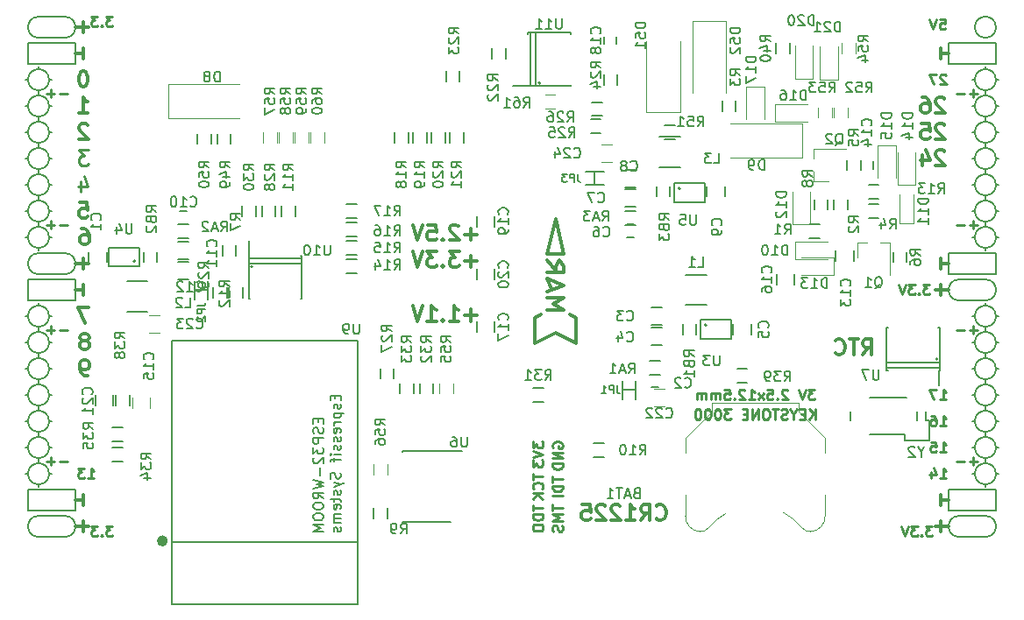
<source format=gbo>
G04 #@! TF.FileFunction,Legend,Bot*
%FSLAX46Y46*%
G04 Gerber Fmt 4.6, Leading zero omitted, Abs format (unit mm)*
G04 Created by KiCad (PCBNEW 4.0.7+dfsg1-1) date Fri Jan 12 15:50:25 2018*
%MOMM*%
%LPD*%
G01*
G04 APERTURE LIST*
%ADD10C,0.100000*%
%ADD11C,0.250000*%
%ADD12C,0.300000*%
%ADD13C,0.200000*%
%ADD14C,0.150000*%
%ADD15C,0.120000*%
%ADD16C,0.500000*%
%ADD17C,0.152400*%
G04 APERTURE END LIST*
D10*
D11*
X170323095Y-97702381D02*
X169704047Y-97702381D01*
X170037381Y-98083333D01*
X169894523Y-98083333D01*
X169799285Y-98130952D01*
X169751666Y-98178571D01*
X169704047Y-98273810D01*
X169704047Y-98511905D01*
X169751666Y-98607143D01*
X169799285Y-98654762D01*
X169894523Y-98702381D01*
X170180238Y-98702381D01*
X170275476Y-98654762D01*
X170323095Y-98607143D01*
X169418333Y-97702381D02*
X169085000Y-98702381D01*
X168751666Y-97702381D01*
X167704047Y-97797619D02*
X167656428Y-97750000D01*
X167561190Y-97702381D01*
X167323094Y-97702381D01*
X167227856Y-97750000D01*
X167180237Y-97797619D01*
X167132618Y-97892857D01*
X167132618Y-97988095D01*
X167180237Y-98130952D01*
X167751666Y-98702381D01*
X167132618Y-98702381D01*
X166704047Y-98607143D02*
X166656428Y-98654762D01*
X166704047Y-98702381D01*
X166751666Y-98654762D01*
X166704047Y-98607143D01*
X166704047Y-98702381D01*
X165751666Y-97702381D02*
X166227857Y-97702381D01*
X166275476Y-98178571D01*
X166227857Y-98130952D01*
X166132619Y-98083333D01*
X165894523Y-98083333D01*
X165799285Y-98130952D01*
X165751666Y-98178571D01*
X165704047Y-98273810D01*
X165704047Y-98511905D01*
X165751666Y-98607143D01*
X165799285Y-98654762D01*
X165894523Y-98702381D01*
X166132619Y-98702381D01*
X166227857Y-98654762D01*
X166275476Y-98607143D01*
X165370714Y-98702381D02*
X164846904Y-98035714D01*
X165370714Y-98035714D02*
X164846904Y-98702381D01*
X163942142Y-98702381D02*
X164513571Y-98702381D01*
X164227857Y-98702381D02*
X164227857Y-97702381D01*
X164323095Y-97845238D01*
X164418333Y-97940476D01*
X164513571Y-97988095D01*
X163561190Y-97797619D02*
X163513571Y-97750000D01*
X163418333Y-97702381D01*
X163180237Y-97702381D01*
X163084999Y-97750000D01*
X163037380Y-97797619D01*
X162989761Y-97892857D01*
X162989761Y-97988095D01*
X163037380Y-98130952D01*
X163608809Y-98702381D01*
X162989761Y-98702381D01*
X162561190Y-98607143D02*
X162513571Y-98654762D01*
X162561190Y-98702381D01*
X162608809Y-98654762D01*
X162561190Y-98607143D01*
X162561190Y-98702381D01*
X161608809Y-97702381D02*
X162085000Y-97702381D01*
X162132619Y-98178571D01*
X162085000Y-98130952D01*
X161989762Y-98083333D01*
X161751666Y-98083333D01*
X161656428Y-98130952D01*
X161608809Y-98178571D01*
X161561190Y-98273810D01*
X161561190Y-98511905D01*
X161608809Y-98607143D01*
X161656428Y-98654762D01*
X161751666Y-98702381D01*
X161989762Y-98702381D01*
X162085000Y-98654762D01*
X162132619Y-98607143D01*
X161132619Y-98702381D02*
X161132619Y-98035714D01*
X161132619Y-98130952D02*
X161085000Y-98083333D01*
X160989762Y-98035714D01*
X160846904Y-98035714D01*
X160751666Y-98083333D01*
X160704047Y-98178571D01*
X160704047Y-98702381D01*
X160704047Y-98178571D02*
X160656428Y-98083333D01*
X160561190Y-98035714D01*
X160418333Y-98035714D01*
X160323095Y-98083333D01*
X160275476Y-98178571D01*
X160275476Y-98702381D01*
X159799286Y-98702381D02*
X159799286Y-98035714D01*
X159799286Y-98130952D02*
X159751667Y-98083333D01*
X159656429Y-98035714D01*
X159513571Y-98035714D01*
X159418333Y-98083333D01*
X159370714Y-98178571D01*
X159370714Y-98702381D01*
X159370714Y-98178571D02*
X159323095Y-98083333D01*
X159227857Y-98035714D01*
X159085000Y-98035714D01*
X158989762Y-98083333D01*
X158942143Y-98178571D01*
X158942143Y-98702381D01*
D12*
X182492000Y-87582000D02*
X182492000Y-88598000D01*
X183254000Y-88090000D02*
X181984000Y-88090000D01*
X182492000Y-110442000D02*
X182492000Y-111458000D01*
X183254000Y-110950000D02*
X181984000Y-110950000D01*
X99688000Y-62182000D02*
X99688000Y-63198000D01*
X98926000Y-62690000D02*
X100196000Y-62690000D01*
X99688000Y-110442000D02*
X99688000Y-111458000D01*
X98926000Y-110950000D02*
X100196000Y-110950000D01*
X99688000Y-85042000D02*
X99688000Y-86058000D01*
X98926000Y-85550000D02*
X100196000Y-85550000D01*
D13*
X187826000Y-62690000D02*
G75*
G03X187826000Y-62690000I-1016000J0D01*
G01*
X184270000Y-87074000D02*
X186810000Y-87074000D01*
X184270000Y-89106000D02*
X186810000Y-89106000D01*
X184270000Y-87074000D02*
G75*
G03X184270000Y-89106000I0J-1016000D01*
G01*
X186810000Y-89106000D02*
G75*
G03X186810000Y-87074000I0J1016000D01*
G01*
X184270000Y-111966000D02*
X186810000Y-111966000D01*
X184270000Y-109934000D02*
X186810000Y-109934000D01*
X184270000Y-109934000D02*
G75*
G03X184270000Y-111966000I0J-1016000D01*
G01*
X186810000Y-111966000D02*
G75*
G03X186810000Y-109934000I0J1016000D01*
G01*
X97910000Y-63706000D02*
G75*
G03X97910000Y-61674000I0J1016000D01*
G01*
X95370000Y-61674000D02*
X97910000Y-61674000D01*
X95370000Y-63706000D02*
X97910000Y-63706000D01*
X95370000Y-61674000D02*
G75*
G03X95370000Y-63706000I0J-1016000D01*
G01*
X95370000Y-86566000D02*
X97910000Y-86566000D01*
X95370000Y-84534000D02*
X97910000Y-84534000D01*
X95370000Y-84534000D02*
G75*
G03X95370000Y-86566000I0J-1016000D01*
G01*
X97910000Y-86566000D02*
G75*
G03X97910000Y-84534000I0J1016000D01*
G01*
X95370000Y-111966000D02*
X97910000Y-111966000D01*
X95370000Y-109934000D02*
X97910000Y-109934000D01*
X95370000Y-109934000D02*
G75*
G03X95370000Y-111966000I0J-1016000D01*
G01*
X97910000Y-111966000D02*
G75*
G03X97910000Y-109934000I0J1016000D01*
G01*
X98926000Y-107394000D02*
X94354000Y-107394000D01*
X98926000Y-109426000D02*
X98926000Y-107394000D01*
X94354000Y-109426000D02*
X98926000Y-109426000D01*
X94354000Y-107394000D02*
X94354000Y-109426000D01*
X187826000Y-107394000D02*
X183254000Y-107394000D01*
X187826000Y-109426000D02*
X187826000Y-107394000D01*
X183254000Y-109426000D02*
X187826000Y-109426000D01*
X183254000Y-107394000D02*
X183254000Y-109426000D01*
X187826000Y-84534000D02*
X183254000Y-84534000D01*
X187826000Y-86566000D02*
X187826000Y-84534000D01*
X183254000Y-86566000D02*
X187826000Y-86566000D01*
X183254000Y-84534000D02*
X183254000Y-86566000D01*
X187826000Y-64214000D02*
X183254000Y-64214000D01*
X187826000Y-66246000D02*
X187826000Y-64214000D01*
X183254000Y-66246000D02*
X187826000Y-66246000D01*
X183254000Y-64214000D02*
X183254000Y-66246000D01*
X98926000Y-64214000D02*
X94354000Y-64214000D01*
X98926000Y-66246000D02*
X98926000Y-64214000D01*
X94354000Y-66246000D02*
X98926000Y-66246000D01*
X94354000Y-64214000D02*
X94354000Y-66246000D01*
X98926000Y-87074000D02*
X94354000Y-87074000D01*
X98926000Y-89106000D02*
X98926000Y-87074000D01*
X94354000Y-89106000D02*
X98926000Y-89106000D01*
X94354000Y-87074000D02*
X94354000Y-89106000D01*
D12*
X182872857Y-74711429D02*
X182801428Y-74640000D01*
X182658571Y-74568571D01*
X182301428Y-74568571D01*
X182158571Y-74640000D01*
X182087142Y-74711429D01*
X182015714Y-74854286D01*
X182015714Y-74997143D01*
X182087142Y-75211429D01*
X182944285Y-76068571D01*
X182015714Y-76068571D01*
X180730000Y-75068571D02*
X180730000Y-76068571D01*
X181087143Y-74497143D02*
X181444286Y-75568571D01*
X180515714Y-75568571D01*
X182872857Y-72171429D02*
X182801428Y-72100000D01*
X182658571Y-72028571D01*
X182301428Y-72028571D01*
X182158571Y-72100000D01*
X182087142Y-72171429D01*
X182015714Y-72314286D01*
X182015714Y-72457143D01*
X182087142Y-72671429D01*
X182944285Y-73528571D01*
X182015714Y-73528571D01*
X180658571Y-72028571D02*
X181372857Y-72028571D01*
X181444286Y-72742857D01*
X181372857Y-72671429D01*
X181230000Y-72600000D01*
X180872857Y-72600000D01*
X180730000Y-72671429D01*
X180658571Y-72742857D01*
X180587143Y-72885714D01*
X180587143Y-73242857D01*
X180658571Y-73385714D01*
X180730000Y-73457143D01*
X180872857Y-73528571D01*
X181230000Y-73528571D01*
X181372857Y-73457143D01*
X181444286Y-73385714D01*
D11*
X186032000Y-91971429D02*
X185270095Y-91971429D01*
X185651047Y-92352381D02*
X185651047Y-91590476D01*
X184793905Y-91971429D02*
X184032000Y-91971429D01*
X186032000Y-69111429D02*
X185270095Y-69111429D01*
X185651047Y-69492381D02*
X185651047Y-68730476D01*
X184793905Y-69111429D02*
X184032000Y-69111429D01*
X186032000Y-81811429D02*
X185270095Y-81811429D01*
X185651047Y-82192381D02*
X185651047Y-81430476D01*
X184793905Y-81811429D02*
X184032000Y-81811429D01*
X186032000Y-104671429D02*
X185270095Y-104671429D01*
X185651047Y-105052381D02*
X185651047Y-104290476D01*
X184793905Y-104671429D02*
X184032000Y-104671429D01*
X98148000Y-104671429D02*
X97386095Y-104671429D01*
X96909905Y-104671429D02*
X96148000Y-104671429D01*
X96528952Y-105052381D02*
X96528952Y-104290476D01*
X98148000Y-91971429D02*
X97386095Y-91971429D01*
X96909905Y-91971429D02*
X96148000Y-91971429D01*
X96528952Y-92352381D02*
X96528952Y-91590476D01*
X98148000Y-81811429D02*
X97386095Y-81811429D01*
X96909905Y-81811429D02*
X96148000Y-81811429D01*
X96528952Y-82192381D02*
X96528952Y-81430476D01*
X98148000Y-69111429D02*
X97386095Y-69111429D01*
X96909905Y-69111429D02*
X96148000Y-69111429D01*
X96528952Y-69492381D02*
X96528952Y-68730476D01*
D12*
X182492000Y-107902000D02*
X182492000Y-108918000D01*
X183254000Y-108410000D02*
X182492000Y-108410000D01*
D13*
X95370000Y-96726000D02*
X95370000Y-97234000D01*
X96386000Y-95710000D02*
X96640000Y-95710000D01*
X94354000Y-95710000D02*
X94100000Y-95710000D01*
X187826000Y-98250000D02*
X188080000Y-98250000D01*
X187826000Y-83010000D02*
X188080000Y-83010000D01*
X95370000Y-107140000D02*
X95370000Y-106886000D01*
X96386000Y-105870000D02*
X96640000Y-105870000D01*
X94354000Y-105870000D02*
X94100000Y-105870000D01*
X94354000Y-103330000D02*
X94100000Y-103330000D01*
X95370000Y-104346000D02*
X95370000Y-104854000D01*
X96386000Y-103330000D02*
X96640000Y-103330000D01*
X94354000Y-100790000D02*
X94100000Y-100790000D01*
X95370000Y-102314000D02*
X95370000Y-101806000D01*
X96386000Y-100790000D02*
X96640000Y-100790000D01*
X95370000Y-99266000D02*
X95370000Y-99774000D01*
X94354000Y-98250000D02*
X94100000Y-98250000D01*
X96386000Y-98250000D02*
X96640000Y-98250000D01*
X95370000Y-94186000D02*
X95370000Y-94694000D01*
X96386000Y-93170000D02*
X96640000Y-93170000D01*
X94354000Y-93170000D02*
X94100000Y-93170000D01*
X94354000Y-90630000D02*
X94100000Y-90630000D01*
X95370000Y-91646000D02*
X95370000Y-92154000D01*
X96640000Y-90630000D02*
X96386000Y-90630000D01*
X95370000Y-89360000D02*
X95370000Y-89614000D01*
X94354000Y-83010000D02*
X94100000Y-83010000D01*
X95370000Y-84280000D02*
X95370000Y-84026000D01*
X96386000Y-83010000D02*
X96640000Y-83010000D01*
X95370000Y-81486000D02*
X95370000Y-81994000D01*
X94354000Y-80470000D02*
X94100000Y-80470000D01*
X96640000Y-80470000D02*
X96386000Y-80470000D01*
X95370000Y-78946000D02*
X95370000Y-79454000D01*
X96386000Y-77930000D02*
X96640000Y-77930000D01*
X94354000Y-77930000D02*
X94100000Y-77930000D01*
X95370000Y-76406000D02*
X95370000Y-76914000D01*
X94354000Y-75390000D02*
X94100000Y-75390000D01*
X96386000Y-75390000D02*
X96640000Y-75390000D01*
X95370000Y-73866000D02*
X95370000Y-74374000D01*
X96386000Y-72850000D02*
X96640000Y-72850000D01*
X94100000Y-72850000D02*
X94354000Y-72850000D01*
X94354000Y-70310000D02*
X94100000Y-70310000D01*
X96640000Y-70310000D02*
X96386000Y-70310000D01*
X95370000Y-71326000D02*
X95370000Y-71834000D01*
X95370000Y-68786000D02*
X95370000Y-69294000D01*
X96386000Y-67770000D02*
X96640000Y-67770000D01*
X94354000Y-67770000D02*
X94100000Y-67770000D01*
X95370000Y-66500000D02*
X95370000Y-66754000D01*
X187826000Y-105870000D02*
X188080000Y-105870000D01*
X186810000Y-107140000D02*
X186810000Y-106886000D01*
X185540000Y-105870000D02*
X185794000Y-105870000D01*
X186810000Y-104346000D02*
X186810000Y-104854000D01*
X187826000Y-103330000D02*
X188080000Y-103330000D01*
X185540000Y-103330000D02*
X185794000Y-103330000D01*
X186810000Y-101806000D02*
X186810000Y-102314000D01*
X187826000Y-100790000D02*
X188080000Y-100790000D01*
X185540000Y-100790000D02*
X185794000Y-100790000D01*
X186810000Y-99266000D02*
X186810000Y-99774000D01*
X185540000Y-98250000D02*
X185794000Y-98250000D01*
X186810000Y-97234000D02*
X186810000Y-96726000D01*
X187826000Y-95710000D02*
X188080000Y-95710000D01*
X185540000Y-95710000D02*
X185794000Y-95710000D01*
X186810000Y-94694000D02*
X186810000Y-94186000D01*
X187826000Y-93170000D02*
X188080000Y-93170000D01*
X185540000Y-93170000D02*
X185794000Y-93170000D01*
X186810000Y-92154000D02*
X186810000Y-91646000D01*
X187826000Y-90630000D02*
X188080000Y-90630000D01*
X185540000Y-90630000D02*
X185794000Y-90630000D01*
X186810000Y-89360000D02*
X186810000Y-89614000D01*
X186810000Y-84280000D02*
X186810000Y-84026000D01*
X185540000Y-83010000D02*
X185794000Y-83010000D01*
X186810000Y-81994000D02*
X186810000Y-81486000D01*
X185794000Y-80470000D02*
X185540000Y-80470000D01*
X187826000Y-80470000D02*
X188080000Y-80470000D01*
X186810000Y-78946000D02*
X186810000Y-79454000D01*
X185794000Y-77930000D02*
X185540000Y-77930000D01*
X187826000Y-77930000D02*
X188080000Y-77930000D01*
X186810000Y-76406000D02*
X186810000Y-76914000D01*
X186810000Y-73866000D02*
X186810000Y-74374000D01*
X185794000Y-75390000D02*
X185540000Y-75390000D01*
X187826000Y-75390000D02*
X188080000Y-75390000D01*
X187826000Y-72850000D02*
X188080000Y-72850000D01*
X185540000Y-72850000D02*
X185794000Y-72850000D01*
X186810000Y-71834000D02*
X186810000Y-71326000D01*
X187826000Y-70310000D02*
X188080000Y-70310000D01*
X185540000Y-70310000D02*
X185794000Y-70310000D01*
X187826000Y-67770000D02*
X188080000Y-67770000D01*
X186810000Y-68786000D02*
X186810000Y-69294000D01*
X185540000Y-67770000D02*
X185794000Y-67770000D01*
X186810000Y-66500000D02*
X186810000Y-66754000D01*
X187826000Y-67770000D02*
G75*
G03X187826000Y-67770000I-1016000J0D01*
G01*
X187826000Y-70310000D02*
G75*
G03X187826000Y-70310000I-1016000J0D01*
G01*
X187826000Y-72850000D02*
G75*
G03X187826000Y-72850000I-1016000J0D01*
G01*
X187826000Y-75390000D02*
G75*
G03X187826000Y-75390000I-1016000J0D01*
G01*
X187826000Y-77930000D02*
G75*
G03X187826000Y-77930000I-1016000J0D01*
G01*
X187826000Y-80470000D02*
G75*
G03X187826000Y-80470000I-1016000J0D01*
G01*
X187826000Y-83010000D02*
G75*
G03X187826000Y-83010000I-1016000J0D01*
G01*
X187826000Y-90630000D02*
G75*
G03X187826000Y-90630000I-1016000J0D01*
G01*
X187826000Y-93170000D02*
G75*
G03X187826000Y-93170000I-1016000J0D01*
G01*
X187826000Y-95710000D02*
G75*
G03X187826000Y-95710000I-1016000J0D01*
G01*
X187826000Y-98250000D02*
G75*
G03X187826000Y-98250000I-1016000J0D01*
G01*
X187826000Y-100790000D02*
G75*
G03X187826000Y-100790000I-1016000J0D01*
G01*
X187826000Y-103330000D02*
G75*
G03X187826000Y-103330000I-1016000J0D01*
G01*
X187826000Y-105870000D02*
G75*
G03X187826000Y-105870000I-1016000J0D01*
G01*
X96386000Y-105870000D02*
G75*
G03X96386000Y-105870000I-1016000J0D01*
G01*
X96386000Y-103330000D02*
G75*
G03X96386000Y-103330000I-1016000J0D01*
G01*
X96386000Y-100790000D02*
G75*
G03X96386000Y-100790000I-1016000J0D01*
G01*
X96386000Y-98250000D02*
G75*
G03X96386000Y-98250000I-1016000J0D01*
G01*
X96386000Y-95710000D02*
G75*
G03X96386000Y-95710000I-1016000J0D01*
G01*
X96386000Y-93170000D02*
G75*
G03X96386000Y-93170000I-1016000J0D01*
G01*
X96386000Y-90630000D02*
G75*
G03X96386000Y-90630000I-1016000J0D01*
G01*
X96386000Y-83010000D02*
G75*
G03X96386000Y-83010000I-1016000J0D01*
G01*
X96386000Y-80470000D02*
G75*
G03X96386000Y-80470000I-1016000J0D01*
G01*
X96386000Y-77930000D02*
G75*
G03X96386000Y-77930000I-1016000J0D01*
G01*
X96386000Y-75390000D02*
G75*
G03X96386000Y-75390000I-1016000J0D01*
G01*
X96386000Y-72850000D02*
G75*
G03X96386000Y-72850000I-1016000J0D01*
G01*
X96386000Y-70310000D02*
G75*
G03X96386000Y-70310000I-1016000J0D01*
G01*
X96386000Y-67770000D02*
G75*
G03X96386000Y-67770000I-1016000J0D01*
G01*
D11*
X182428476Y-61888381D02*
X182904667Y-61888381D01*
X182952286Y-62364571D01*
X182904667Y-62316952D01*
X182809429Y-62269333D01*
X182571333Y-62269333D01*
X182476095Y-62316952D01*
X182428476Y-62364571D01*
X182380857Y-62459810D01*
X182380857Y-62697905D01*
X182428476Y-62793143D01*
X182476095Y-62840762D01*
X182571333Y-62888381D01*
X182809429Y-62888381D01*
X182904667Y-62840762D01*
X182952286Y-62793143D01*
X182095143Y-61888381D02*
X181761810Y-62888381D01*
X181428476Y-61888381D01*
D12*
X182492000Y-64722000D02*
X182492000Y-65738000D01*
X183254000Y-65230000D02*
X182492000Y-65230000D01*
D11*
X182999905Y-67317619D02*
X182952286Y-67270000D01*
X182857048Y-67222381D01*
X182618952Y-67222381D01*
X182523714Y-67270000D01*
X182476095Y-67317619D01*
X182428476Y-67412857D01*
X182428476Y-67508095D01*
X182476095Y-67650952D01*
X183047524Y-68222381D01*
X182428476Y-68222381D01*
X182095143Y-67222381D02*
X181428476Y-67222381D01*
X181857048Y-68222381D01*
D12*
X182872857Y-69631429D02*
X182801428Y-69560000D01*
X182658571Y-69488571D01*
X182301428Y-69488571D01*
X182158571Y-69560000D01*
X182087142Y-69631429D01*
X182015714Y-69774286D01*
X182015714Y-69917143D01*
X182087142Y-70131429D01*
X182944285Y-70988571D01*
X182015714Y-70988571D01*
X180730000Y-69488571D02*
X181015714Y-69488571D01*
X181158571Y-69560000D01*
X181230000Y-69631429D01*
X181372857Y-69845714D01*
X181444286Y-70131429D01*
X181444286Y-70702857D01*
X181372857Y-70845714D01*
X181301429Y-70917143D01*
X181158571Y-70988571D01*
X180872857Y-70988571D01*
X180730000Y-70917143D01*
X180658571Y-70845714D01*
X180587143Y-70702857D01*
X180587143Y-70345714D01*
X180658571Y-70202857D01*
X180730000Y-70131429D01*
X180872857Y-70060000D01*
X181158571Y-70060000D01*
X181301429Y-70131429D01*
X181372857Y-70202857D01*
X181444286Y-70345714D01*
X182492000Y-85042000D02*
X182492000Y-86058000D01*
X183254000Y-85550000D02*
X182492000Y-85550000D01*
D11*
X181428190Y-87542381D02*
X180809142Y-87542381D01*
X181142476Y-87923333D01*
X180999618Y-87923333D01*
X180904380Y-87970952D01*
X180856761Y-88018571D01*
X180809142Y-88113810D01*
X180809142Y-88351905D01*
X180856761Y-88447143D01*
X180904380Y-88494762D01*
X180999618Y-88542381D01*
X181285333Y-88542381D01*
X181380571Y-88494762D01*
X181428190Y-88447143D01*
X180380571Y-88447143D02*
X180332952Y-88494762D01*
X180380571Y-88542381D01*
X180428190Y-88494762D01*
X180380571Y-88447143D01*
X180380571Y-88542381D01*
X179999619Y-87542381D02*
X179380571Y-87542381D01*
X179713905Y-87923333D01*
X179571047Y-87923333D01*
X179475809Y-87970952D01*
X179428190Y-88018571D01*
X179380571Y-88113810D01*
X179380571Y-88351905D01*
X179428190Y-88447143D01*
X179475809Y-88494762D01*
X179571047Y-88542381D01*
X179856762Y-88542381D01*
X179952000Y-88494762D01*
X179999619Y-88447143D01*
X179094857Y-87542381D02*
X178761524Y-88542381D01*
X178428190Y-87542381D01*
X182428476Y-98702381D02*
X182999905Y-98702381D01*
X182714191Y-98702381D02*
X182714191Y-97702381D01*
X182809429Y-97845238D01*
X182904667Y-97940476D01*
X182999905Y-97988095D01*
X182095143Y-97702381D02*
X181428476Y-97702381D01*
X181857048Y-98702381D01*
X182428476Y-101242381D02*
X182999905Y-101242381D01*
X182714191Y-101242381D02*
X182714191Y-100242381D01*
X182809429Y-100385238D01*
X182904667Y-100480476D01*
X182999905Y-100528095D01*
X181571333Y-100242381D02*
X181761810Y-100242381D01*
X181857048Y-100290000D01*
X181904667Y-100337619D01*
X181999905Y-100480476D01*
X182047524Y-100670952D01*
X182047524Y-101051905D01*
X181999905Y-101147143D01*
X181952286Y-101194762D01*
X181857048Y-101242381D01*
X181666571Y-101242381D01*
X181571333Y-101194762D01*
X181523714Y-101147143D01*
X181476095Y-101051905D01*
X181476095Y-100813810D01*
X181523714Y-100718571D01*
X181571333Y-100670952D01*
X181666571Y-100623333D01*
X181857048Y-100623333D01*
X181952286Y-100670952D01*
X181999905Y-100718571D01*
X182047524Y-100813810D01*
X182428476Y-103782381D02*
X182999905Y-103782381D01*
X182714191Y-103782381D02*
X182714191Y-102782381D01*
X182809429Y-102925238D01*
X182904667Y-103020476D01*
X182999905Y-103068095D01*
X181523714Y-102782381D02*
X181999905Y-102782381D01*
X182047524Y-103258571D01*
X181999905Y-103210952D01*
X181904667Y-103163333D01*
X181666571Y-103163333D01*
X181571333Y-103210952D01*
X181523714Y-103258571D01*
X181476095Y-103353810D01*
X181476095Y-103591905D01*
X181523714Y-103687143D01*
X181571333Y-103734762D01*
X181666571Y-103782381D01*
X181904667Y-103782381D01*
X181999905Y-103734762D01*
X182047524Y-103687143D01*
X182428476Y-106322381D02*
X182999905Y-106322381D01*
X182714191Y-106322381D02*
X182714191Y-105322381D01*
X182809429Y-105465238D01*
X182904667Y-105560476D01*
X182999905Y-105608095D01*
X181571333Y-105655714D02*
X181571333Y-106322381D01*
X181809429Y-105274762D02*
X182047524Y-105989048D01*
X181428476Y-105989048D01*
X181682190Y-110910381D02*
X181063142Y-110910381D01*
X181396476Y-111291333D01*
X181253618Y-111291333D01*
X181158380Y-111338952D01*
X181110761Y-111386571D01*
X181063142Y-111481810D01*
X181063142Y-111719905D01*
X181110761Y-111815143D01*
X181158380Y-111862762D01*
X181253618Y-111910381D01*
X181539333Y-111910381D01*
X181634571Y-111862762D01*
X181682190Y-111815143D01*
X180634571Y-111815143D02*
X180586952Y-111862762D01*
X180634571Y-111910381D01*
X180682190Y-111862762D01*
X180634571Y-111815143D01*
X180634571Y-111910381D01*
X180253619Y-110910381D02*
X179634571Y-110910381D01*
X179967905Y-111291333D01*
X179825047Y-111291333D01*
X179729809Y-111338952D01*
X179682190Y-111386571D01*
X179634571Y-111481810D01*
X179634571Y-111719905D01*
X179682190Y-111815143D01*
X179729809Y-111862762D01*
X179825047Y-111910381D01*
X180110762Y-111910381D01*
X180206000Y-111862762D01*
X180253619Y-111815143D01*
X179348857Y-110910381D02*
X179015524Y-111910381D01*
X178682190Y-110910381D01*
D12*
X99688000Y-108918000D02*
X99688000Y-107902000D01*
X98926000Y-108410000D02*
X99688000Y-108410000D01*
X99688000Y-88598000D02*
X99688000Y-87582000D01*
X98926000Y-88090000D02*
X99688000Y-88090000D01*
X99688000Y-64722000D02*
X99688000Y-65738000D01*
X98926000Y-65230000D02*
X99688000Y-65230000D01*
D11*
X102513619Y-110910381D02*
X101894571Y-110910381D01*
X102227905Y-111291333D01*
X102085047Y-111291333D01*
X101989809Y-111338952D01*
X101942190Y-111386571D01*
X101894571Y-111481810D01*
X101894571Y-111719905D01*
X101942190Y-111815143D01*
X101989809Y-111862762D01*
X102085047Y-111910381D01*
X102370762Y-111910381D01*
X102466000Y-111862762D01*
X102513619Y-111815143D01*
X101466000Y-111815143D02*
X101418381Y-111862762D01*
X101466000Y-111910381D01*
X101513619Y-111862762D01*
X101466000Y-111815143D01*
X101466000Y-111910381D01*
X101085048Y-110910381D02*
X100466000Y-110910381D01*
X100799334Y-111291333D01*
X100656476Y-111291333D01*
X100561238Y-111338952D01*
X100513619Y-111386571D01*
X100466000Y-111481810D01*
X100466000Y-111719905D01*
X100513619Y-111815143D01*
X100561238Y-111862762D01*
X100656476Y-111910381D01*
X100942191Y-111910381D01*
X101037429Y-111862762D01*
X101085048Y-111815143D01*
X100132476Y-106322381D02*
X100703905Y-106322381D01*
X100418191Y-106322381D02*
X100418191Y-105322381D01*
X100513429Y-105465238D01*
X100608667Y-105560476D01*
X100703905Y-105608095D01*
X99799143Y-105322381D02*
X99180095Y-105322381D01*
X99513429Y-105703333D01*
X99370571Y-105703333D01*
X99275333Y-105750952D01*
X99227714Y-105798571D01*
X99180095Y-105893810D01*
X99180095Y-106131905D01*
X99227714Y-106227143D01*
X99275333Y-106274762D01*
X99370571Y-106322381D01*
X99656286Y-106322381D01*
X99751524Y-106274762D01*
X99799143Y-106227143D01*
D12*
X100100714Y-96388571D02*
X99814999Y-96388571D01*
X99672142Y-96317143D01*
X99600714Y-96245714D01*
X99457856Y-96031429D01*
X99386428Y-95745714D01*
X99386428Y-95174286D01*
X99457856Y-95031429D01*
X99529285Y-94960000D01*
X99672142Y-94888571D01*
X99957856Y-94888571D01*
X100100714Y-94960000D01*
X100172142Y-95031429D01*
X100243571Y-95174286D01*
X100243571Y-95531429D01*
X100172142Y-95674286D01*
X100100714Y-95745714D01*
X99957856Y-95817143D01*
X99672142Y-95817143D01*
X99529285Y-95745714D01*
X99457856Y-95674286D01*
X99386428Y-95531429D01*
X99957856Y-92991429D02*
X100100714Y-92920000D01*
X100172142Y-92848571D01*
X100243571Y-92705714D01*
X100243571Y-92634286D01*
X100172142Y-92491429D01*
X100100714Y-92420000D01*
X99957856Y-92348571D01*
X99672142Y-92348571D01*
X99529285Y-92420000D01*
X99457856Y-92491429D01*
X99386428Y-92634286D01*
X99386428Y-92705714D01*
X99457856Y-92848571D01*
X99529285Y-92920000D01*
X99672142Y-92991429D01*
X99957856Y-92991429D01*
X100100714Y-93062857D01*
X100172142Y-93134286D01*
X100243571Y-93277143D01*
X100243571Y-93562857D01*
X100172142Y-93705714D01*
X100100714Y-93777143D01*
X99957856Y-93848571D01*
X99672142Y-93848571D01*
X99529285Y-93777143D01*
X99457856Y-93705714D01*
X99386428Y-93562857D01*
X99386428Y-93277143D01*
X99457856Y-93134286D01*
X99529285Y-93062857D01*
X99672142Y-92991429D01*
X100187999Y-89808571D02*
X99187999Y-89808571D01*
X99830856Y-91308571D01*
X99529285Y-82188571D02*
X99814999Y-82188571D01*
X99957856Y-82260000D01*
X100029285Y-82331429D01*
X100172142Y-82545714D01*
X100243571Y-82831429D01*
X100243571Y-83402857D01*
X100172142Y-83545714D01*
X100100714Y-83617143D01*
X99957856Y-83688571D01*
X99672142Y-83688571D01*
X99529285Y-83617143D01*
X99457856Y-83545714D01*
X99386428Y-83402857D01*
X99386428Y-83045714D01*
X99457856Y-82902857D01*
X99529285Y-82831429D01*
X99672142Y-82760000D01*
X99957856Y-82760000D01*
X100100714Y-82831429D01*
X100172142Y-82902857D01*
X100243571Y-83045714D01*
X99330856Y-79648571D02*
X100045142Y-79648571D01*
X100116571Y-80362857D01*
X100045142Y-80291429D01*
X99902285Y-80220000D01*
X99545142Y-80220000D01*
X99402285Y-80291429D01*
X99330856Y-80362857D01*
X99259428Y-80505714D01*
X99259428Y-80862857D01*
X99330856Y-81005714D01*
X99402285Y-81077143D01*
X99545142Y-81148571D01*
X99902285Y-81148571D01*
X100045142Y-81077143D01*
X100116571Y-81005714D01*
D11*
X99402285Y-77608571D02*
X99402285Y-78608571D01*
X99759428Y-77037143D02*
X100116571Y-78108571D01*
X99187999Y-78108571D01*
X100187999Y-74568571D02*
X99259428Y-74568571D01*
X99759428Y-75140000D01*
X99545142Y-75140000D01*
X99402285Y-75211429D01*
X99330856Y-75282857D01*
X99259428Y-75425714D01*
X99259428Y-75782857D01*
X99330856Y-75925714D01*
X99402285Y-75997143D01*
X99545142Y-76068571D01*
X99973714Y-76068571D01*
X100116571Y-75997143D01*
X100187999Y-75925714D01*
D12*
X100116571Y-72171429D02*
X100045142Y-72100000D01*
X99902285Y-72028571D01*
X99545142Y-72028571D01*
X99402285Y-72100000D01*
X99330856Y-72171429D01*
X99259428Y-72314286D01*
X99259428Y-72457143D01*
X99330856Y-72671429D01*
X100187999Y-73528571D01*
X99259428Y-73528571D01*
X99259428Y-70988571D02*
X100116571Y-70988571D01*
X99687999Y-70988571D02*
X99687999Y-69488571D01*
X99830856Y-69702857D01*
X99973714Y-69845714D01*
X100116571Y-69917143D01*
X99759428Y-66948571D02*
X99616571Y-66948571D01*
X99473714Y-67020000D01*
X99402285Y-67091429D01*
X99330856Y-67234286D01*
X99259428Y-67520000D01*
X99259428Y-67877143D01*
X99330856Y-68162857D01*
X99402285Y-68305714D01*
X99473714Y-68377143D01*
X99616571Y-68448571D01*
X99759428Y-68448571D01*
X99902285Y-68377143D01*
X99973714Y-68305714D01*
X100045142Y-68162857D01*
X100116571Y-67877143D01*
X100116571Y-67520000D01*
X100045142Y-67234286D01*
X99973714Y-67091429D01*
X99902285Y-67020000D01*
X99759428Y-66948571D01*
D11*
X102513619Y-61634381D02*
X101894571Y-61634381D01*
X102227905Y-62015333D01*
X102085047Y-62015333D01*
X101989809Y-62062952D01*
X101942190Y-62110571D01*
X101894571Y-62205810D01*
X101894571Y-62443905D01*
X101942190Y-62539143D01*
X101989809Y-62586762D01*
X102085047Y-62634381D01*
X102370762Y-62634381D01*
X102466000Y-62586762D01*
X102513619Y-62539143D01*
X101466000Y-62539143D02*
X101418381Y-62586762D01*
X101466000Y-62634381D01*
X101513619Y-62586762D01*
X101466000Y-62539143D01*
X101466000Y-62634381D01*
X101085048Y-61634381D02*
X100466000Y-61634381D01*
X100799334Y-62015333D01*
X100656476Y-62015333D01*
X100561238Y-62062952D01*
X100513619Y-62110571D01*
X100466000Y-62205810D01*
X100466000Y-62443905D01*
X100513619Y-62539143D01*
X100561238Y-62586762D01*
X100656476Y-62634381D01*
X100942191Y-62634381D01*
X101037429Y-62586762D01*
X101085048Y-62539143D01*
X170370715Y-100607381D02*
X170370715Y-99607381D01*
X169799286Y-100607381D02*
X170227858Y-100035952D01*
X169799286Y-99607381D02*
X170370715Y-100178810D01*
X169370715Y-100083571D02*
X169037381Y-100083571D01*
X168894524Y-100607381D02*
X169370715Y-100607381D01*
X169370715Y-99607381D01*
X168894524Y-99607381D01*
X168275477Y-100131190D02*
X168275477Y-100607381D01*
X168608810Y-99607381D02*
X168275477Y-100131190D01*
X167942143Y-99607381D01*
X167656429Y-100559762D02*
X167513572Y-100607381D01*
X167275476Y-100607381D01*
X167180238Y-100559762D01*
X167132619Y-100512143D01*
X167085000Y-100416905D01*
X167085000Y-100321667D01*
X167132619Y-100226429D01*
X167180238Y-100178810D01*
X167275476Y-100131190D01*
X167465953Y-100083571D01*
X167561191Y-100035952D01*
X167608810Y-99988333D01*
X167656429Y-99893095D01*
X167656429Y-99797857D01*
X167608810Y-99702619D01*
X167561191Y-99655000D01*
X167465953Y-99607381D01*
X167227857Y-99607381D01*
X167085000Y-99655000D01*
X166799286Y-99607381D02*
X166227857Y-99607381D01*
X166513572Y-100607381D02*
X166513572Y-99607381D01*
X165704048Y-99607381D02*
X165513571Y-99607381D01*
X165418333Y-99655000D01*
X165323095Y-99750238D01*
X165275476Y-99940714D01*
X165275476Y-100274048D01*
X165323095Y-100464524D01*
X165418333Y-100559762D01*
X165513571Y-100607381D01*
X165704048Y-100607381D01*
X165799286Y-100559762D01*
X165894524Y-100464524D01*
X165942143Y-100274048D01*
X165942143Y-99940714D01*
X165894524Y-99750238D01*
X165799286Y-99655000D01*
X165704048Y-99607381D01*
X164846905Y-100607381D02*
X164846905Y-99607381D01*
X164275476Y-100607381D01*
X164275476Y-99607381D01*
X163799286Y-100083571D02*
X163465952Y-100083571D01*
X163323095Y-100607381D02*
X163799286Y-100607381D01*
X163799286Y-99607381D01*
X163323095Y-99607381D01*
X162227857Y-99607381D02*
X161608809Y-99607381D01*
X161942143Y-99988333D01*
X161799285Y-99988333D01*
X161704047Y-100035952D01*
X161656428Y-100083571D01*
X161608809Y-100178810D01*
X161608809Y-100416905D01*
X161656428Y-100512143D01*
X161704047Y-100559762D01*
X161799285Y-100607381D01*
X162085000Y-100607381D01*
X162180238Y-100559762D01*
X162227857Y-100512143D01*
X160989762Y-99607381D02*
X160894523Y-99607381D01*
X160799285Y-99655000D01*
X160751666Y-99702619D01*
X160704047Y-99797857D01*
X160656428Y-99988333D01*
X160656428Y-100226429D01*
X160704047Y-100416905D01*
X160751666Y-100512143D01*
X160799285Y-100559762D01*
X160894523Y-100607381D01*
X160989762Y-100607381D01*
X161085000Y-100559762D01*
X161132619Y-100512143D01*
X161180238Y-100416905D01*
X161227857Y-100226429D01*
X161227857Y-99988333D01*
X161180238Y-99797857D01*
X161132619Y-99702619D01*
X161085000Y-99655000D01*
X160989762Y-99607381D01*
X160037381Y-99607381D02*
X159942142Y-99607381D01*
X159846904Y-99655000D01*
X159799285Y-99702619D01*
X159751666Y-99797857D01*
X159704047Y-99988333D01*
X159704047Y-100226429D01*
X159751666Y-100416905D01*
X159799285Y-100512143D01*
X159846904Y-100559762D01*
X159942142Y-100607381D01*
X160037381Y-100607381D01*
X160132619Y-100559762D01*
X160180238Y-100512143D01*
X160227857Y-100416905D01*
X160275476Y-100226429D01*
X160275476Y-99988333D01*
X160227857Y-99797857D01*
X160180238Y-99702619D01*
X160132619Y-99655000D01*
X160037381Y-99607381D01*
X159085000Y-99607381D02*
X158989761Y-99607381D01*
X158894523Y-99655000D01*
X158846904Y-99702619D01*
X158799285Y-99797857D01*
X158751666Y-99988333D01*
X158751666Y-100226429D01*
X158799285Y-100416905D01*
X158846904Y-100512143D01*
X158894523Y-100559762D01*
X158989761Y-100607381D01*
X159085000Y-100607381D01*
X159180238Y-100559762D01*
X159227857Y-100512143D01*
X159275476Y-100416905D01*
X159323095Y-100226429D01*
X159323095Y-99988333D01*
X159275476Y-99797857D01*
X159227857Y-99702619D01*
X159180238Y-99655000D01*
X159085000Y-99607381D01*
D12*
X155027856Y-110215714D02*
X155099285Y-110287143D01*
X155313571Y-110358571D01*
X155456428Y-110358571D01*
X155670713Y-110287143D01*
X155813571Y-110144286D01*
X155884999Y-110001429D01*
X155956428Y-109715714D01*
X155956428Y-109501429D01*
X155884999Y-109215714D01*
X155813571Y-109072857D01*
X155670713Y-108930000D01*
X155456428Y-108858571D01*
X155313571Y-108858571D01*
X155099285Y-108930000D01*
X155027856Y-109001429D01*
X153527856Y-110358571D02*
X154027856Y-109644286D01*
X154384999Y-110358571D02*
X154384999Y-108858571D01*
X153813571Y-108858571D01*
X153670713Y-108930000D01*
X153599285Y-109001429D01*
X153527856Y-109144286D01*
X153527856Y-109358571D01*
X153599285Y-109501429D01*
X153670713Y-109572857D01*
X153813571Y-109644286D01*
X154384999Y-109644286D01*
X152099285Y-110358571D02*
X152956428Y-110358571D01*
X152527856Y-110358571D02*
X152527856Y-108858571D01*
X152670713Y-109072857D01*
X152813571Y-109215714D01*
X152956428Y-109287143D01*
X151527857Y-109001429D02*
X151456428Y-108930000D01*
X151313571Y-108858571D01*
X150956428Y-108858571D01*
X150813571Y-108930000D01*
X150742142Y-109001429D01*
X150670714Y-109144286D01*
X150670714Y-109287143D01*
X150742142Y-109501429D01*
X151599285Y-110358571D01*
X150670714Y-110358571D01*
X150099286Y-109001429D02*
X150027857Y-108930000D01*
X149885000Y-108858571D01*
X149527857Y-108858571D01*
X149385000Y-108930000D01*
X149313571Y-109001429D01*
X149242143Y-109144286D01*
X149242143Y-109287143D01*
X149313571Y-109501429D01*
X150170714Y-110358571D01*
X149242143Y-110358571D01*
X147885000Y-108858571D02*
X148599286Y-108858571D01*
X148670715Y-109572857D01*
X148599286Y-109501429D01*
X148456429Y-109430000D01*
X148099286Y-109430000D01*
X147956429Y-109501429D01*
X147885000Y-109572857D01*
X147813572Y-109715714D01*
X147813572Y-110072857D01*
X147885000Y-110215714D01*
X147956429Y-110287143D01*
X148099286Y-110358571D01*
X148456429Y-110358571D01*
X148599286Y-110287143D01*
X148670715Y-110215714D01*
X137699999Y-82727143D02*
X136557142Y-82727143D01*
X137128571Y-83298571D02*
X137128571Y-82155714D01*
X135914285Y-81941429D02*
X135842856Y-81870000D01*
X135699999Y-81798571D01*
X135342856Y-81798571D01*
X135199999Y-81870000D01*
X135128570Y-81941429D01*
X135057142Y-82084286D01*
X135057142Y-82227143D01*
X135128570Y-82441429D01*
X135985713Y-83298571D01*
X135057142Y-83298571D01*
X134414285Y-83155714D02*
X134342857Y-83227143D01*
X134414285Y-83298571D01*
X134485714Y-83227143D01*
X134414285Y-83155714D01*
X134414285Y-83298571D01*
X132985713Y-81798571D02*
X133699999Y-81798571D01*
X133771428Y-82512857D01*
X133699999Y-82441429D01*
X133557142Y-82370000D01*
X133199999Y-82370000D01*
X133057142Y-82441429D01*
X132985713Y-82512857D01*
X132914285Y-82655714D01*
X132914285Y-83012857D01*
X132985713Y-83155714D01*
X133057142Y-83227143D01*
X133199999Y-83298571D01*
X133557142Y-83298571D01*
X133699999Y-83227143D01*
X133771428Y-83155714D01*
X132485714Y-81798571D02*
X131985714Y-83298571D01*
X131485714Y-81798571D01*
X137699999Y-85327143D02*
X136557142Y-85327143D01*
X137128571Y-85898571D02*
X137128571Y-84755714D01*
X135985713Y-84398571D02*
X135057142Y-84398571D01*
X135557142Y-84970000D01*
X135342856Y-84970000D01*
X135199999Y-85041429D01*
X135128570Y-85112857D01*
X135057142Y-85255714D01*
X135057142Y-85612857D01*
X135128570Y-85755714D01*
X135199999Y-85827143D01*
X135342856Y-85898571D01*
X135771428Y-85898571D01*
X135914285Y-85827143D01*
X135985713Y-85755714D01*
X134414285Y-85755714D02*
X134342857Y-85827143D01*
X134414285Y-85898571D01*
X134485714Y-85827143D01*
X134414285Y-85755714D01*
X134414285Y-85898571D01*
X133842856Y-84398571D02*
X132914285Y-84398571D01*
X133414285Y-84970000D01*
X133199999Y-84970000D01*
X133057142Y-85041429D01*
X132985713Y-85112857D01*
X132914285Y-85255714D01*
X132914285Y-85612857D01*
X132985713Y-85755714D01*
X133057142Y-85827143D01*
X133199999Y-85898571D01*
X133628571Y-85898571D01*
X133771428Y-85827143D01*
X133842856Y-85755714D01*
X132485714Y-84398571D02*
X131985714Y-85898571D01*
X131485714Y-84398571D01*
X137699999Y-90527143D02*
X136557142Y-90527143D01*
X137128571Y-91098571D02*
X137128571Y-89955714D01*
X135057142Y-91098571D02*
X135914285Y-91098571D01*
X135485713Y-91098571D02*
X135485713Y-89598571D01*
X135628570Y-89812857D01*
X135771428Y-89955714D01*
X135914285Y-90027143D01*
X134414285Y-90955714D02*
X134342857Y-91027143D01*
X134414285Y-91098571D01*
X134485714Y-91027143D01*
X134414285Y-90955714D01*
X134414285Y-91098571D01*
X132914285Y-91098571D02*
X133771428Y-91098571D01*
X133342856Y-91098571D02*
X133342856Y-89598571D01*
X133485713Y-89812857D01*
X133628571Y-89955714D01*
X133771428Y-90027143D01*
X132485714Y-89598571D02*
X131985714Y-91098571D01*
X131485714Y-89598571D01*
D11*
X143082381Y-105854286D02*
X143082381Y-106425715D01*
X144082381Y-106140000D02*
X143082381Y-106140000D01*
X143987143Y-107330477D02*
X144034762Y-107282858D01*
X144082381Y-107140001D01*
X144082381Y-107044763D01*
X144034762Y-106901905D01*
X143939524Y-106806667D01*
X143844286Y-106759048D01*
X143653810Y-106711429D01*
X143510952Y-106711429D01*
X143320476Y-106759048D01*
X143225238Y-106806667D01*
X143130000Y-106901905D01*
X143082381Y-107044763D01*
X143082381Y-107140001D01*
X143130000Y-107282858D01*
X143177619Y-107330477D01*
X144082381Y-107759048D02*
X143082381Y-107759048D01*
X144082381Y-108330477D02*
X143510952Y-107901905D01*
X143082381Y-108330477D02*
X143653810Y-107759048D01*
X143082381Y-102726905D02*
X143082381Y-103345953D01*
X143463333Y-103012619D01*
X143463333Y-103155477D01*
X143510952Y-103250715D01*
X143558571Y-103298334D01*
X143653810Y-103345953D01*
X143891905Y-103345953D01*
X143987143Y-103298334D01*
X144034762Y-103250715D01*
X144082381Y-103155477D01*
X144082381Y-102869762D01*
X144034762Y-102774524D01*
X143987143Y-102726905D01*
X143082381Y-103631667D02*
X144082381Y-103965000D01*
X143082381Y-104298334D01*
X143082381Y-104536429D02*
X143082381Y-105155477D01*
X143463333Y-104822143D01*
X143463333Y-104965001D01*
X143510952Y-105060239D01*
X143558571Y-105107858D01*
X143653810Y-105155477D01*
X143891905Y-105155477D01*
X143987143Y-105107858D01*
X144034762Y-105060239D01*
X144082381Y-104965001D01*
X144082381Y-104679286D01*
X144034762Y-104584048D01*
X143987143Y-104536429D01*
X143082381Y-108878476D02*
X143082381Y-109449905D01*
X144082381Y-109164190D02*
X143082381Y-109164190D01*
X144082381Y-109783238D02*
X143082381Y-109783238D01*
X143082381Y-110021333D01*
X143130000Y-110164191D01*
X143225238Y-110259429D01*
X143320476Y-110307048D01*
X143510952Y-110354667D01*
X143653810Y-110354667D01*
X143844286Y-110307048D01*
X143939524Y-110259429D01*
X144034762Y-110164191D01*
X144082381Y-110021333D01*
X144082381Y-109783238D01*
X143082381Y-110973714D02*
X143082381Y-111164191D01*
X143130000Y-111259429D01*
X143225238Y-111354667D01*
X143415714Y-111402286D01*
X143749048Y-111402286D01*
X143939524Y-111354667D01*
X144034762Y-111259429D01*
X144082381Y-111164191D01*
X144082381Y-110973714D01*
X144034762Y-110878476D01*
X143939524Y-110783238D01*
X143749048Y-110735619D01*
X143415714Y-110735619D01*
X143225238Y-110783238D01*
X143130000Y-110878476D01*
X143082381Y-110973714D01*
X145035000Y-103330096D02*
X144987381Y-103234858D01*
X144987381Y-103092001D01*
X145035000Y-102949143D01*
X145130238Y-102853905D01*
X145225476Y-102806286D01*
X145415952Y-102758667D01*
X145558810Y-102758667D01*
X145749286Y-102806286D01*
X145844524Y-102853905D01*
X145939762Y-102949143D01*
X145987381Y-103092001D01*
X145987381Y-103187239D01*
X145939762Y-103330096D01*
X145892143Y-103377715D01*
X145558810Y-103377715D01*
X145558810Y-103187239D01*
X145987381Y-103806286D02*
X144987381Y-103806286D01*
X145987381Y-104377715D01*
X144987381Y-104377715D01*
X145987381Y-104853905D02*
X144987381Y-104853905D01*
X144987381Y-105092000D01*
X145035000Y-105234858D01*
X145130238Y-105330096D01*
X145225476Y-105377715D01*
X145415952Y-105425334D01*
X145558810Y-105425334D01*
X145749286Y-105377715D01*
X145844524Y-105330096D01*
X145939762Y-105234858D01*
X145987381Y-105092000D01*
X145987381Y-104853905D01*
X144987381Y-106116191D02*
X144987381Y-106687620D01*
X145987381Y-106401905D02*
X144987381Y-106401905D01*
X145987381Y-107020953D02*
X144987381Y-107020953D01*
X144987381Y-107259048D01*
X145035000Y-107401906D01*
X145130238Y-107497144D01*
X145225476Y-107544763D01*
X145415952Y-107592382D01*
X145558810Y-107592382D01*
X145749286Y-107544763D01*
X145844524Y-107497144D01*
X145939762Y-107401906D01*
X145987381Y-107259048D01*
X145987381Y-107020953D01*
X145987381Y-108020953D02*
X144987381Y-108020953D01*
X144987381Y-108854667D02*
X144987381Y-109426096D01*
X145987381Y-109140381D02*
X144987381Y-109140381D01*
X145987381Y-109759429D02*
X144987381Y-109759429D01*
X145701667Y-110092763D01*
X144987381Y-110426096D01*
X145987381Y-110426096D01*
X145939762Y-110854667D02*
X145987381Y-110997524D01*
X145987381Y-111235620D01*
X145939762Y-111330858D01*
X145892143Y-111378477D01*
X145796905Y-111426096D01*
X145701667Y-111426096D01*
X145606429Y-111378477D01*
X145558810Y-111330858D01*
X145511190Y-111235620D01*
X145463571Y-111045143D01*
X145415952Y-110949905D01*
X145368333Y-110902286D01*
X145273095Y-110854667D01*
X145177857Y-110854667D01*
X145082619Y-110902286D01*
X145035000Y-110949905D01*
X144987381Y-111045143D01*
X144987381Y-111283239D01*
X145035000Y-111426096D01*
D12*
X174967142Y-94356571D02*
X175467142Y-93642286D01*
X175824285Y-94356571D02*
X175824285Y-92856571D01*
X175252857Y-92856571D01*
X175109999Y-92928000D01*
X175038571Y-92999429D01*
X174967142Y-93142286D01*
X174967142Y-93356571D01*
X175038571Y-93499429D01*
X175109999Y-93570857D01*
X175252857Y-93642286D01*
X175824285Y-93642286D01*
X174538571Y-92856571D02*
X173681428Y-92856571D01*
X174109999Y-94356571D02*
X174109999Y-92856571D01*
X172324285Y-94213714D02*
X172395714Y-94285143D01*
X172610000Y-94356571D01*
X172752857Y-94356571D01*
X172967142Y-94285143D01*
X173110000Y-94142286D01*
X173181428Y-93999429D01*
X173252857Y-93713714D01*
X173252857Y-93499429D01*
X173181428Y-93213714D01*
X173110000Y-93070857D01*
X172967142Y-92928000D01*
X172752857Y-92856571D01*
X172610000Y-92856571D01*
X172395714Y-92928000D01*
X172324285Y-92999429D01*
D14*
X102823000Y-98258000D02*
X102823000Y-99258000D01*
X104173000Y-99258000D02*
X104173000Y-98258000D01*
X151758000Y-97742000D02*
X153028000Y-97742000D01*
X153028000Y-96853000D02*
X153028000Y-98631000D01*
X151758000Y-96853000D02*
X151758000Y-98631000D01*
D15*
X157345000Y-70900000D02*
X154045000Y-70900000D01*
X154045000Y-70900000D02*
X154045000Y-64000000D01*
X157345000Y-70900000D02*
X157345000Y-64000000D01*
D14*
X155830000Y-73525000D02*
X156830000Y-73525000D01*
X156830000Y-72175000D02*
X155830000Y-72175000D01*
X157870000Y-89565000D02*
X159870000Y-89565000D01*
X159870000Y-86615000D02*
X157870000Y-86615000D01*
X159886803Y-91500000D02*
G75*
G03X159886803Y-91500000I-111803J0D01*
G01*
X159275000Y-92800000D02*
X162275000Y-92800000D01*
X162275000Y-92800000D02*
X162275000Y-91000000D01*
X162275000Y-91000000D02*
X159275000Y-91000000D01*
X159275000Y-91000000D02*
X159275000Y-92800000D01*
X105895000Y-87250000D02*
X103895000Y-87250000D01*
X103895000Y-90200000D02*
X105895000Y-90200000D01*
X104736803Y-85315000D02*
G75*
G03X104736803Y-85315000I-111803J0D01*
G01*
X105125000Y-84015000D02*
X102125000Y-84015000D01*
X102125000Y-84015000D02*
X102125000Y-85815000D01*
X102125000Y-85815000D02*
X105125000Y-85815000D01*
X105125000Y-85815000D02*
X105125000Y-84015000D01*
X155330000Y-76230000D02*
X157330000Y-76230000D01*
X157330000Y-73280000D02*
X155330000Y-73280000D01*
X157346803Y-78292000D02*
G75*
G03X157346803Y-78292000I-111803J0D01*
G01*
X156735000Y-79592000D02*
X159735000Y-79592000D01*
X159735000Y-79592000D02*
X159735000Y-77792000D01*
X159735000Y-77792000D02*
X156735000Y-77792000D01*
X156735000Y-77792000D02*
X156735000Y-79592000D01*
X100235000Y-85415000D02*
X100235000Y-84415000D01*
X101935000Y-84415000D02*
X101935000Y-85415000D01*
X155560000Y-91480000D02*
X154560000Y-91480000D01*
X154560000Y-89780000D02*
X155560000Y-89780000D01*
X155560000Y-93385000D02*
X154560000Y-93385000D01*
X154560000Y-91685000D02*
X155560000Y-91685000D01*
X164165000Y-91400000D02*
X164165000Y-92400000D01*
X162465000Y-92400000D02*
X162465000Y-91400000D01*
X153020000Y-80050000D02*
X152020000Y-80050000D01*
X152020000Y-78350000D02*
X153020000Y-78350000D01*
X153020000Y-78145000D02*
X152020000Y-78145000D01*
X152020000Y-76445000D02*
X153020000Y-76445000D01*
X161625000Y-78065000D02*
X161625000Y-79065000D01*
X159925000Y-79065000D02*
X159925000Y-78065000D01*
X108840000Y-83430000D02*
X109840000Y-83430000D01*
X109840000Y-85130000D02*
X108840000Y-85130000D01*
X108840000Y-85335000D02*
X109840000Y-85335000D01*
X109840000Y-87035000D02*
X108840000Y-87035000D01*
X174071000Y-84288000D02*
X174071000Y-85288000D01*
X172371000Y-85288000D02*
X172371000Y-84288000D01*
D15*
X174435000Y-83520000D02*
X175365000Y-83520000D01*
X177595000Y-83520000D02*
X176665000Y-83520000D01*
X177595000Y-83520000D02*
X177595000Y-86680000D01*
X174435000Y-83520000D02*
X174435000Y-84980000D01*
X170175000Y-77605000D02*
X170175000Y-76675000D01*
X170175000Y-74445000D02*
X170175000Y-75375000D01*
X170175000Y-74445000D02*
X173335000Y-74445000D01*
X170175000Y-77605000D02*
X171635000Y-77605000D01*
D14*
X154510000Y-97510000D02*
X155210000Y-97510000D01*
X155210000Y-96310000D02*
X154510000Y-96310000D01*
X152170000Y-82975000D02*
X152870000Y-82975000D01*
X152870000Y-81775000D02*
X152170000Y-81775000D01*
X109690000Y-80505000D02*
X108990000Y-80505000D01*
X108990000Y-81705000D02*
X109690000Y-81705000D01*
X174780000Y-75675000D02*
X174780000Y-76375000D01*
X175980000Y-76375000D02*
X175980000Y-75675000D01*
X170800000Y-81700000D02*
X169800000Y-81700000D01*
X169800000Y-83050000D02*
X170800000Y-83050000D01*
X172165000Y-79335000D02*
X172165000Y-80335000D01*
X173515000Y-80335000D02*
X173515000Y-79335000D01*
X175515000Y-81145000D02*
X176515000Y-81145000D01*
X176515000Y-79795000D02*
X175515000Y-79795000D01*
X174785000Y-76525000D02*
X174785000Y-75525000D01*
X173435000Y-75525000D02*
X173435000Y-76525000D01*
X179230000Y-85415000D02*
X179230000Y-84415000D01*
X177880000Y-84415000D02*
X177880000Y-85415000D01*
X114460000Y-84780000D02*
X114460000Y-83780000D01*
X113110000Y-83780000D02*
X113110000Y-84780000D01*
X170260000Y-79335000D02*
X170260000Y-80335000D01*
X171610000Y-80335000D02*
X171610000Y-79335000D01*
X129065000Y-110180000D02*
X129065000Y-109180000D01*
X127715000Y-109180000D02*
X127715000Y-110180000D01*
X148972000Y-104259000D02*
X149972000Y-104259000D01*
X149972000Y-102909000D02*
X148972000Y-102909000D01*
X175515000Y-79240000D02*
X176515000Y-79240000D01*
X176515000Y-77890000D02*
X175515000Y-77890000D01*
X155360000Y-94965000D02*
X154360000Y-94965000D01*
X154360000Y-96315000D02*
X155360000Y-96315000D01*
X108840000Y-83050000D02*
X109840000Y-83050000D01*
X109840000Y-81700000D02*
X108840000Y-81700000D01*
X153020000Y-80430000D02*
X152020000Y-80430000D01*
X152020000Y-81780000D02*
X153020000Y-81780000D01*
X158910000Y-92400000D02*
X158910000Y-91400000D01*
X157560000Y-91400000D02*
X157560000Y-92400000D01*
X105490000Y-84415000D02*
X105490000Y-85415000D01*
X106840000Y-85415000D02*
X106840000Y-84415000D01*
X156370000Y-79065000D02*
X156370000Y-78065000D01*
X155020000Y-78065000D02*
X155020000Y-79065000D01*
X125096000Y-86479000D02*
X126096000Y-86479000D01*
X126096000Y-85129000D02*
X125096000Y-85129000D01*
X125096000Y-84701000D02*
X126096000Y-84701000D01*
X126096000Y-83351000D02*
X125096000Y-83351000D01*
X125096000Y-82923000D02*
X126096000Y-82923000D01*
X126096000Y-81573000D02*
X125096000Y-81573000D01*
X125096000Y-81145000D02*
X126096000Y-81145000D01*
X126096000Y-79795000D02*
X125096000Y-79795000D01*
X129747000Y-72858000D02*
X129747000Y-73858000D01*
X131097000Y-73858000D02*
X131097000Y-72858000D01*
X131525000Y-72858000D02*
X131525000Y-73858000D01*
X132875000Y-73858000D02*
X132875000Y-72858000D01*
X133303000Y-72858000D02*
X133303000Y-73858000D01*
X134653000Y-73858000D02*
X134653000Y-72858000D01*
X135081000Y-72858000D02*
X135081000Y-73858000D01*
X136431000Y-73858000D02*
X136431000Y-72858000D01*
X151189600Y-64310000D02*
X151189600Y-63610000D01*
X149989600Y-63610000D02*
X149989600Y-64310000D01*
X161370000Y-69810000D02*
X161370000Y-70810000D01*
X162720000Y-70810000D02*
X162720000Y-69810000D01*
X139145000Y-64730000D02*
X139145000Y-65730000D01*
X140495000Y-65730000D02*
X140495000Y-64730000D01*
X134700000Y-66932000D02*
X134700000Y-67932000D01*
X136050000Y-67932000D02*
X136050000Y-66932000D01*
X149940000Y-67270000D02*
X149940000Y-68270000D01*
X151290000Y-68270000D02*
X151290000Y-67270000D01*
X148675000Y-72890000D02*
X149675000Y-72890000D01*
X149675000Y-71540000D02*
X148675000Y-71540000D01*
X148780000Y-71275000D02*
X149780000Y-71275000D01*
X149780000Y-69925000D02*
X148780000Y-69925000D01*
X130510000Y-103690000D02*
X130510000Y-103790000D01*
X130510000Y-110515000D02*
X130510000Y-110490000D01*
X135160000Y-110515000D02*
X135160000Y-110490000D01*
X136235000Y-103690000D02*
X130510000Y-103690000D01*
X135160000Y-110515000D02*
X130510000Y-110515000D01*
X120175000Y-80970000D02*
X120175000Y-79970000D01*
X118825000Y-79970000D02*
X118825000Y-80970000D01*
X113745000Y-87844000D02*
X113745000Y-88844000D01*
X115095000Y-88844000D02*
X115095000Y-87844000D01*
X128350000Y-95675000D02*
X128350000Y-96675000D01*
X129700000Y-96675000D02*
X129700000Y-95675000D01*
X118270000Y-80970000D02*
X118270000Y-79970000D01*
X116920000Y-79970000D02*
X116920000Y-80970000D01*
X112221000Y-87844000D02*
X112221000Y-88844000D01*
X113571000Y-88844000D02*
X113571000Y-87844000D01*
X116365000Y-80970000D02*
X116365000Y-79970000D01*
X115015000Y-79970000D02*
X115015000Y-80970000D01*
X143130000Y-98925000D02*
X144130000Y-98925000D01*
X144130000Y-97575000D02*
X143130000Y-97575000D01*
X132160000Y-97115000D02*
X132160000Y-98115000D01*
X133510000Y-98115000D02*
X133510000Y-97115000D01*
X130255000Y-97115000D02*
X130255000Y-98115000D01*
X131605000Y-98115000D02*
X131605000Y-97115000D01*
X103490000Y-103290000D02*
X102490000Y-103290000D01*
X102490000Y-104640000D02*
X103490000Y-104640000D01*
X102490000Y-102735000D02*
X103490000Y-102735000D01*
X103490000Y-101385000D02*
X102490000Y-101385000D01*
X168356000Y-86574000D02*
X168356000Y-87574000D01*
X166656000Y-87574000D02*
X166656000Y-86574000D01*
X162815000Y-97020000D02*
X163815000Y-97020000D01*
X163815000Y-95670000D02*
X162815000Y-95670000D01*
X166577000Y-64222000D02*
X166577000Y-65222000D01*
X167927000Y-65222000D02*
X167927000Y-64222000D01*
X137700000Y-92146000D02*
X137700000Y-91146000D01*
X139400000Y-91146000D02*
X139400000Y-92146000D01*
X139400000Y-80986000D02*
X139400000Y-81986000D01*
X137700000Y-81986000D02*
X137700000Y-80986000D01*
X137700000Y-87066000D02*
X137700000Y-86066000D01*
X139400000Y-86066000D02*
X139400000Y-87066000D01*
X100870000Y-99258000D02*
X100870000Y-98258000D01*
X102570000Y-98258000D02*
X102570000Y-99258000D01*
X112602000Y-72985000D02*
X112602000Y-73985000D01*
X113952000Y-73985000D02*
X113952000Y-72985000D01*
X110697000Y-72985000D02*
X110697000Y-73985000D01*
X112047000Y-73985000D02*
X112047000Y-72985000D01*
D15*
X172160000Y-70445000D02*
X172160000Y-71445000D01*
X173520000Y-71445000D02*
X173520000Y-70445000D01*
X170636000Y-70445000D02*
X170636000Y-71445000D01*
X171996000Y-71445000D02*
X171996000Y-70445000D01*
X106126000Y-98512000D02*
X106126000Y-99512000D01*
X104426000Y-99512000D02*
X104426000Y-98512000D01*
X107861000Y-71452000D02*
X107861000Y-68152000D01*
X107861000Y-68152000D02*
X114761000Y-68152000D01*
X107861000Y-71452000D02*
X114761000Y-71452000D01*
X169112000Y-71962000D02*
X169112000Y-75262000D01*
X169112000Y-75262000D02*
X162212000Y-75262000D01*
X169112000Y-71962000D02*
X162212000Y-71962000D01*
X158490000Y-62100000D02*
X161790000Y-62100000D01*
X161790000Y-62100000D02*
X161790000Y-69000000D01*
X158490000Y-62100000D02*
X158490000Y-69000000D01*
X155814000Y-99354000D02*
X154814000Y-99354000D01*
X154814000Y-97654000D02*
X155814000Y-97654000D01*
X106046000Y-90542000D02*
X107046000Y-90542000D01*
X107046000Y-92242000D02*
X106046000Y-92242000D01*
X149734000Y-74032000D02*
X150734000Y-74032000D01*
X150734000Y-75732000D02*
X149734000Y-75732000D01*
X172922000Y-64222000D02*
X172922000Y-65222000D01*
X174282000Y-65222000D02*
X174282000Y-64222000D01*
X135420000Y-98115000D02*
X135420000Y-97115000D01*
X134060000Y-97115000D02*
X134060000Y-98115000D01*
X160091264Y-111074552D02*
G75*
G02X161785000Y-109670000I4493736J-3695448D01*
G01*
X167317553Y-109624793D02*
G75*
G02X169085000Y-111070000I-2732553J-5145207D01*
G01*
X159170385Y-111454160D02*
G75*
G03X160085000Y-111070000I124615J984160D01*
G01*
X169999615Y-111454160D02*
G75*
G02X169085000Y-111070000I-124615J984160D01*
G01*
X157835000Y-109920000D02*
G75*
G03X159285000Y-111470000I1500000J-50000D01*
G01*
X171335000Y-109920000D02*
G75*
G02X169885000Y-111470000I-1500000J-50000D01*
G01*
X157835000Y-107870000D02*
X157835000Y-109970000D01*
X171335000Y-107870000D02*
X171335000Y-109970000D01*
X171335000Y-103870000D02*
X171335000Y-102420000D01*
X171335000Y-102420000D02*
X168735000Y-99820000D01*
X168735000Y-99820000D02*
X168735000Y-99020000D01*
X168735000Y-99020000D02*
X160435000Y-99020000D01*
X160435000Y-99020000D02*
X160435000Y-99820000D01*
X160435000Y-99820000D02*
X157835000Y-102420000D01*
X157835000Y-102420000D02*
X157835000Y-103870000D01*
X170134000Y-67638000D02*
X168434000Y-67638000D01*
X168434000Y-67638000D02*
X168434000Y-64488000D01*
X170134000Y-67638000D02*
X170134000Y-64488000D01*
X172547000Y-67731000D02*
X170847000Y-67731000D01*
X170847000Y-67731000D02*
X170847000Y-64581000D01*
X172547000Y-67731000D02*
X172547000Y-64581000D01*
X168400000Y-85130000D02*
X168400000Y-83430000D01*
X168400000Y-83430000D02*
X171550000Y-83430000D01*
X168400000Y-85130000D02*
X171550000Y-85130000D01*
X169880000Y-81735000D02*
X168180000Y-81735000D01*
X168180000Y-81735000D02*
X168180000Y-78585000D01*
X169880000Y-81735000D02*
X169880000Y-78585000D01*
X172200000Y-84954000D02*
X172200000Y-86654000D01*
X172200000Y-86654000D02*
X169050000Y-86654000D01*
X172200000Y-84954000D02*
X169050000Y-84954000D01*
X180040000Y-77925000D02*
X178340000Y-77925000D01*
X178340000Y-77925000D02*
X178340000Y-74775000D01*
X180040000Y-77925000D02*
X180040000Y-74775000D01*
X176435000Y-74125000D02*
X178135000Y-74125000D01*
X178135000Y-74125000D02*
X178135000Y-77275000D01*
X176435000Y-74125000D02*
X176435000Y-77275000D01*
X166495000Y-71795000D02*
X166495000Y-70095000D01*
X166495000Y-70095000D02*
X169645000Y-70095000D01*
X166495000Y-71795000D02*
X169645000Y-71795000D01*
X163735000Y-68410000D02*
X165435000Y-68410000D01*
X165435000Y-68410000D02*
X165435000Y-71560000D01*
X163735000Y-68410000D02*
X163735000Y-71560000D01*
D14*
X110483000Y-88090000D02*
X111753000Y-88090000D01*
X111753000Y-87201000D02*
X111753000Y-88979000D01*
X110483000Y-87201000D02*
X110483000Y-88979000D01*
X149091000Y-76660000D02*
X149091000Y-77930000D01*
X149980000Y-77930000D02*
X148202000Y-77930000D01*
X149980000Y-76660000D02*
X148202000Y-76660000D01*
D15*
X127710000Y-104946000D02*
X127710000Y-105946000D01*
X129070000Y-105946000D02*
X129070000Y-104946000D01*
X117042000Y-72858000D02*
X117042000Y-73858000D01*
X118402000Y-73858000D02*
X118402000Y-72858000D01*
X118566000Y-72858000D02*
X118566000Y-73858000D01*
X119926000Y-73858000D02*
X119926000Y-72858000D01*
X120090000Y-72858000D02*
X120090000Y-73858000D01*
X121450000Y-73858000D02*
X121450000Y-72858000D01*
X121614000Y-72858000D02*
X121614000Y-73858000D01*
X122974000Y-73858000D02*
X122974000Y-72858000D01*
X144280000Y-70580000D02*
X145280000Y-70580000D01*
X145280000Y-69220000D02*
X144280000Y-69220000D01*
D14*
X182200803Y-94757500D02*
G75*
G03X182200803Y-94757500I-89803J0D01*
G01*
X177285000Y-95583000D02*
X182365000Y-95583000D01*
X182365000Y-95075000D02*
X177285000Y-95075000D01*
X182400000Y-95880000D02*
X182350000Y-95880000D01*
X182400000Y-91730000D02*
X182255000Y-91730000D01*
X177250000Y-91730000D02*
X177395000Y-91730000D01*
X177250000Y-95880000D02*
X177395000Y-95880000D01*
X182400000Y-95880000D02*
X182400000Y-91730000D01*
X177250000Y-95880000D02*
X177250000Y-91730000D01*
X182350000Y-95880000D02*
X182350000Y-97280000D01*
X143817303Y-68087500D02*
G75*
G03X143817303Y-68087500I-89803J0D01*
G01*
X142902000Y-63261500D02*
X142902000Y-68341500D01*
X143410000Y-68341500D02*
X143410000Y-63261500D01*
X142605000Y-68376500D02*
X142605000Y-68326500D01*
X146755000Y-68376500D02*
X146755000Y-68231500D01*
X146755000Y-63226500D02*
X146755000Y-63371500D01*
X142605000Y-63226500D02*
X142605000Y-63371500D01*
X142605000Y-68376500D02*
X146755000Y-68376500D01*
X142605000Y-63226500D02*
X146755000Y-63226500D01*
X142605000Y-68326500D02*
X141205000Y-68326500D01*
X116033803Y-85867500D02*
G75*
G03X116033803Y-85867500I-89803J0D01*
G01*
X120770000Y-85042000D02*
X115690000Y-85042000D01*
X115690000Y-85550000D02*
X120770000Y-85550000D01*
X115655000Y-84745000D02*
X115705000Y-84745000D01*
X115655000Y-88895000D02*
X115800000Y-88895000D01*
X120805000Y-88895000D02*
X120660000Y-88895000D01*
X120805000Y-84745000D02*
X120660000Y-84745000D01*
X115655000Y-84745000D02*
X115655000Y-88895000D01*
X120805000Y-84745000D02*
X120805000Y-88895000D01*
X115705000Y-84745000D02*
X115705000Y-83345000D01*
D16*
X107607981Y-112354000D02*
G75*
G03X107607981Y-112354000I-283981J0D01*
G01*
D14*
X126230000Y-112500000D02*
X108230000Y-112500000D01*
X108230000Y-118500000D02*
X108230000Y-93000000D01*
X126230000Y-118500000D02*
X126230000Y-93000000D01*
X126230000Y-93000000D02*
X108230000Y-93000000D01*
X126230000Y-118500000D02*
X108230000Y-118500000D01*
X181412000Y-100682000D02*
X181012000Y-100682000D01*
X181412000Y-102682000D02*
X181412000Y-100682000D01*
X179012000Y-102682000D02*
X181412000Y-102682000D01*
X179012000Y-102082000D02*
X179012000Y-102682000D01*
X173812000Y-99882000D02*
X173812000Y-100682000D01*
X179212000Y-98482000D02*
X175612000Y-98482000D01*
X179012000Y-102082000D02*
X175612000Y-102082000D01*
X180212000Y-99882000D02*
X180212000Y-100682000D01*
X181012000Y-99882000D02*
X181012000Y-100682000D01*
D12*
X146100000Y-88820000D02*
X144500000Y-88820000D01*
X145100000Y-89420000D02*
X146100000Y-88820000D01*
X146100000Y-90020000D02*
X145100000Y-89420000D01*
X144500000Y-90020000D02*
X146100000Y-90020000D01*
X143300000Y-90820000D02*
X143900000Y-90420000D01*
X147300000Y-90820000D02*
X146700000Y-90420000D01*
X147300000Y-93220000D02*
X147300000Y-90820000D01*
X145300000Y-81220000D02*
X146100000Y-84620000D01*
X144500000Y-84620000D02*
X145300000Y-81220000D01*
X146100000Y-84620000D02*
X144500000Y-84620000D01*
X145300000Y-86220000D02*
X144500000Y-85220000D01*
X145300000Y-85820000D02*
X145300000Y-86420000D01*
X145700000Y-85220000D02*
X145300000Y-85820000D01*
X146100000Y-85820000D02*
X145700000Y-85220000D01*
X146100000Y-86420000D02*
X146100000Y-85820000D01*
X146100000Y-86420000D02*
X144500000Y-86420000D01*
X144500000Y-87020000D02*
X144900000Y-88020000D01*
X146100000Y-87620000D02*
X144500000Y-87020000D01*
X144500000Y-88220000D02*
X146100000Y-87620000D01*
X143300000Y-93220000D02*
X143300000Y-90820000D01*
X145300000Y-92220000D02*
X143300000Y-93220000D01*
X147300000Y-93220000D02*
X145300000Y-92220000D01*
D15*
X179890000Y-81635000D02*
X178490000Y-81635000D01*
X178490000Y-81635000D02*
X178490000Y-78835000D01*
X179890000Y-81635000D02*
X179890000Y-78835000D01*
D14*
X103696381Y-92781143D02*
X103220190Y-92447809D01*
X103696381Y-92209714D02*
X102696381Y-92209714D01*
X102696381Y-92590667D01*
X102744000Y-92685905D01*
X102791619Y-92733524D01*
X102886857Y-92781143D01*
X103029714Y-92781143D01*
X103124952Y-92733524D01*
X103172571Y-92685905D01*
X103220190Y-92590667D01*
X103220190Y-92209714D01*
X102696381Y-93114476D02*
X102696381Y-93733524D01*
X103077333Y-93400190D01*
X103077333Y-93543048D01*
X103124952Y-93638286D01*
X103172571Y-93685905D01*
X103267810Y-93733524D01*
X103505905Y-93733524D01*
X103601143Y-93685905D01*
X103648762Y-93638286D01*
X103696381Y-93543048D01*
X103696381Y-93257333D01*
X103648762Y-93162095D01*
X103601143Y-93114476D01*
X103124952Y-94304952D02*
X103077333Y-94209714D01*
X103029714Y-94162095D01*
X102934476Y-94114476D01*
X102886857Y-94114476D01*
X102791619Y-94162095D01*
X102744000Y-94209714D01*
X102696381Y-94304952D01*
X102696381Y-94495429D01*
X102744000Y-94590667D01*
X102791619Y-94638286D01*
X102886857Y-94685905D01*
X102934476Y-94685905D01*
X103029714Y-94638286D01*
X103077333Y-94590667D01*
X103124952Y-94495429D01*
X103124952Y-94304952D01*
X103172571Y-94209714D01*
X103220190Y-94162095D01*
X103315429Y-94114476D01*
X103505905Y-94114476D01*
X103601143Y-94162095D01*
X103648762Y-94209714D01*
X103696381Y-94304952D01*
X103696381Y-94495429D01*
X103648762Y-94590667D01*
X103601143Y-94638286D01*
X103505905Y-94685905D01*
X103315429Y-94685905D01*
X103220190Y-94638286D01*
X103172571Y-94590667D01*
X103124952Y-94495429D01*
D17*
X151249999Y-97324714D02*
X151249999Y-97869000D01*
X151286285Y-97977857D01*
X151358856Y-98050429D01*
X151467713Y-98086714D01*
X151540285Y-98086714D01*
X150887142Y-98086714D02*
X150887142Y-97324714D01*
X150596857Y-97324714D01*
X150524285Y-97361000D01*
X150488000Y-97397286D01*
X150451714Y-97469857D01*
X150451714Y-97578714D01*
X150488000Y-97651286D01*
X150524285Y-97687571D01*
X150596857Y-97723857D01*
X150887142Y-97723857D01*
X149726000Y-98086714D02*
X150161428Y-98086714D01*
X149943714Y-98086714D02*
X149943714Y-97324714D01*
X150016285Y-97433571D01*
X150088857Y-97506143D01*
X150161428Y-97542429D01*
D14*
X153988381Y-62237714D02*
X152988381Y-62237714D01*
X152988381Y-62475809D01*
X153036000Y-62618667D01*
X153131238Y-62713905D01*
X153226476Y-62761524D01*
X153416952Y-62809143D01*
X153559810Y-62809143D01*
X153750286Y-62761524D01*
X153845524Y-62713905D01*
X153940762Y-62618667D01*
X153988381Y-62475809D01*
X153988381Y-62237714D01*
X152988381Y-63713905D02*
X152988381Y-63237714D01*
X153464571Y-63190095D01*
X153416952Y-63237714D01*
X153369333Y-63332952D01*
X153369333Y-63571048D01*
X153416952Y-63666286D01*
X153464571Y-63713905D01*
X153559810Y-63761524D01*
X153797905Y-63761524D01*
X153893143Y-63713905D01*
X153940762Y-63666286D01*
X153988381Y-63571048D01*
X153988381Y-63332952D01*
X153940762Y-63237714D01*
X153893143Y-63190095D01*
X153988381Y-64713905D02*
X153988381Y-64142476D01*
X153988381Y-64428190D02*
X152988381Y-64428190D01*
X153131238Y-64332952D01*
X153226476Y-64237714D01*
X153274095Y-64142476D01*
X159004857Y-72286381D02*
X159338191Y-71810190D01*
X159576286Y-72286381D02*
X159576286Y-71286381D01*
X159195333Y-71286381D01*
X159100095Y-71334000D01*
X159052476Y-71381619D01*
X159004857Y-71476857D01*
X159004857Y-71619714D01*
X159052476Y-71714952D01*
X159100095Y-71762571D01*
X159195333Y-71810190D01*
X159576286Y-71810190D01*
X158100095Y-71286381D02*
X158576286Y-71286381D01*
X158623905Y-71762571D01*
X158576286Y-71714952D01*
X158481048Y-71667333D01*
X158242952Y-71667333D01*
X158147714Y-71714952D01*
X158100095Y-71762571D01*
X158052476Y-71857810D01*
X158052476Y-72095905D01*
X158100095Y-72191143D01*
X158147714Y-72238762D01*
X158242952Y-72286381D01*
X158481048Y-72286381D01*
X158576286Y-72238762D01*
X158623905Y-72191143D01*
X157100095Y-72286381D02*
X157671524Y-72286381D01*
X157385810Y-72286381D02*
X157385810Y-71286381D01*
X157481048Y-71429238D01*
X157576286Y-71524476D01*
X157671524Y-71572095D01*
X159036666Y-85842381D02*
X159512857Y-85842381D01*
X159512857Y-84842381D01*
X158179523Y-85842381D02*
X158750952Y-85842381D01*
X158465238Y-85842381D02*
X158465238Y-84842381D01*
X158560476Y-84985238D01*
X158655714Y-85080476D01*
X158750952Y-85128095D01*
D13*
X161155905Y-94400381D02*
X161155905Y-95209905D01*
X161108286Y-95305143D01*
X161060667Y-95352762D01*
X160965429Y-95400381D01*
X160774952Y-95400381D01*
X160679714Y-95352762D01*
X160632095Y-95305143D01*
X160584476Y-95209905D01*
X160584476Y-94400381D01*
X160203524Y-94400381D02*
X159584476Y-94400381D01*
X159917810Y-94781333D01*
X159774952Y-94781333D01*
X159679714Y-94828952D01*
X159632095Y-94876571D01*
X159584476Y-94971810D01*
X159584476Y-95209905D01*
X159632095Y-95305143D01*
X159679714Y-95352762D01*
X159774952Y-95400381D01*
X160060667Y-95400381D01*
X160155905Y-95352762D01*
X160203524Y-95305143D01*
D14*
X109506666Y-89812381D02*
X109982857Y-89812381D01*
X109982857Y-88812381D01*
X109220952Y-88907619D02*
X109173333Y-88860000D01*
X109078095Y-88812381D01*
X108839999Y-88812381D01*
X108744761Y-88860000D01*
X108697142Y-88907619D01*
X108649523Y-89002857D01*
X108649523Y-89098095D01*
X108697142Y-89240952D01*
X109268571Y-89812381D01*
X108649523Y-89812381D01*
D13*
X104386905Y-81670381D02*
X104386905Y-82479905D01*
X104339286Y-82575143D01*
X104291667Y-82622762D01*
X104196429Y-82670381D01*
X104005952Y-82670381D01*
X103910714Y-82622762D01*
X103863095Y-82575143D01*
X103815476Y-82479905D01*
X103815476Y-81670381D01*
X102910714Y-82003714D02*
X102910714Y-82670381D01*
X103148810Y-81622762D02*
X103386905Y-82337048D01*
X102767857Y-82337048D01*
D14*
X160560666Y-75842381D02*
X161036857Y-75842381D01*
X161036857Y-74842381D01*
X160322571Y-74842381D02*
X159703523Y-74842381D01*
X160036857Y-75223333D01*
X159893999Y-75223333D01*
X159798761Y-75270952D01*
X159751142Y-75318571D01*
X159703523Y-75413810D01*
X159703523Y-75651905D01*
X159751142Y-75747143D01*
X159798761Y-75794762D01*
X159893999Y-75842381D01*
X160179714Y-75842381D01*
X160274952Y-75794762D01*
X160322571Y-75747143D01*
D13*
X158869905Y-80811381D02*
X158869905Y-81620905D01*
X158822286Y-81716143D01*
X158774667Y-81763762D01*
X158679429Y-81811381D01*
X158488952Y-81811381D01*
X158393714Y-81763762D01*
X158346095Y-81716143D01*
X158298476Y-81620905D01*
X158298476Y-80811381D01*
X157346095Y-80811381D02*
X157822286Y-80811381D01*
X157869905Y-81287571D01*
X157822286Y-81239952D01*
X157727048Y-81192333D01*
X157488952Y-81192333D01*
X157393714Y-81239952D01*
X157346095Y-81287571D01*
X157298476Y-81382810D01*
X157298476Y-81620905D01*
X157346095Y-81716143D01*
X157393714Y-81763762D01*
X157488952Y-81811381D01*
X157727048Y-81811381D01*
X157822286Y-81763762D01*
X157869905Y-81716143D01*
D14*
X101315143Y-81319334D02*
X101362762Y-81271715D01*
X101410381Y-81128858D01*
X101410381Y-81033620D01*
X101362762Y-80890762D01*
X101267524Y-80795524D01*
X101172286Y-80747905D01*
X100981810Y-80700286D01*
X100838952Y-80700286D01*
X100648476Y-80747905D01*
X100553238Y-80795524D01*
X100458000Y-80890762D01*
X100410381Y-81033620D01*
X100410381Y-81128858D01*
X100458000Y-81271715D01*
X100505619Y-81319334D01*
X101410381Y-82271715D02*
X101410381Y-81700286D01*
X101410381Y-81986000D02*
X100410381Y-81986000D01*
X100553238Y-81890762D01*
X100648476Y-81795524D01*
X100696095Y-81700286D01*
X152178666Y-90987143D02*
X152226285Y-91034762D01*
X152369142Y-91082381D01*
X152464380Y-91082381D01*
X152607238Y-91034762D01*
X152702476Y-90939524D01*
X152750095Y-90844286D01*
X152797714Y-90653810D01*
X152797714Y-90510952D01*
X152750095Y-90320476D01*
X152702476Y-90225238D01*
X152607238Y-90130000D01*
X152464380Y-90082381D01*
X152369142Y-90082381D01*
X152226285Y-90130000D01*
X152178666Y-90177619D01*
X151845333Y-90082381D02*
X151226285Y-90082381D01*
X151559619Y-90463333D01*
X151416761Y-90463333D01*
X151321523Y-90510952D01*
X151273904Y-90558571D01*
X151226285Y-90653810D01*
X151226285Y-90891905D01*
X151273904Y-90987143D01*
X151321523Y-91034762D01*
X151416761Y-91082381D01*
X151702476Y-91082381D01*
X151797714Y-91034762D01*
X151845333Y-90987143D01*
X152178666Y-93019143D02*
X152226285Y-93066762D01*
X152369142Y-93114381D01*
X152464380Y-93114381D01*
X152607238Y-93066762D01*
X152702476Y-92971524D01*
X152750095Y-92876286D01*
X152797714Y-92685810D01*
X152797714Y-92542952D01*
X152750095Y-92352476D01*
X152702476Y-92257238D01*
X152607238Y-92162000D01*
X152464380Y-92114381D01*
X152369142Y-92114381D01*
X152226285Y-92162000D01*
X152178666Y-92209619D01*
X151321523Y-92447714D02*
X151321523Y-93114381D01*
X151559619Y-92066762D02*
X151797714Y-92781048D01*
X151178666Y-92781048D01*
X165772143Y-91733334D02*
X165819762Y-91685715D01*
X165867381Y-91542858D01*
X165867381Y-91447620D01*
X165819762Y-91304762D01*
X165724524Y-91209524D01*
X165629286Y-91161905D01*
X165438810Y-91114286D01*
X165295952Y-91114286D01*
X165105476Y-91161905D01*
X165010238Y-91209524D01*
X164915000Y-91304762D01*
X164867381Y-91447620D01*
X164867381Y-91542858D01*
X164915000Y-91685715D01*
X164962619Y-91733334D01*
X164867381Y-92638096D02*
X164867381Y-92161905D01*
X165343571Y-92114286D01*
X165295952Y-92161905D01*
X165248333Y-92257143D01*
X165248333Y-92495239D01*
X165295952Y-92590477D01*
X165343571Y-92638096D01*
X165438810Y-92685715D01*
X165676905Y-92685715D01*
X165772143Y-92638096D01*
X165819762Y-92590477D01*
X165867381Y-92495239D01*
X165867381Y-92257143D01*
X165819762Y-92161905D01*
X165772143Y-92114286D01*
X149384666Y-79557143D02*
X149432285Y-79604762D01*
X149575142Y-79652381D01*
X149670380Y-79652381D01*
X149813238Y-79604762D01*
X149908476Y-79509524D01*
X149956095Y-79414286D01*
X150003714Y-79223810D01*
X150003714Y-79080952D01*
X149956095Y-78890476D01*
X149908476Y-78795238D01*
X149813238Y-78700000D01*
X149670380Y-78652381D01*
X149575142Y-78652381D01*
X149432285Y-78700000D01*
X149384666Y-78747619D01*
X149051333Y-78652381D02*
X148384666Y-78652381D01*
X148813238Y-79652381D01*
X152559666Y-76509143D02*
X152607285Y-76556762D01*
X152750142Y-76604381D01*
X152845380Y-76604381D01*
X152988238Y-76556762D01*
X153083476Y-76461524D01*
X153131095Y-76366286D01*
X153178714Y-76175810D01*
X153178714Y-76032952D01*
X153131095Y-75842476D01*
X153083476Y-75747238D01*
X152988238Y-75652000D01*
X152845380Y-75604381D01*
X152750142Y-75604381D01*
X152607285Y-75652000D01*
X152559666Y-75699619D01*
X151988238Y-76032952D02*
X152083476Y-75985333D01*
X152131095Y-75937714D01*
X152178714Y-75842476D01*
X152178714Y-75794857D01*
X152131095Y-75699619D01*
X152083476Y-75652000D01*
X151988238Y-75604381D01*
X151797761Y-75604381D01*
X151702523Y-75652000D01*
X151654904Y-75699619D01*
X151607285Y-75794857D01*
X151607285Y-75842476D01*
X151654904Y-75937714D01*
X151702523Y-75985333D01*
X151797761Y-76032952D01*
X151988238Y-76032952D01*
X152083476Y-76080571D01*
X152131095Y-76128190D01*
X152178714Y-76223429D01*
X152178714Y-76413905D01*
X152131095Y-76509143D01*
X152083476Y-76556762D01*
X151988238Y-76604381D01*
X151797761Y-76604381D01*
X151702523Y-76556762D01*
X151654904Y-76509143D01*
X151607285Y-76413905D01*
X151607285Y-76223429D01*
X151654904Y-76128190D01*
X151702523Y-76080571D01*
X151797761Y-76032952D01*
X161259143Y-81827334D02*
X161306762Y-81779715D01*
X161354381Y-81636858D01*
X161354381Y-81541620D01*
X161306762Y-81398762D01*
X161211524Y-81303524D01*
X161116286Y-81255905D01*
X160925810Y-81208286D01*
X160782952Y-81208286D01*
X160592476Y-81255905D01*
X160497238Y-81303524D01*
X160402000Y-81398762D01*
X160354381Y-81541620D01*
X160354381Y-81636858D01*
X160402000Y-81779715D01*
X160449619Y-81827334D01*
X161354381Y-82303524D02*
X161354381Y-82494000D01*
X161306762Y-82589239D01*
X161259143Y-82636858D01*
X161116286Y-82732096D01*
X160925810Y-82779715D01*
X160544857Y-82779715D01*
X160449619Y-82732096D01*
X160402000Y-82684477D01*
X160354381Y-82589239D01*
X160354381Y-82398762D01*
X160402000Y-82303524D01*
X160449619Y-82255905D01*
X160544857Y-82208286D01*
X160782952Y-82208286D01*
X160878190Y-82255905D01*
X160925810Y-82303524D01*
X160973429Y-82398762D01*
X160973429Y-82589239D01*
X160925810Y-82684477D01*
X160878190Y-82732096D01*
X160782952Y-82779715D01*
X112491143Y-83891143D02*
X112538762Y-83843524D01*
X112586381Y-83700667D01*
X112586381Y-83605429D01*
X112538762Y-83462571D01*
X112443524Y-83367333D01*
X112348286Y-83319714D01*
X112157810Y-83272095D01*
X112014952Y-83272095D01*
X111824476Y-83319714D01*
X111729238Y-83367333D01*
X111634000Y-83462571D01*
X111586381Y-83605429D01*
X111586381Y-83700667D01*
X111634000Y-83843524D01*
X111681619Y-83891143D01*
X112586381Y-84843524D02*
X112586381Y-84272095D01*
X112586381Y-84557809D02*
X111586381Y-84557809D01*
X111729238Y-84462571D01*
X111824476Y-84367333D01*
X111872095Y-84272095D01*
X112586381Y-85795905D02*
X112586381Y-85224476D01*
X112586381Y-85510190D02*
X111586381Y-85510190D01*
X111729238Y-85414952D01*
X111824476Y-85319714D01*
X111872095Y-85224476D01*
X110617857Y-88157143D02*
X110665476Y-88204762D01*
X110808333Y-88252381D01*
X110903571Y-88252381D01*
X111046429Y-88204762D01*
X111141667Y-88109524D01*
X111189286Y-88014286D01*
X111236905Y-87823810D01*
X111236905Y-87680952D01*
X111189286Y-87490476D01*
X111141667Y-87395238D01*
X111046429Y-87300000D01*
X110903571Y-87252381D01*
X110808333Y-87252381D01*
X110665476Y-87300000D01*
X110617857Y-87347619D01*
X109665476Y-88252381D02*
X110236905Y-88252381D01*
X109951191Y-88252381D02*
X109951191Y-87252381D01*
X110046429Y-87395238D01*
X110141667Y-87490476D01*
X110236905Y-87538095D01*
X109284524Y-87347619D02*
X109236905Y-87300000D01*
X109141667Y-87252381D01*
X108903571Y-87252381D01*
X108808333Y-87300000D01*
X108760714Y-87347619D01*
X108713095Y-87442857D01*
X108713095Y-87538095D01*
X108760714Y-87680952D01*
X109332143Y-88252381D01*
X108713095Y-88252381D01*
X173705143Y-87701143D02*
X173752762Y-87653524D01*
X173800381Y-87510667D01*
X173800381Y-87415429D01*
X173752762Y-87272571D01*
X173657524Y-87177333D01*
X173562286Y-87129714D01*
X173371810Y-87082095D01*
X173228952Y-87082095D01*
X173038476Y-87129714D01*
X172943238Y-87177333D01*
X172848000Y-87272571D01*
X172800381Y-87415429D01*
X172800381Y-87510667D01*
X172848000Y-87653524D01*
X172895619Y-87701143D01*
X173800381Y-88653524D02*
X173800381Y-88082095D01*
X173800381Y-88367809D02*
X172800381Y-88367809D01*
X172943238Y-88272571D01*
X173038476Y-88177333D01*
X173086095Y-88082095D01*
X172800381Y-88986857D02*
X172800381Y-89605905D01*
X173181333Y-89272571D01*
X173181333Y-89415429D01*
X173228952Y-89510667D01*
X173276571Y-89558286D01*
X173371810Y-89605905D01*
X173609905Y-89605905D01*
X173705143Y-89558286D01*
X173752762Y-89510667D01*
X173800381Y-89415429D01*
X173800381Y-89129714D01*
X173752762Y-89034476D01*
X173705143Y-88986857D01*
X176110238Y-87939119D02*
X176205476Y-87891500D01*
X176300714Y-87796262D01*
X176443571Y-87653405D01*
X176538810Y-87605786D01*
X176634048Y-87605786D01*
X176586429Y-87843881D02*
X176681667Y-87796262D01*
X176776905Y-87701024D01*
X176824524Y-87510548D01*
X176824524Y-87177214D01*
X176776905Y-86986738D01*
X176681667Y-86891500D01*
X176586429Y-86843881D01*
X176395952Y-86843881D01*
X176300714Y-86891500D01*
X176205476Y-86986738D01*
X176157857Y-87177214D01*
X176157857Y-87510548D01*
X176205476Y-87701024D01*
X176300714Y-87796262D01*
X176395952Y-87843881D01*
X176586429Y-87843881D01*
X175205476Y-87843881D02*
X175776905Y-87843881D01*
X175491191Y-87843881D02*
X175491191Y-86843881D01*
X175586429Y-86986738D01*
X175681667Y-87081976D01*
X175776905Y-87129595D01*
X172325238Y-74072619D02*
X172420476Y-74025000D01*
X172515714Y-73929762D01*
X172658571Y-73786905D01*
X172753810Y-73739286D01*
X172849048Y-73739286D01*
X172801429Y-73977381D02*
X172896667Y-73929762D01*
X172991905Y-73834524D01*
X173039524Y-73644048D01*
X173039524Y-73310714D01*
X172991905Y-73120238D01*
X172896667Y-73025000D01*
X172801429Y-72977381D01*
X172610952Y-72977381D01*
X172515714Y-73025000D01*
X172420476Y-73120238D01*
X172372857Y-73310714D01*
X172372857Y-73644048D01*
X172420476Y-73834524D01*
X172515714Y-73929762D01*
X172610952Y-73977381D01*
X172801429Y-73977381D01*
X171991905Y-73072619D02*
X171944286Y-73025000D01*
X171849048Y-72977381D01*
X171610952Y-72977381D01*
X171515714Y-73025000D01*
X171468095Y-73072619D01*
X171420476Y-73167857D01*
X171420476Y-73263095D01*
X171468095Y-73405952D01*
X172039524Y-73977381D01*
X171420476Y-73977381D01*
X157766666Y-97464143D02*
X157814285Y-97511762D01*
X157957142Y-97559381D01*
X158052380Y-97559381D01*
X158195238Y-97511762D01*
X158290476Y-97416524D01*
X158338095Y-97321286D01*
X158385714Y-97130810D01*
X158385714Y-96987952D01*
X158338095Y-96797476D01*
X158290476Y-96702238D01*
X158195238Y-96607000D01*
X158052380Y-96559381D01*
X157957142Y-96559381D01*
X157814285Y-96607000D01*
X157766666Y-96654619D01*
X157385714Y-96654619D02*
X157338095Y-96607000D01*
X157242857Y-96559381D01*
X157004761Y-96559381D01*
X156909523Y-96607000D01*
X156861904Y-96654619D01*
X156814285Y-96749857D01*
X156814285Y-96845095D01*
X156861904Y-96987952D01*
X157433333Y-97559381D01*
X156814285Y-97559381D01*
X149892666Y-82859143D02*
X149940285Y-82906762D01*
X150083142Y-82954381D01*
X150178380Y-82954381D01*
X150321238Y-82906762D01*
X150416476Y-82811524D01*
X150464095Y-82716286D01*
X150511714Y-82525810D01*
X150511714Y-82382952D01*
X150464095Y-82192476D01*
X150416476Y-82097238D01*
X150321238Y-82002000D01*
X150178380Y-81954381D01*
X150083142Y-81954381D01*
X149940285Y-82002000D01*
X149892666Y-82049619D01*
X149035523Y-81954381D02*
X149226000Y-81954381D01*
X149321238Y-82002000D01*
X149368857Y-82049619D01*
X149464095Y-82192476D01*
X149511714Y-82382952D01*
X149511714Y-82763905D01*
X149464095Y-82859143D01*
X149416476Y-82906762D01*
X149321238Y-82954381D01*
X149130761Y-82954381D01*
X149035523Y-82906762D01*
X148987904Y-82859143D01*
X148940285Y-82763905D01*
X148940285Y-82525810D01*
X148987904Y-82430571D01*
X149035523Y-82382952D01*
X149130761Y-82335333D01*
X149321238Y-82335333D01*
X149416476Y-82382952D01*
X149464095Y-82430571D01*
X149511714Y-82525810D01*
X110022857Y-79957143D02*
X110070476Y-80004762D01*
X110213333Y-80052381D01*
X110308571Y-80052381D01*
X110451429Y-80004762D01*
X110546667Y-79909524D01*
X110594286Y-79814286D01*
X110641905Y-79623810D01*
X110641905Y-79480952D01*
X110594286Y-79290476D01*
X110546667Y-79195238D01*
X110451429Y-79100000D01*
X110308571Y-79052381D01*
X110213333Y-79052381D01*
X110070476Y-79100000D01*
X110022857Y-79147619D01*
X109070476Y-80052381D02*
X109641905Y-80052381D01*
X109356191Y-80052381D02*
X109356191Y-79052381D01*
X109451429Y-79195238D01*
X109546667Y-79290476D01*
X109641905Y-79338095D01*
X108451429Y-79052381D02*
X108356190Y-79052381D01*
X108260952Y-79100000D01*
X108213333Y-79147619D01*
X108165714Y-79242857D01*
X108118095Y-79433333D01*
X108118095Y-79671429D01*
X108165714Y-79861905D01*
X108213333Y-79957143D01*
X108260952Y-80004762D01*
X108356190Y-80052381D01*
X108451429Y-80052381D01*
X108546667Y-80004762D01*
X108594286Y-79957143D01*
X108641905Y-79861905D01*
X108689524Y-79671429D01*
X108689524Y-79433333D01*
X108641905Y-79242857D01*
X108594286Y-79147619D01*
X108546667Y-79100000D01*
X108451429Y-79052381D01*
X175737143Y-72207143D02*
X175784762Y-72159524D01*
X175832381Y-72016667D01*
X175832381Y-71921429D01*
X175784762Y-71778571D01*
X175689524Y-71683333D01*
X175594286Y-71635714D01*
X175403810Y-71588095D01*
X175260952Y-71588095D01*
X175070476Y-71635714D01*
X174975238Y-71683333D01*
X174880000Y-71778571D01*
X174832381Y-71921429D01*
X174832381Y-72016667D01*
X174880000Y-72159524D01*
X174927619Y-72207143D01*
X175832381Y-73159524D02*
X175832381Y-72588095D01*
X175832381Y-72873809D02*
X174832381Y-72873809D01*
X174975238Y-72778571D01*
X175070476Y-72683333D01*
X175118095Y-72588095D01*
X175165714Y-74016667D02*
X175832381Y-74016667D01*
X174784762Y-73778571D02*
X175499048Y-73540476D01*
X175499048Y-74159524D01*
X167418666Y-82700381D02*
X167752000Y-82224190D01*
X167990095Y-82700381D02*
X167990095Y-81700381D01*
X167609142Y-81700381D01*
X167513904Y-81748000D01*
X167466285Y-81795619D01*
X167418666Y-81890857D01*
X167418666Y-82033714D01*
X167466285Y-82128952D01*
X167513904Y-82176571D01*
X167609142Y-82224190D01*
X167990095Y-82224190D01*
X166466285Y-82700381D02*
X167037714Y-82700381D01*
X166752000Y-82700381D02*
X166752000Y-81700381D01*
X166847238Y-81843238D01*
X166942476Y-81938476D01*
X167037714Y-81986095D01*
X174562381Y-81573334D02*
X174086190Y-81240000D01*
X174562381Y-81001905D02*
X173562381Y-81001905D01*
X173562381Y-81382858D01*
X173610000Y-81478096D01*
X173657619Y-81525715D01*
X173752857Y-81573334D01*
X173895714Y-81573334D01*
X173990952Y-81525715D01*
X174038571Y-81478096D01*
X174086190Y-81382858D01*
X174086190Y-81001905D01*
X173657619Y-81954286D02*
X173610000Y-82001905D01*
X173562381Y-82097143D01*
X173562381Y-82335239D01*
X173610000Y-82430477D01*
X173657619Y-82478096D01*
X173752857Y-82525715D01*
X173848095Y-82525715D01*
X173990952Y-82478096D01*
X174562381Y-81906667D01*
X174562381Y-82525715D01*
X177578666Y-82192381D02*
X177912000Y-81716190D01*
X178150095Y-82192381D02*
X178150095Y-81192381D01*
X177769142Y-81192381D01*
X177673904Y-81240000D01*
X177626285Y-81287619D01*
X177578666Y-81382857D01*
X177578666Y-81525714D01*
X177626285Y-81620952D01*
X177673904Y-81668571D01*
X177769142Y-81716190D01*
X178150095Y-81716190D01*
X176721523Y-81525714D02*
X176721523Y-82192381D01*
X176959619Y-81144762D02*
X177197714Y-81859048D01*
X176578666Y-81859048D01*
X174562381Y-73191334D02*
X174086190Y-72858000D01*
X174562381Y-72619905D02*
X173562381Y-72619905D01*
X173562381Y-73000858D01*
X173610000Y-73096096D01*
X173657619Y-73143715D01*
X173752857Y-73191334D01*
X173895714Y-73191334D01*
X173990952Y-73143715D01*
X174038571Y-73096096D01*
X174086190Y-73000858D01*
X174086190Y-72619905D01*
X173562381Y-74096096D02*
X173562381Y-73619905D01*
X174038571Y-73572286D01*
X173990952Y-73619905D01*
X173943333Y-73715143D01*
X173943333Y-73953239D01*
X173990952Y-74048477D01*
X174038571Y-74096096D01*
X174133810Y-74143715D01*
X174371905Y-74143715D01*
X174467143Y-74096096D01*
X174514762Y-74048477D01*
X174562381Y-73953239D01*
X174562381Y-73715143D01*
X174514762Y-73619905D01*
X174467143Y-73572286D01*
X180531381Y-84748334D02*
X180055190Y-84415000D01*
X180531381Y-84176905D02*
X179531381Y-84176905D01*
X179531381Y-84557858D01*
X179579000Y-84653096D01*
X179626619Y-84700715D01*
X179721857Y-84748334D01*
X179864714Y-84748334D01*
X179959952Y-84700715D01*
X180007571Y-84653096D01*
X180055190Y-84557858D01*
X180055190Y-84176905D01*
X179531381Y-85605477D02*
X179531381Y-85415000D01*
X179579000Y-85319762D01*
X179626619Y-85272143D01*
X179769476Y-85176905D01*
X179959952Y-85129286D01*
X180340905Y-85129286D01*
X180436143Y-85176905D01*
X180483762Y-85224524D01*
X180531381Y-85319762D01*
X180531381Y-85510239D01*
X180483762Y-85605477D01*
X180436143Y-85653096D01*
X180340905Y-85700715D01*
X180102810Y-85700715D01*
X180007571Y-85653096D01*
X179959952Y-85605477D01*
X179912333Y-85510239D01*
X179912333Y-85319762D01*
X179959952Y-85224524D01*
X180007571Y-85176905D01*
X180102810Y-85129286D01*
X114872381Y-81319334D02*
X114396190Y-80986000D01*
X114872381Y-80747905D02*
X113872381Y-80747905D01*
X113872381Y-81128858D01*
X113920000Y-81224096D01*
X113967619Y-81271715D01*
X114062857Y-81319334D01*
X114205714Y-81319334D01*
X114300952Y-81271715D01*
X114348571Y-81224096D01*
X114396190Y-81128858D01*
X114396190Y-80747905D01*
X113872381Y-81652667D02*
X113872381Y-82319334D01*
X114872381Y-81890762D01*
X170117381Y-77128334D02*
X169641190Y-76795000D01*
X170117381Y-76556905D02*
X169117381Y-76556905D01*
X169117381Y-76937858D01*
X169165000Y-77033096D01*
X169212619Y-77080715D01*
X169307857Y-77128334D01*
X169450714Y-77128334D01*
X169545952Y-77080715D01*
X169593571Y-77033096D01*
X169641190Y-76937858D01*
X169641190Y-76556905D01*
X169545952Y-77699762D02*
X169498333Y-77604524D01*
X169450714Y-77556905D01*
X169355476Y-77509286D01*
X169307857Y-77509286D01*
X169212619Y-77556905D01*
X169165000Y-77604524D01*
X169117381Y-77699762D01*
X169117381Y-77890239D01*
X169165000Y-77985477D01*
X169212619Y-78033096D01*
X169307857Y-78080715D01*
X169355476Y-78080715D01*
X169450714Y-78033096D01*
X169498333Y-77985477D01*
X169545952Y-77890239D01*
X169545952Y-77699762D01*
X169593571Y-77604524D01*
X169641190Y-77556905D01*
X169736429Y-77509286D01*
X169926905Y-77509286D01*
X170022143Y-77556905D01*
X170069762Y-77604524D01*
X170117381Y-77699762D01*
X170117381Y-77890239D01*
X170069762Y-77985477D01*
X170022143Y-78033096D01*
X169926905Y-78080715D01*
X169736429Y-78080715D01*
X169641190Y-78033096D01*
X169593571Y-77985477D01*
X169545952Y-77890239D01*
X130334666Y-111656381D02*
X130668000Y-111180190D01*
X130906095Y-111656381D02*
X130906095Y-110656381D01*
X130525142Y-110656381D01*
X130429904Y-110704000D01*
X130382285Y-110751619D01*
X130334666Y-110846857D01*
X130334666Y-110989714D01*
X130382285Y-111084952D01*
X130429904Y-111132571D01*
X130525142Y-111180190D01*
X130906095Y-111180190D01*
X129858476Y-111656381D02*
X129668000Y-111656381D01*
X129572761Y-111608762D01*
X129525142Y-111561143D01*
X129429904Y-111418286D01*
X129382285Y-111227810D01*
X129382285Y-110846857D01*
X129429904Y-110751619D01*
X129477523Y-110704000D01*
X129572761Y-110656381D01*
X129763238Y-110656381D01*
X129858476Y-110704000D01*
X129906095Y-110751619D01*
X129953714Y-110846857D01*
X129953714Y-111084952D01*
X129906095Y-111180190D01*
X129858476Y-111227810D01*
X129763238Y-111275429D01*
X129572761Y-111275429D01*
X129477523Y-111227810D01*
X129429904Y-111180190D01*
X129382285Y-111084952D01*
X153416857Y-104036381D02*
X153750191Y-103560190D01*
X153988286Y-104036381D02*
X153988286Y-103036381D01*
X153607333Y-103036381D01*
X153512095Y-103084000D01*
X153464476Y-103131619D01*
X153416857Y-103226857D01*
X153416857Y-103369714D01*
X153464476Y-103464952D01*
X153512095Y-103512571D01*
X153607333Y-103560190D01*
X153988286Y-103560190D01*
X152464476Y-104036381D02*
X153035905Y-104036381D01*
X152750191Y-104036381D02*
X152750191Y-103036381D01*
X152845429Y-103179238D01*
X152940667Y-103274476D01*
X153035905Y-103322095D01*
X151845429Y-103036381D02*
X151750190Y-103036381D01*
X151654952Y-103084000D01*
X151607333Y-103131619D01*
X151559714Y-103226857D01*
X151512095Y-103417333D01*
X151512095Y-103655429D01*
X151559714Y-103845905D01*
X151607333Y-103941143D01*
X151654952Y-103988762D01*
X151750190Y-104036381D01*
X151845429Y-104036381D01*
X151940667Y-103988762D01*
X151988286Y-103941143D01*
X152035905Y-103845905D01*
X152083524Y-103655429D01*
X152083524Y-103417333D01*
X152035905Y-103226857D01*
X151988286Y-103131619D01*
X151940667Y-103084000D01*
X151845429Y-103036381D01*
X182245857Y-78763381D02*
X182579191Y-78287190D01*
X182817286Y-78763381D02*
X182817286Y-77763381D01*
X182436333Y-77763381D01*
X182341095Y-77811000D01*
X182293476Y-77858619D01*
X182245857Y-77953857D01*
X182245857Y-78096714D01*
X182293476Y-78191952D01*
X182341095Y-78239571D01*
X182436333Y-78287190D01*
X182817286Y-78287190D01*
X181293476Y-78763381D02*
X181864905Y-78763381D01*
X181579191Y-78763381D02*
X181579191Y-77763381D01*
X181674429Y-77906238D01*
X181769667Y-78001476D01*
X181864905Y-78049095D01*
X180960143Y-77763381D02*
X180341095Y-77763381D01*
X180674429Y-78144333D01*
X180531571Y-78144333D01*
X180436333Y-78191952D01*
X180388714Y-78239571D01*
X180341095Y-78334810D01*
X180341095Y-78572905D01*
X180388714Y-78668143D01*
X180436333Y-78715762D01*
X180531571Y-78763381D01*
X180817286Y-78763381D01*
X180912524Y-78715762D01*
X180960143Y-78668143D01*
X152353238Y-96162381D02*
X152686572Y-95686190D01*
X152924667Y-96162381D02*
X152924667Y-95162381D01*
X152543714Y-95162381D01*
X152448476Y-95210000D01*
X152400857Y-95257619D01*
X152353238Y-95352857D01*
X152353238Y-95495714D01*
X152400857Y-95590952D01*
X152448476Y-95638571D01*
X152543714Y-95686190D01*
X152924667Y-95686190D01*
X151972286Y-95876667D02*
X151496095Y-95876667D01*
X152067524Y-96162381D02*
X151734191Y-95162381D01*
X151400857Y-96162381D01*
X150543714Y-96162381D02*
X151115143Y-96162381D01*
X150829429Y-96162381D02*
X150829429Y-95162381D01*
X150924667Y-95305238D01*
X151019905Y-95400476D01*
X151115143Y-95448095D01*
X112983238Y-82446381D02*
X113316572Y-81970190D01*
X113554667Y-82446381D02*
X113554667Y-81446381D01*
X113173714Y-81446381D01*
X113078476Y-81494000D01*
X113030857Y-81541619D01*
X112983238Y-81636857D01*
X112983238Y-81779714D01*
X113030857Y-81874952D01*
X113078476Y-81922571D01*
X113173714Y-81970190D01*
X113554667Y-81970190D01*
X112602286Y-82160667D02*
X112126095Y-82160667D01*
X112697524Y-82446381D02*
X112364191Y-81446381D01*
X112030857Y-82446381D01*
X111745143Y-81541619D02*
X111697524Y-81494000D01*
X111602286Y-81446381D01*
X111364190Y-81446381D01*
X111268952Y-81494000D01*
X111221333Y-81541619D01*
X111173714Y-81636857D01*
X111173714Y-81732095D01*
X111221333Y-81874952D01*
X111792762Y-82446381D01*
X111173714Y-82446381D01*
X149813238Y-81430381D02*
X150146572Y-80954190D01*
X150384667Y-81430381D02*
X150384667Y-80430381D01*
X150003714Y-80430381D01*
X149908476Y-80478000D01*
X149860857Y-80525619D01*
X149813238Y-80620857D01*
X149813238Y-80763714D01*
X149860857Y-80858952D01*
X149908476Y-80906571D01*
X150003714Y-80954190D01*
X150384667Y-80954190D01*
X149432286Y-81144667D02*
X148956095Y-81144667D01*
X149527524Y-81430381D02*
X149194191Y-80430381D01*
X148860857Y-81430381D01*
X148622762Y-80430381D02*
X148003714Y-80430381D01*
X148337048Y-80811333D01*
X148194190Y-80811333D01*
X148098952Y-80858952D01*
X148051333Y-80906571D01*
X148003714Y-81001810D01*
X148003714Y-81239905D01*
X148051333Y-81335143D01*
X148098952Y-81382762D01*
X148194190Y-81430381D01*
X148479905Y-81430381D01*
X148575143Y-81382762D01*
X148622762Y-81335143D01*
X158687381Y-94535334D02*
X158211190Y-94202000D01*
X158687381Y-93963905D02*
X157687381Y-93963905D01*
X157687381Y-94344858D01*
X157735000Y-94440096D01*
X157782619Y-94487715D01*
X157877857Y-94535334D01*
X158020714Y-94535334D01*
X158115952Y-94487715D01*
X158163571Y-94440096D01*
X158211190Y-94344858D01*
X158211190Y-93963905D01*
X158163571Y-95297239D02*
X158211190Y-95440096D01*
X158258810Y-95487715D01*
X158354048Y-95535334D01*
X158496905Y-95535334D01*
X158592143Y-95487715D01*
X158639762Y-95440096D01*
X158687381Y-95344858D01*
X158687381Y-94963905D01*
X157687381Y-94963905D01*
X157687381Y-95297239D01*
X157735000Y-95392477D01*
X157782619Y-95440096D01*
X157877857Y-95487715D01*
X157973095Y-95487715D01*
X158068333Y-95440096D01*
X158115952Y-95392477D01*
X158163571Y-95297239D01*
X158163571Y-94963905D01*
X158687381Y-96487715D02*
X158687381Y-95916286D01*
X158687381Y-96202000D02*
X157687381Y-96202000D01*
X157830238Y-96106762D01*
X157925476Y-96011524D01*
X157973095Y-95916286D01*
X106744381Y-80565334D02*
X106268190Y-80232000D01*
X106744381Y-79993905D02*
X105744381Y-79993905D01*
X105744381Y-80374858D01*
X105792000Y-80470096D01*
X105839619Y-80517715D01*
X105934857Y-80565334D01*
X106077714Y-80565334D01*
X106172952Y-80517715D01*
X106220571Y-80470096D01*
X106268190Y-80374858D01*
X106268190Y-79993905D01*
X106220571Y-81327239D02*
X106268190Y-81470096D01*
X106315810Y-81517715D01*
X106411048Y-81565334D01*
X106553905Y-81565334D01*
X106649143Y-81517715D01*
X106696762Y-81470096D01*
X106744381Y-81374858D01*
X106744381Y-80993905D01*
X105744381Y-80993905D01*
X105744381Y-81327239D01*
X105792000Y-81422477D01*
X105839619Y-81470096D01*
X105934857Y-81517715D01*
X106030095Y-81517715D01*
X106125333Y-81470096D01*
X106172952Y-81422477D01*
X106220571Y-81327239D01*
X106220571Y-80993905D01*
X105839619Y-81946286D02*
X105792000Y-81993905D01*
X105744381Y-82089143D01*
X105744381Y-82327239D01*
X105792000Y-82422477D01*
X105839619Y-82470096D01*
X105934857Y-82517715D01*
X106030095Y-82517715D01*
X106172952Y-82470096D01*
X106744381Y-81898667D01*
X106744381Y-82517715D01*
X156274381Y-81327334D02*
X155798190Y-80994000D01*
X156274381Y-80755905D02*
X155274381Y-80755905D01*
X155274381Y-81136858D01*
X155322000Y-81232096D01*
X155369619Y-81279715D01*
X155464857Y-81327334D01*
X155607714Y-81327334D01*
X155702952Y-81279715D01*
X155750571Y-81232096D01*
X155798190Y-81136858D01*
X155798190Y-80755905D01*
X155750571Y-82089239D02*
X155798190Y-82232096D01*
X155845810Y-82279715D01*
X155941048Y-82327334D01*
X156083905Y-82327334D01*
X156179143Y-82279715D01*
X156226762Y-82232096D01*
X156274381Y-82136858D01*
X156274381Y-81755905D01*
X155274381Y-81755905D01*
X155274381Y-82089239D01*
X155322000Y-82184477D01*
X155369619Y-82232096D01*
X155464857Y-82279715D01*
X155560095Y-82279715D01*
X155655333Y-82232096D01*
X155702952Y-82184477D01*
X155750571Y-82089239D01*
X155750571Y-81755905D01*
X155274381Y-82660667D02*
X155274381Y-83279715D01*
X155655333Y-82946381D01*
X155655333Y-83089239D01*
X155702952Y-83184477D01*
X155750571Y-83232096D01*
X155845810Y-83279715D01*
X156083905Y-83279715D01*
X156179143Y-83232096D01*
X156226762Y-83184477D01*
X156274381Y-83089239D01*
X156274381Y-82803524D01*
X156226762Y-82708286D01*
X156179143Y-82660667D01*
X129708857Y-86129381D02*
X130042191Y-85653190D01*
X130280286Y-86129381D02*
X130280286Y-85129381D01*
X129899333Y-85129381D01*
X129804095Y-85177000D01*
X129756476Y-85224619D01*
X129708857Y-85319857D01*
X129708857Y-85462714D01*
X129756476Y-85557952D01*
X129804095Y-85605571D01*
X129899333Y-85653190D01*
X130280286Y-85653190D01*
X128756476Y-86129381D02*
X129327905Y-86129381D01*
X129042191Y-86129381D02*
X129042191Y-85129381D01*
X129137429Y-85272238D01*
X129232667Y-85367476D01*
X129327905Y-85415095D01*
X127899333Y-85462714D02*
X127899333Y-86129381D01*
X128137429Y-85081762D02*
X128375524Y-85796048D01*
X127756476Y-85796048D01*
X129708857Y-84479381D02*
X130042191Y-84003190D01*
X130280286Y-84479381D02*
X130280286Y-83479381D01*
X129899333Y-83479381D01*
X129804095Y-83527000D01*
X129756476Y-83574619D01*
X129708857Y-83669857D01*
X129708857Y-83812714D01*
X129756476Y-83907952D01*
X129804095Y-83955571D01*
X129899333Y-84003190D01*
X130280286Y-84003190D01*
X128756476Y-84479381D02*
X129327905Y-84479381D01*
X129042191Y-84479381D02*
X129042191Y-83479381D01*
X129137429Y-83622238D01*
X129232667Y-83717476D01*
X129327905Y-83765095D01*
X127851714Y-83479381D02*
X128327905Y-83479381D01*
X128375524Y-83955571D01*
X128327905Y-83907952D01*
X128232667Y-83860333D01*
X127994571Y-83860333D01*
X127899333Y-83907952D01*
X127851714Y-83955571D01*
X127804095Y-84050810D01*
X127804095Y-84288905D01*
X127851714Y-84384143D01*
X127899333Y-84431762D01*
X127994571Y-84479381D01*
X128232667Y-84479381D01*
X128327905Y-84431762D01*
X128375524Y-84384143D01*
X129708857Y-82827381D02*
X130042191Y-82351190D01*
X130280286Y-82827381D02*
X130280286Y-81827381D01*
X129899333Y-81827381D01*
X129804095Y-81875000D01*
X129756476Y-81922619D01*
X129708857Y-82017857D01*
X129708857Y-82160714D01*
X129756476Y-82255952D01*
X129804095Y-82303571D01*
X129899333Y-82351190D01*
X130280286Y-82351190D01*
X128756476Y-82827381D02*
X129327905Y-82827381D01*
X129042191Y-82827381D02*
X129042191Y-81827381D01*
X129137429Y-81970238D01*
X129232667Y-82065476D01*
X129327905Y-82113095D01*
X127899333Y-81827381D02*
X128089810Y-81827381D01*
X128185048Y-81875000D01*
X128232667Y-81922619D01*
X128327905Y-82065476D01*
X128375524Y-82255952D01*
X128375524Y-82636905D01*
X128327905Y-82732143D01*
X128280286Y-82779762D01*
X128185048Y-82827381D01*
X127994571Y-82827381D01*
X127899333Y-82779762D01*
X127851714Y-82732143D01*
X127804095Y-82636905D01*
X127804095Y-82398810D01*
X127851714Y-82303571D01*
X127899333Y-82255952D01*
X127994571Y-82208333D01*
X128185048Y-82208333D01*
X128280286Y-82255952D01*
X128327905Y-82303571D01*
X128375524Y-82398810D01*
X129708857Y-80922381D02*
X130042191Y-80446190D01*
X130280286Y-80922381D02*
X130280286Y-79922381D01*
X129899333Y-79922381D01*
X129804095Y-79970000D01*
X129756476Y-80017619D01*
X129708857Y-80112857D01*
X129708857Y-80255714D01*
X129756476Y-80350952D01*
X129804095Y-80398571D01*
X129899333Y-80446190D01*
X130280286Y-80446190D01*
X128756476Y-80922381D02*
X129327905Y-80922381D01*
X129042191Y-80922381D02*
X129042191Y-79922381D01*
X129137429Y-80065238D01*
X129232667Y-80160476D01*
X129327905Y-80208095D01*
X128423143Y-79922381D02*
X127756476Y-79922381D01*
X128185048Y-80922381D01*
X130874381Y-76271143D02*
X130398190Y-75937809D01*
X130874381Y-75699714D02*
X129874381Y-75699714D01*
X129874381Y-76080667D01*
X129922000Y-76175905D01*
X129969619Y-76223524D01*
X130064857Y-76271143D01*
X130207714Y-76271143D01*
X130302952Y-76223524D01*
X130350571Y-76175905D01*
X130398190Y-76080667D01*
X130398190Y-75699714D01*
X130874381Y-77223524D02*
X130874381Y-76652095D01*
X130874381Y-76937809D02*
X129874381Y-76937809D01*
X130017238Y-76842571D01*
X130112476Y-76747333D01*
X130160095Y-76652095D01*
X130302952Y-77794952D02*
X130255333Y-77699714D01*
X130207714Y-77652095D01*
X130112476Y-77604476D01*
X130064857Y-77604476D01*
X129969619Y-77652095D01*
X129922000Y-77699714D01*
X129874381Y-77794952D01*
X129874381Y-77985429D01*
X129922000Y-78080667D01*
X129969619Y-78128286D01*
X130064857Y-78175905D01*
X130112476Y-78175905D01*
X130207714Y-78128286D01*
X130255333Y-78080667D01*
X130302952Y-77985429D01*
X130302952Y-77794952D01*
X130350571Y-77699714D01*
X130398190Y-77652095D01*
X130493429Y-77604476D01*
X130683905Y-77604476D01*
X130779143Y-77652095D01*
X130826762Y-77699714D01*
X130874381Y-77794952D01*
X130874381Y-77985429D01*
X130826762Y-78080667D01*
X130779143Y-78128286D01*
X130683905Y-78175905D01*
X130493429Y-78175905D01*
X130398190Y-78128286D01*
X130350571Y-78080667D01*
X130302952Y-77985429D01*
X132652381Y-76271143D02*
X132176190Y-75937809D01*
X132652381Y-75699714D02*
X131652381Y-75699714D01*
X131652381Y-76080667D01*
X131700000Y-76175905D01*
X131747619Y-76223524D01*
X131842857Y-76271143D01*
X131985714Y-76271143D01*
X132080952Y-76223524D01*
X132128571Y-76175905D01*
X132176190Y-76080667D01*
X132176190Y-75699714D01*
X132652381Y-77223524D02*
X132652381Y-76652095D01*
X132652381Y-76937809D02*
X131652381Y-76937809D01*
X131795238Y-76842571D01*
X131890476Y-76747333D01*
X131938095Y-76652095D01*
X132652381Y-77699714D02*
X132652381Y-77890190D01*
X132604762Y-77985429D01*
X132557143Y-78033048D01*
X132414286Y-78128286D01*
X132223810Y-78175905D01*
X131842857Y-78175905D01*
X131747619Y-78128286D01*
X131700000Y-78080667D01*
X131652381Y-77985429D01*
X131652381Y-77794952D01*
X131700000Y-77699714D01*
X131747619Y-77652095D01*
X131842857Y-77604476D01*
X132080952Y-77604476D01*
X132176190Y-77652095D01*
X132223810Y-77699714D01*
X132271429Y-77794952D01*
X132271429Y-77985429D01*
X132223810Y-78080667D01*
X132176190Y-78128286D01*
X132080952Y-78175905D01*
X134430381Y-76271143D02*
X133954190Y-75937809D01*
X134430381Y-75699714D02*
X133430381Y-75699714D01*
X133430381Y-76080667D01*
X133478000Y-76175905D01*
X133525619Y-76223524D01*
X133620857Y-76271143D01*
X133763714Y-76271143D01*
X133858952Y-76223524D01*
X133906571Y-76175905D01*
X133954190Y-76080667D01*
X133954190Y-75699714D01*
X133525619Y-76652095D02*
X133478000Y-76699714D01*
X133430381Y-76794952D01*
X133430381Y-77033048D01*
X133478000Y-77128286D01*
X133525619Y-77175905D01*
X133620857Y-77223524D01*
X133716095Y-77223524D01*
X133858952Y-77175905D01*
X134430381Y-76604476D01*
X134430381Y-77223524D01*
X133430381Y-77842571D02*
X133430381Y-77937810D01*
X133478000Y-78033048D01*
X133525619Y-78080667D01*
X133620857Y-78128286D01*
X133811333Y-78175905D01*
X134049429Y-78175905D01*
X134239905Y-78128286D01*
X134335143Y-78080667D01*
X134382762Y-78033048D01*
X134430381Y-77937810D01*
X134430381Y-77842571D01*
X134382762Y-77747333D01*
X134335143Y-77699714D01*
X134239905Y-77652095D01*
X134049429Y-77604476D01*
X133811333Y-77604476D01*
X133620857Y-77652095D01*
X133525619Y-77699714D01*
X133478000Y-77747333D01*
X133430381Y-77842571D01*
X136208381Y-76271143D02*
X135732190Y-75937809D01*
X136208381Y-75699714D02*
X135208381Y-75699714D01*
X135208381Y-76080667D01*
X135256000Y-76175905D01*
X135303619Y-76223524D01*
X135398857Y-76271143D01*
X135541714Y-76271143D01*
X135636952Y-76223524D01*
X135684571Y-76175905D01*
X135732190Y-76080667D01*
X135732190Y-75699714D01*
X135303619Y-76652095D02*
X135256000Y-76699714D01*
X135208381Y-76794952D01*
X135208381Y-77033048D01*
X135256000Y-77128286D01*
X135303619Y-77175905D01*
X135398857Y-77223524D01*
X135494095Y-77223524D01*
X135636952Y-77175905D01*
X136208381Y-76604476D01*
X136208381Y-77223524D01*
X136208381Y-78175905D02*
X136208381Y-77604476D01*
X136208381Y-77890190D02*
X135208381Y-77890190D01*
X135351238Y-77794952D01*
X135446476Y-77699714D01*
X135494095Y-77604476D01*
X149575143Y-63317143D02*
X149622762Y-63269524D01*
X149670381Y-63126667D01*
X149670381Y-63031429D01*
X149622762Y-62888571D01*
X149527524Y-62793333D01*
X149432286Y-62745714D01*
X149241810Y-62698095D01*
X149098952Y-62698095D01*
X148908476Y-62745714D01*
X148813238Y-62793333D01*
X148718000Y-62888571D01*
X148670381Y-63031429D01*
X148670381Y-63126667D01*
X148718000Y-63269524D01*
X148765619Y-63317143D01*
X149670381Y-64269524D02*
X149670381Y-63698095D01*
X149670381Y-63983809D02*
X148670381Y-63983809D01*
X148813238Y-63888571D01*
X148908476Y-63793333D01*
X148956095Y-63698095D01*
X149098952Y-64840952D02*
X149051333Y-64745714D01*
X149003714Y-64698095D01*
X148908476Y-64650476D01*
X148860857Y-64650476D01*
X148765619Y-64698095D01*
X148718000Y-64745714D01*
X148670381Y-64840952D01*
X148670381Y-65031429D01*
X148718000Y-65126667D01*
X148765619Y-65174286D01*
X148860857Y-65221905D01*
X148908476Y-65221905D01*
X149003714Y-65174286D01*
X149051333Y-65126667D01*
X149098952Y-65031429D01*
X149098952Y-64840952D01*
X149146571Y-64745714D01*
X149194190Y-64698095D01*
X149289429Y-64650476D01*
X149479905Y-64650476D01*
X149575143Y-64698095D01*
X149622762Y-64745714D01*
X149670381Y-64840952D01*
X149670381Y-65031429D01*
X149622762Y-65126667D01*
X149575143Y-65174286D01*
X149479905Y-65221905D01*
X149289429Y-65221905D01*
X149194190Y-65174286D01*
X149146571Y-65126667D01*
X149098952Y-65031429D01*
X163132381Y-67349334D02*
X162656190Y-67016000D01*
X163132381Y-66777905D02*
X162132381Y-66777905D01*
X162132381Y-67158858D01*
X162180000Y-67254096D01*
X162227619Y-67301715D01*
X162322857Y-67349334D01*
X162465714Y-67349334D01*
X162560952Y-67301715D01*
X162608571Y-67254096D01*
X162656190Y-67158858D01*
X162656190Y-66777905D01*
X162132381Y-67682667D02*
X162132381Y-68301715D01*
X162513333Y-67968381D01*
X162513333Y-68111239D01*
X162560952Y-68206477D01*
X162608571Y-68254096D01*
X162703810Y-68301715D01*
X162941905Y-68301715D01*
X163037143Y-68254096D01*
X163084762Y-68206477D01*
X163132381Y-68111239D01*
X163132381Y-67825524D01*
X163084762Y-67730286D01*
X163037143Y-67682667D01*
X139732381Y-67857143D02*
X139256190Y-67523809D01*
X139732381Y-67285714D02*
X138732381Y-67285714D01*
X138732381Y-67666667D01*
X138780000Y-67761905D01*
X138827619Y-67809524D01*
X138922857Y-67857143D01*
X139065714Y-67857143D01*
X139160952Y-67809524D01*
X139208571Y-67761905D01*
X139256190Y-67666667D01*
X139256190Y-67285714D01*
X138827619Y-68238095D02*
X138780000Y-68285714D01*
X138732381Y-68380952D01*
X138732381Y-68619048D01*
X138780000Y-68714286D01*
X138827619Y-68761905D01*
X138922857Y-68809524D01*
X139018095Y-68809524D01*
X139160952Y-68761905D01*
X139732381Y-68190476D01*
X139732381Y-68809524D01*
X138827619Y-69190476D02*
X138780000Y-69238095D01*
X138732381Y-69333333D01*
X138732381Y-69571429D01*
X138780000Y-69666667D01*
X138827619Y-69714286D01*
X138922857Y-69761905D01*
X139018095Y-69761905D01*
X139160952Y-69714286D01*
X139732381Y-69142857D01*
X139732381Y-69761905D01*
X135954381Y-63317143D02*
X135478190Y-62983809D01*
X135954381Y-62745714D02*
X134954381Y-62745714D01*
X134954381Y-63126667D01*
X135002000Y-63221905D01*
X135049619Y-63269524D01*
X135144857Y-63317143D01*
X135287714Y-63317143D01*
X135382952Y-63269524D01*
X135430571Y-63221905D01*
X135478190Y-63126667D01*
X135478190Y-62745714D01*
X135049619Y-63698095D02*
X135002000Y-63745714D01*
X134954381Y-63840952D01*
X134954381Y-64079048D01*
X135002000Y-64174286D01*
X135049619Y-64221905D01*
X135144857Y-64269524D01*
X135240095Y-64269524D01*
X135382952Y-64221905D01*
X135954381Y-63650476D01*
X135954381Y-64269524D01*
X134954381Y-64602857D02*
X134954381Y-65221905D01*
X135335333Y-64888571D01*
X135335333Y-65031429D01*
X135382952Y-65126667D01*
X135430571Y-65174286D01*
X135525810Y-65221905D01*
X135763905Y-65221905D01*
X135859143Y-65174286D01*
X135906762Y-65126667D01*
X135954381Y-65031429D01*
X135954381Y-64745714D01*
X135906762Y-64650476D01*
X135859143Y-64602857D01*
X149670381Y-66619143D02*
X149194190Y-66285809D01*
X149670381Y-66047714D02*
X148670381Y-66047714D01*
X148670381Y-66428667D01*
X148718000Y-66523905D01*
X148765619Y-66571524D01*
X148860857Y-66619143D01*
X149003714Y-66619143D01*
X149098952Y-66571524D01*
X149146571Y-66523905D01*
X149194190Y-66428667D01*
X149194190Y-66047714D01*
X148765619Y-67000095D02*
X148718000Y-67047714D01*
X148670381Y-67142952D01*
X148670381Y-67381048D01*
X148718000Y-67476286D01*
X148765619Y-67523905D01*
X148860857Y-67571524D01*
X148956095Y-67571524D01*
X149098952Y-67523905D01*
X149670381Y-66952476D01*
X149670381Y-67571524D01*
X149003714Y-68428667D02*
X149670381Y-68428667D01*
X148622762Y-68190571D02*
X149337048Y-67952476D01*
X149337048Y-68571524D01*
X146558857Y-73352381D02*
X146892191Y-72876190D01*
X147130286Y-73352381D02*
X147130286Y-72352381D01*
X146749333Y-72352381D01*
X146654095Y-72400000D01*
X146606476Y-72447619D01*
X146558857Y-72542857D01*
X146558857Y-72685714D01*
X146606476Y-72780952D01*
X146654095Y-72828571D01*
X146749333Y-72876190D01*
X147130286Y-72876190D01*
X146177905Y-72447619D02*
X146130286Y-72400000D01*
X146035048Y-72352381D01*
X145796952Y-72352381D01*
X145701714Y-72400000D01*
X145654095Y-72447619D01*
X145606476Y-72542857D01*
X145606476Y-72638095D01*
X145654095Y-72780952D01*
X146225524Y-73352381D01*
X145606476Y-73352381D01*
X144701714Y-72352381D02*
X145177905Y-72352381D01*
X145225524Y-72828571D01*
X145177905Y-72780952D01*
X145082667Y-72733333D01*
X144844571Y-72733333D01*
X144749333Y-72780952D01*
X144701714Y-72828571D01*
X144654095Y-72923810D01*
X144654095Y-73161905D01*
X144701714Y-73257143D01*
X144749333Y-73304762D01*
X144844571Y-73352381D01*
X145082667Y-73352381D01*
X145177905Y-73304762D01*
X145225524Y-73257143D01*
X146422857Y-71852381D02*
X146756191Y-71376190D01*
X146994286Y-71852381D02*
X146994286Y-70852381D01*
X146613333Y-70852381D01*
X146518095Y-70900000D01*
X146470476Y-70947619D01*
X146422857Y-71042857D01*
X146422857Y-71185714D01*
X146470476Y-71280952D01*
X146518095Y-71328571D01*
X146613333Y-71376190D01*
X146994286Y-71376190D01*
X146041905Y-70947619D02*
X145994286Y-70900000D01*
X145899048Y-70852381D01*
X145660952Y-70852381D01*
X145565714Y-70900000D01*
X145518095Y-70947619D01*
X145470476Y-71042857D01*
X145470476Y-71138095D01*
X145518095Y-71280952D01*
X146089524Y-71852381D01*
X145470476Y-71852381D01*
X144613333Y-70852381D02*
X144803810Y-70852381D01*
X144899048Y-70900000D01*
X144946667Y-70947619D01*
X145041905Y-71090476D01*
X145089524Y-71280952D01*
X145089524Y-71661905D01*
X145041905Y-71757143D01*
X144994286Y-71804762D01*
X144899048Y-71852381D01*
X144708571Y-71852381D01*
X144613333Y-71804762D01*
X144565714Y-71757143D01*
X144518095Y-71661905D01*
X144518095Y-71423810D01*
X144565714Y-71328571D01*
X144613333Y-71280952D01*
X144708571Y-71233333D01*
X144899048Y-71233333D01*
X144994286Y-71280952D01*
X145041905Y-71328571D01*
X145089524Y-71423810D01*
X136771905Y-102274381D02*
X136771905Y-103083905D01*
X136724286Y-103179143D01*
X136676667Y-103226762D01*
X136581429Y-103274381D01*
X136390952Y-103274381D01*
X136295714Y-103226762D01*
X136248095Y-103179143D01*
X136200476Y-103083905D01*
X136200476Y-102274381D01*
X135295714Y-102274381D02*
X135486191Y-102274381D01*
X135581429Y-102322000D01*
X135629048Y-102369619D01*
X135724286Y-102512476D01*
X135771905Y-102702952D01*
X135771905Y-103083905D01*
X135724286Y-103179143D01*
X135676667Y-103226762D01*
X135581429Y-103274381D01*
X135390952Y-103274381D01*
X135295714Y-103226762D01*
X135248095Y-103179143D01*
X135200476Y-103083905D01*
X135200476Y-102845810D01*
X135248095Y-102750571D01*
X135295714Y-102702952D01*
X135390952Y-102655333D01*
X135581429Y-102655333D01*
X135676667Y-102702952D01*
X135724286Y-102750571D01*
X135771905Y-102845810D01*
X119952381Y-76525143D02*
X119476190Y-76191809D01*
X119952381Y-75953714D02*
X118952381Y-75953714D01*
X118952381Y-76334667D01*
X119000000Y-76429905D01*
X119047619Y-76477524D01*
X119142857Y-76525143D01*
X119285714Y-76525143D01*
X119380952Y-76477524D01*
X119428571Y-76429905D01*
X119476190Y-76334667D01*
X119476190Y-75953714D01*
X119952381Y-77477524D02*
X119952381Y-76906095D01*
X119952381Y-77191809D02*
X118952381Y-77191809D01*
X119095238Y-77096571D01*
X119190476Y-77001333D01*
X119238095Y-76906095D01*
X119952381Y-78429905D02*
X119952381Y-77858476D01*
X119952381Y-78144190D02*
X118952381Y-78144190D01*
X119095238Y-78048952D01*
X119190476Y-77953714D01*
X119238095Y-77858476D01*
X113796381Y-87772143D02*
X113320190Y-87438809D01*
X113796381Y-87200714D02*
X112796381Y-87200714D01*
X112796381Y-87581667D01*
X112844000Y-87676905D01*
X112891619Y-87724524D01*
X112986857Y-87772143D01*
X113129714Y-87772143D01*
X113224952Y-87724524D01*
X113272571Y-87676905D01*
X113320190Y-87581667D01*
X113320190Y-87200714D01*
X113796381Y-88724524D02*
X113796381Y-88153095D01*
X113796381Y-88438809D02*
X112796381Y-88438809D01*
X112939238Y-88343571D01*
X113034476Y-88248333D01*
X113082095Y-88153095D01*
X112891619Y-89105476D02*
X112844000Y-89153095D01*
X112796381Y-89248333D01*
X112796381Y-89486429D01*
X112844000Y-89581667D01*
X112891619Y-89629286D01*
X112986857Y-89676905D01*
X113082095Y-89676905D01*
X113224952Y-89629286D01*
X113796381Y-89057857D01*
X113796381Y-89676905D01*
X129477381Y-92103143D02*
X129001190Y-91769809D01*
X129477381Y-91531714D02*
X128477381Y-91531714D01*
X128477381Y-91912667D01*
X128525000Y-92007905D01*
X128572619Y-92055524D01*
X128667857Y-92103143D01*
X128810714Y-92103143D01*
X128905952Y-92055524D01*
X128953571Y-92007905D01*
X129001190Y-91912667D01*
X129001190Y-91531714D01*
X128572619Y-92484095D02*
X128525000Y-92531714D01*
X128477381Y-92626952D01*
X128477381Y-92865048D01*
X128525000Y-92960286D01*
X128572619Y-93007905D01*
X128667857Y-93055524D01*
X128763095Y-93055524D01*
X128905952Y-93007905D01*
X129477381Y-92436476D01*
X129477381Y-93055524D01*
X128477381Y-93388857D02*
X128477381Y-94055524D01*
X129477381Y-93626952D01*
X118174381Y-76525143D02*
X117698190Y-76191809D01*
X118174381Y-75953714D02*
X117174381Y-75953714D01*
X117174381Y-76334667D01*
X117222000Y-76429905D01*
X117269619Y-76477524D01*
X117364857Y-76525143D01*
X117507714Y-76525143D01*
X117602952Y-76477524D01*
X117650571Y-76429905D01*
X117698190Y-76334667D01*
X117698190Y-75953714D01*
X117269619Y-76906095D02*
X117222000Y-76953714D01*
X117174381Y-77048952D01*
X117174381Y-77287048D01*
X117222000Y-77382286D01*
X117269619Y-77429905D01*
X117364857Y-77477524D01*
X117460095Y-77477524D01*
X117602952Y-77429905D01*
X118174381Y-76858476D01*
X118174381Y-77477524D01*
X117602952Y-78048952D02*
X117555333Y-77953714D01*
X117507714Y-77906095D01*
X117412476Y-77858476D01*
X117364857Y-77858476D01*
X117269619Y-77906095D01*
X117222000Y-77953714D01*
X117174381Y-78048952D01*
X117174381Y-78239429D01*
X117222000Y-78334667D01*
X117269619Y-78382286D01*
X117364857Y-78429905D01*
X117412476Y-78429905D01*
X117507714Y-78382286D01*
X117555333Y-78334667D01*
X117602952Y-78239429D01*
X117602952Y-78048952D01*
X117650571Y-77953714D01*
X117698190Y-77906095D01*
X117793429Y-77858476D01*
X117983905Y-77858476D01*
X118079143Y-77906095D01*
X118126762Y-77953714D01*
X118174381Y-78048952D01*
X118174381Y-78239429D01*
X118126762Y-78334667D01*
X118079143Y-78382286D01*
X117983905Y-78429905D01*
X117793429Y-78429905D01*
X117698190Y-78382286D01*
X117650571Y-78334667D01*
X117602952Y-78239429D01*
X111810381Y-85995143D02*
X111334190Y-85661809D01*
X111810381Y-85423714D02*
X110810381Y-85423714D01*
X110810381Y-85804667D01*
X110858000Y-85899905D01*
X110905619Y-85947524D01*
X111000857Y-85995143D01*
X111143714Y-85995143D01*
X111238952Y-85947524D01*
X111286571Y-85899905D01*
X111334190Y-85804667D01*
X111334190Y-85423714D01*
X110905619Y-86376095D02*
X110858000Y-86423714D01*
X110810381Y-86518952D01*
X110810381Y-86757048D01*
X110858000Y-86852286D01*
X110905619Y-86899905D01*
X111000857Y-86947524D01*
X111096095Y-86947524D01*
X111238952Y-86899905D01*
X111810381Y-86328476D01*
X111810381Y-86947524D01*
X111810381Y-87423714D02*
X111810381Y-87614190D01*
X111762762Y-87709429D01*
X111715143Y-87757048D01*
X111572286Y-87852286D01*
X111381810Y-87899905D01*
X111000857Y-87899905D01*
X110905619Y-87852286D01*
X110858000Y-87804667D01*
X110810381Y-87709429D01*
X110810381Y-87518952D01*
X110858000Y-87423714D01*
X110905619Y-87376095D01*
X111000857Y-87328476D01*
X111238952Y-87328476D01*
X111334190Y-87376095D01*
X111381810Y-87423714D01*
X111429429Y-87518952D01*
X111429429Y-87709429D01*
X111381810Y-87804667D01*
X111334190Y-87852286D01*
X111238952Y-87899905D01*
X116142381Y-76525143D02*
X115666190Y-76191809D01*
X116142381Y-75953714D02*
X115142381Y-75953714D01*
X115142381Y-76334667D01*
X115190000Y-76429905D01*
X115237619Y-76477524D01*
X115332857Y-76525143D01*
X115475714Y-76525143D01*
X115570952Y-76477524D01*
X115618571Y-76429905D01*
X115666190Y-76334667D01*
X115666190Y-75953714D01*
X115142381Y-76858476D02*
X115142381Y-77477524D01*
X115523333Y-77144190D01*
X115523333Y-77287048D01*
X115570952Y-77382286D01*
X115618571Y-77429905D01*
X115713810Y-77477524D01*
X115951905Y-77477524D01*
X116047143Y-77429905D01*
X116094762Y-77382286D01*
X116142381Y-77287048D01*
X116142381Y-77001333D01*
X116094762Y-76906095D01*
X116047143Y-76858476D01*
X115142381Y-78096571D02*
X115142381Y-78191810D01*
X115190000Y-78287048D01*
X115237619Y-78334667D01*
X115332857Y-78382286D01*
X115523333Y-78429905D01*
X115761429Y-78429905D01*
X115951905Y-78382286D01*
X116047143Y-78334667D01*
X116094762Y-78287048D01*
X116142381Y-78191810D01*
X116142381Y-78096571D01*
X116094762Y-78001333D01*
X116047143Y-77953714D01*
X115951905Y-77906095D01*
X115761429Y-77858476D01*
X115523333Y-77858476D01*
X115332857Y-77906095D01*
X115237619Y-77953714D01*
X115190000Y-78001333D01*
X115142381Y-78096571D01*
X144272857Y-96802381D02*
X144606191Y-96326190D01*
X144844286Y-96802381D02*
X144844286Y-95802381D01*
X144463333Y-95802381D01*
X144368095Y-95850000D01*
X144320476Y-95897619D01*
X144272857Y-95992857D01*
X144272857Y-96135714D01*
X144320476Y-96230952D01*
X144368095Y-96278571D01*
X144463333Y-96326190D01*
X144844286Y-96326190D01*
X143939524Y-95802381D02*
X143320476Y-95802381D01*
X143653810Y-96183333D01*
X143510952Y-96183333D01*
X143415714Y-96230952D01*
X143368095Y-96278571D01*
X143320476Y-96373810D01*
X143320476Y-96611905D01*
X143368095Y-96707143D01*
X143415714Y-96754762D01*
X143510952Y-96802381D01*
X143796667Y-96802381D01*
X143891905Y-96754762D01*
X143939524Y-96707143D01*
X142368095Y-96802381D02*
X142939524Y-96802381D01*
X142653810Y-96802381D02*
X142653810Y-95802381D01*
X142749048Y-95945238D01*
X142844286Y-96040476D01*
X142939524Y-96088095D01*
X133287381Y-93162143D02*
X132811190Y-92828809D01*
X133287381Y-92590714D02*
X132287381Y-92590714D01*
X132287381Y-92971667D01*
X132335000Y-93066905D01*
X132382619Y-93114524D01*
X132477857Y-93162143D01*
X132620714Y-93162143D01*
X132715952Y-93114524D01*
X132763571Y-93066905D01*
X132811190Y-92971667D01*
X132811190Y-92590714D01*
X132287381Y-93495476D02*
X132287381Y-94114524D01*
X132668333Y-93781190D01*
X132668333Y-93924048D01*
X132715952Y-94019286D01*
X132763571Y-94066905D01*
X132858810Y-94114524D01*
X133096905Y-94114524D01*
X133192143Y-94066905D01*
X133239762Y-94019286D01*
X133287381Y-93924048D01*
X133287381Y-93638333D01*
X133239762Y-93543095D01*
X133192143Y-93495476D01*
X132382619Y-94495476D02*
X132335000Y-94543095D01*
X132287381Y-94638333D01*
X132287381Y-94876429D01*
X132335000Y-94971667D01*
X132382619Y-95019286D01*
X132477857Y-95066905D01*
X132573095Y-95066905D01*
X132715952Y-95019286D01*
X133287381Y-94447857D01*
X133287381Y-95066905D01*
X131382381Y-93162143D02*
X130906190Y-92828809D01*
X131382381Y-92590714D02*
X130382381Y-92590714D01*
X130382381Y-92971667D01*
X130430000Y-93066905D01*
X130477619Y-93114524D01*
X130572857Y-93162143D01*
X130715714Y-93162143D01*
X130810952Y-93114524D01*
X130858571Y-93066905D01*
X130906190Y-92971667D01*
X130906190Y-92590714D01*
X130382381Y-93495476D02*
X130382381Y-94114524D01*
X130763333Y-93781190D01*
X130763333Y-93924048D01*
X130810952Y-94019286D01*
X130858571Y-94066905D01*
X130953810Y-94114524D01*
X131191905Y-94114524D01*
X131287143Y-94066905D01*
X131334762Y-94019286D01*
X131382381Y-93924048D01*
X131382381Y-93638333D01*
X131334762Y-93543095D01*
X131287143Y-93495476D01*
X130382381Y-94447857D02*
X130382381Y-95066905D01*
X130763333Y-94733571D01*
X130763333Y-94876429D01*
X130810952Y-94971667D01*
X130858571Y-95019286D01*
X130953810Y-95066905D01*
X131191905Y-95066905D01*
X131287143Y-95019286D01*
X131334762Y-94971667D01*
X131382381Y-94876429D01*
X131382381Y-94590714D01*
X131334762Y-94495476D01*
X131287143Y-94447857D01*
X106236381Y-104465143D02*
X105760190Y-104131809D01*
X106236381Y-103893714D02*
X105236381Y-103893714D01*
X105236381Y-104274667D01*
X105284000Y-104369905D01*
X105331619Y-104417524D01*
X105426857Y-104465143D01*
X105569714Y-104465143D01*
X105664952Y-104417524D01*
X105712571Y-104369905D01*
X105760190Y-104274667D01*
X105760190Y-103893714D01*
X105236381Y-104798476D02*
X105236381Y-105417524D01*
X105617333Y-105084190D01*
X105617333Y-105227048D01*
X105664952Y-105322286D01*
X105712571Y-105369905D01*
X105807810Y-105417524D01*
X106045905Y-105417524D01*
X106141143Y-105369905D01*
X106188762Y-105322286D01*
X106236381Y-105227048D01*
X106236381Y-104941333D01*
X106188762Y-104846095D01*
X106141143Y-104798476D01*
X105569714Y-106274667D02*
X106236381Y-106274667D01*
X105188762Y-106036571D02*
X105903048Y-105798476D01*
X105903048Y-106417524D01*
X100648381Y-101544143D02*
X100172190Y-101210809D01*
X100648381Y-100972714D02*
X99648381Y-100972714D01*
X99648381Y-101353667D01*
X99696000Y-101448905D01*
X99743619Y-101496524D01*
X99838857Y-101544143D01*
X99981714Y-101544143D01*
X100076952Y-101496524D01*
X100124571Y-101448905D01*
X100172190Y-101353667D01*
X100172190Y-100972714D01*
X99648381Y-101877476D02*
X99648381Y-102496524D01*
X100029333Y-102163190D01*
X100029333Y-102306048D01*
X100076952Y-102401286D01*
X100124571Y-102448905D01*
X100219810Y-102496524D01*
X100457905Y-102496524D01*
X100553143Y-102448905D01*
X100600762Y-102401286D01*
X100648381Y-102306048D01*
X100648381Y-102020333D01*
X100600762Y-101925095D01*
X100553143Y-101877476D01*
X99648381Y-103401286D02*
X99648381Y-102925095D01*
X100124571Y-102877476D01*
X100076952Y-102925095D01*
X100029333Y-103020333D01*
X100029333Y-103258429D01*
X100076952Y-103353667D01*
X100124571Y-103401286D01*
X100219810Y-103448905D01*
X100457905Y-103448905D01*
X100553143Y-103401286D01*
X100600762Y-103353667D01*
X100648381Y-103258429D01*
X100648381Y-103020333D01*
X100600762Y-102925095D01*
X100553143Y-102877476D01*
X166085143Y-86431143D02*
X166132762Y-86383524D01*
X166180381Y-86240667D01*
X166180381Y-86145429D01*
X166132762Y-86002571D01*
X166037524Y-85907333D01*
X165942286Y-85859714D01*
X165751810Y-85812095D01*
X165608952Y-85812095D01*
X165418476Y-85859714D01*
X165323238Y-85907333D01*
X165228000Y-86002571D01*
X165180381Y-86145429D01*
X165180381Y-86240667D01*
X165228000Y-86383524D01*
X165275619Y-86431143D01*
X166180381Y-87383524D02*
X166180381Y-86812095D01*
X166180381Y-87097809D02*
X165180381Y-87097809D01*
X165323238Y-87002571D01*
X165418476Y-86907333D01*
X165466095Y-86812095D01*
X165180381Y-88240667D02*
X165180381Y-88050190D01*
X165228000Y-87954952D01*
X165275619Y-87907333D01*
X165418476Y-87812095D01*
X165608952Y-87764476D01*
X165989905Y-87764476D01*
X166085143Y-87812095D01*
X166132762Y-87859714D01*
X166180381Y-87954952D01*
X166180381Y-88145429D01*
X166132762Y-88240667D01*
X166085143Y-88288286D01*
X165989905Y-88335905D01*
X165751810Y-88335905D01*
X165656571Y-88288286D01*
X165608952Y-88240667D01*
X165561333Y-88145429D01*
X165561333Y-87954952D01*
X165608952Y-87859714D01*
X165656571Y-87812095D01*
X165751810Y-87764476D01*
X167386857Y-96924381D02*
X167720191Y-96448190D01*
X167958286Y-96924381D02*
X167958286Y-95924381D01*
X167577333Y-95924381D01*
X167482095Y-95972000D01*
X167434476Y-96019619D01*
X167386857Y-96114857D01*
X167386857Y-96257714D01*
X167434476Y-96352952D01*
X167482095Y-96400571D01*
X167577333Y-96448190D01*
X167958286Y-96448190D01*
X167053524Y-95924381D02*
X166434476Y-95924381D01*
X166767810Y-96305333D01*
X166624952Y-96305333D01*
X166529714Y-96352952D01*
X166482095Y-96400571D01*
X166434476Y-96495810D01*
X166434476Y-96733905D01*
X166482095Y-96829143D01*
X166529714Y-96876762D01*
X166624952Y-96924381D01*
X166910667Y-96924381D01*
X167005905Y-96876762D01*
X167053524Y-96829143D01*
X165958286Y-96924381D02*
X165767810Y-96924381D01*
X165672571Y-96876762D01*
X165624952Y-96829143D01*
X165529714Y-96686286D01*
X165482095Y-96495810D01*
X165482095Y-96114857D01*
X165529714Y-96019619D01*
X165577333Y-95972000D01*
X165672571Y-95924381D01*
X165863048Y-95924381D01*
X165958286Y-95972000D01*
X166005905Y-96019619D01*
X166053524Y-96114857D01*
X166053524Y-96352952D01*
X166005905Y-96448190D01*
X165958286Y-96495810D01*
X165863048Y-96543429D01*
X165672571Y-96543429D01*
X165577333Y-96495810D01*
X165529714Y-96448190D01*
X165482095Y-96352952D01*
X166053381Y-64079143D02*
X165577190Y-63745809D01*
X166053381Y-63507714D02*
X165053381Y-63507714D01*
X165053381Y-63888667D01*
X165101000Y-63983905D01*
X165148619Y-64031524D01*
X165243857Y-64079143D01*
X165386714Y-64079143D01*
X165481952Y-64031524D01*
X165529571Y-63983905D01*
X165577190Y-63888667D01*
X165577190Y-63507714D01*
X165386714Y-64936286D02*
X166053381Y-64936286D01*
X165005762Y-64698190D02*
X165720048Y-64460095D01*
X165720048Y-65079143D01*
X165053381Y-65650571D02*
X165053381Y-65745810D01*
X165101000Y-65841048D01*
X165148619Y-65888667D01*
X165243857Y-65936286D01*
X165434333Y-65983905D01*
X165672429Y-65983905D01*
X165862905Y-65936286D01*
X165958143Y-65888667D01*
X166005762Y-65841048D01*
X166053381Y-65745810D01*
X166053381Y-65650571D01*
X166005762Y-65555333D01*
X165958143Y-65507714D01*
X165862905Y-65460095D01*
X165672429Y-65412476D01*
X165434333Y-65412476D01*
X165243857Y-65460095D01*
X165148619Y-65507714D01*
X165101000Y-65555333D01*
X165053381Y-65650571D01*
X140657143Y-91003143D02*
X140704762Y-90955524D01*
X140752381Y-90812667D01*
X140752381Y-90717429D01*
X140704762Y-90574571D01*
X140609524Y-90479333D01*
X140514286Y-90431714D01*
X140323810Y-90384095D01*
X140180952Y-90384095D01*
X139990476Y-90431714D01*
X139895238Y-90479333D01*
X139800000Y-90574571D01*
X139752381Y-90717429D01*
X139752381Y-90812667D01*
X139800000Y-90955524D01*
X139847619Y-91003143D01*
X140752381Y-91955524D02*
X140752381Y-91384095D01*
X140752381Y-91669809D02*
X139752381Y-91669809D01*
X139895238Y-91574571D01*
X139990476Y-91479333D01*
X140038095Y-91384095D01*
X139752381Y-92288857D02*
X139752381Y-92955524D01*
X140752381Y-92526952D01*
X140657143Y-80777143D02*
X140704762Y-80729524D01*
X140752381Y-80586667D01*
X140752381Y-80491429D01*
X140704762Y-80348571D01*
X140609524Y-80253333D01*
X140514286Y-80205714D01*
X140323810Y-80158095D01*
X140180952Y-80158095D01*
X139990476Y-80205714D01*
X139895238Y-80253333D01*
X139800000Y-80348571D01*
X139752381Y-80491429D01*
X139752381Y-80586667D01*
X139800000Y-80729524D01*
X139847619Y-80777143D01*
X140752381Y-81729524D02*
X140752381Y-81158095D01*
X140752381Y-81443809D02*
X139752381Y-81443809D01*
X139895238Y-81348571D01*
X139990476Y-81253333D01*
X140038095Y-81158095D01*
X140752381Y-82205714D02*
X140752381Y-82396190D01*
X140704762Y-82491429D01*
X140657143Y-82539048D01*
X140514286Y-82634286D01*
X140323810Y-82681905D01*
X139942857Y-82681905D01*
X139847619Y-82634286D01*
X139800000Y-82586667D01*
X139752381Y-82491429D01*
X139752381Y-82300952D01*
X139800000Y-82205714D01*
X139847619Y-82158095D01*
X139942857Y-82110476D01*
X140180952Y-82110476D01*
X140276190Y-82158095D01*
X140323810Y-82205714D01*
X140371429Y-82300952D01*
X140371429Y-82491429D01*
X140323810Y-82586667D01*
X140276190Y-82634286D01*
X140180952Y-82681905D01*
X140657143Y-85943143D02*
X140704762Y-85895524D01*
X140752381Y-85752667D01*
X140752381Y-85657429D01*
X140704762Y-85514571D01*
X140609524Y-85419333D01*
X140514286Y-85371714D01*
X140323810Y-85324095D01*
X140180952Y-85324095D01*
X139990476Y-85371714D01*
X139895238Y-85419333D01*
X139800000Y-85514571D01*
X139752381Y-85657429D01*
X139752381Y-85752667D01*
X139800000Y-85895524D01*
X139847619Y-85943143D01*
X139847619Y-86324095D02*
X139800000Y-86371714D01*
X139752381Y-86466952D01*
X139752381Y-86705048D01*
X139800000Y-86800286D01*
X139847619Y-86847905D01*
X139942857Y-86895524D01*
X140038095Y-86895524D01*
X140180952Y-86847905D01*
X140752381Y-86276476D01*
X140752381Y-86895524D01*
X139752381Y-87514571D02*
X139752381Y-87609810D01*
X139800000Y-87705048D01*
X139847619Y-87752667D01*
X139942857Y-87800286D01*
X140133333Y-87847905D01*
X140371429Y-87847905D01*
X140561905Y-87800286D01*
X140657143Y-87752667D01*
X140704762Y-87705048D01*
X140752381Y-87609810D01*
X140752381Y-87514571D01*
X140704762Y-87419333D01*
X140657143Y-87371714D01*
X140561905Y-87324095D01*
X140371429Y-87276476D01*
X140133333Y-87276476D01*
X139942857Y-87324095D01*
X139847619Y-87371714D01*
X139800000Y-87419333D01*
X139752381Y-87514571D01*
X100489643Y-98178643D02*
X100537262Y-98131024D01*
X100584881Y-97988167D01*
X100584881Y-97892929D01*
X100537262Y-97750071D01*
X100442024Y-97654833D01*
X100346786Y-97607214D01*
X100156310Y-97559595D01*
X100013452Y-97559595D01*
X99822976Y-97607214D01*
X99727738Y-97654833D01*
X99632500Y-97750071D01*
X99584881Y-97892929D01*
X99584881Y-97988167D01*
X99632500Y-98131024D01*
X99680119Y-98178643D01*
X99680119Y-98559595D02*
X99632500Y-98607214D01*
X99584881Y-98702452D01*
X99584881Y-98940548D01*
X99632500Y-99035786D01*
X99680119Y-99083405D01*
X99775357Y-99131024D01*
X99870595Y-99131024D01*
X100013452Y-99083405D01*
X100584881Y-98511976D01*
X100584881Y-99131024D01*
X100584881Y-100083405D02*
X100584881Y-99511976D01*
X100584881Y-99797690D02*
X99584881Y-99797690D01*
X99727738Y-99702452D01*
X99822976Y-99607214D01*
X99870595Y-99511976D01*
X113856381Y-76271143D02*
X113380190Y-75937809D01*
X113856381Y-75699714D02*
X112856381Y-75699714D01*
X112856381Y-76080667D01*
X112904000Y-76175905D01*
X112951619Y-76223524D01*
X113046857Y-76271143D01*
X113189714Y-76271143D01*
X113284952Y-76223524D01*
X113332571Y-76175905D01*
X113380190Y-76080667D01*
X113380190Y-75699714D01*
X113189714Y-77128286D02*
X113856381Y-77128286D01*
X112808762Y-76890190D02*
X113523048Y-76652095D01*
X113523048Y-77271143D01*
X113856381Y-77699714D02*
X113856381Y-77890190D01*
X113808762Y-77985429D01*
X113761143Y-78033048D01*
X113618286Y-78128286D01*
X113427810Y-78175905D01*
X113046857Y-78175905D01*
X112951619Y-78128286D01*
X112904000Y-78080667D01*
X112856381Y-77985429D01*
X112856381Y-77794952D01*
X112904000Y-77699714D01*
X112951619Y-77652095D01*
X113046857Y-77604476D01*
X113284952Y-77604476D01*
X113380190Y-77652095D01*
X113427810Y-77699714D01*
X113475429Y-77794952D01*
X113475429Y-77985429D01*
X113427810Y-78080667D01*
X113380190Y-78128286D01*
X113284952Y-78175905D01*
X111824381Y-76271143D02*
X111348190Y-75937809D01*
X111824381Y-75699714D02*
X110824381Y-75699714D01*
X110824381Y-76080667D01*
X110872000Y-76175905D01*
X110919619Y-76223524D01*
X111014857Y-76271143D01*
X111157714Y-76271143D01*
X111252952Y-76223524D01*
X111300571Y-76175905D01*
X111348190Y-76080667D01*
X111348190Y-75699714D01*
X110824381Y-77175905D02*
X110824381Y-76699714D01*
X111300571Y-76652095D01*
X111252952Y-76699714D01*
X111205333Y-76794952D01*
X111205333Y-77033048D01*
X111252952Y-77128286D01*
X111300571Y-77175905D01*
X111395810Y-77223524D01*
X111633905Y-77223524D01*
X111729143Y-77175905D01*
X111776762Y-77128286D01*
X111824381Y-77033048D01*
X111824381Y-76794952D01*
X111776762Y-76699714D01*
X111729143Y-76652095D01*
X110824381Y-77842571D02*
X110824381Y-77937810D01*
X110872000Y-78033048D01*
X110919619Y-78080667D01*
X111014857Y-78128286D01*
X111205333Y-78175905D01*
X111443429Y-78175905D01*
X111633905Y-78128286D01*
X111729143Y-78080667D01*
X111776762Y-78033048D01*
X111824381Y-77937810D01*
X111824381Y-77842571D01*
X111776762Y-77747333D01*
X111729143Y-77699714D01*
X111633905Y-77652095D01*
X111443429Y-77604476D01*
X111205333Y-77604476D01*
X111014857Y-77652095D01*
X110919619Y-77699714D01*
X110872000Y-77747333D01*
X110824381Y-77842571D01*
X175260857Y-68984381D02*
X175594191Y-68508190D01*
X175832286Y-68984381D02*
X175832286Y-67984381D01*
X175451333Y-67984381D01*
X175356095Y-68032000D01*
X175308476Y-68079619D01*
X175260857Y-68174857D01*
X175260857Y-68317714D01*
X175308476Y-68412952D01*
X175356095Y-68460571D01*
X175451333Y-68508190D01*
X175832286Y-68508190D01*
X174356095Y-67984381D02*
X174832286Y-67984381D01*
X174879905Y-68460571D01*
X174832286Y-68412952D01*
X174737048Y-68365333D01*
X174498952Y-68365333D01*
X174403714Y-68412952D01*
X174356095Y-68460571D01*
X174308476Y-68555810D01*
X174308476Y-68793905D01*
X174356095Y-68889143D01*
X174403714Y-68936762D01*
X174498952Y-68984381D01*
X174737048Y-68984381D01*
X174832286Y-68936762D01*
X174879905Y-68889143D01*
X173927524Y-68079619D02*
X173879905Y-68032000D01*
X173784667Y-67984381D01*
X173546571Y-67984381D01*
X173451333Y-68032000D01*
X173403714Y-68079619D01*
X173356095Y-68174857D01*
X173356095Y-68270095D01*
X173403714Y-68412952D01*
X173975143Y-68984381D01*
X173356095Y-68984381D01*
X171704857Y-68984381D02*
X172038191Y-68508190D01*
X172276286Y-68984381D02*
X172276286Y-67984381D01*
X171895333Y-67984381D01*
X171800095Y-68032000D01*
X171752476Y-68079619D01*
X171704857Y-68174857D01*
X171704857Y-68317714D01*
X171752476Y-68412952D01*
X171800095Y-68460571D01*
X171895333Y-68508190D01*
X172276286Y-68508190D01*
X170800095Y-67984381D02*
X171276286Y-67984381D01*
X171323905Y-68460571D01*
X171276286Y-68412952D01*
X171181048Y-68365333D01*
X170942952Y-68365333D01*
X170847714Y-68412952D01*
X170800095Y-68460571D01*
X170752476Y-68555810D01*
X170752476Y-68793905D01*
X170800095Y-68889143D01*
X170847714Y-68936762D01*
X170942952Y-68984381D01*
X171181048Y-68984381D01*
X171276286Y-68936762D01*
X171323905Y-68889143D01*
X170419143Y-67984381D02*
X169800095Y-67984381D01*
X170133429Y-68365333D01*
X169990571Y-68365333D01*
X169895333Y-68412952D01*
X169847714Y-68460571D01*
X169800095Y-68555810D01*
X169800095Y-68793905D01*
X169847714Y-68889143D01*
X169895333Y-68936762D01*
X169990571Y-68984381D01*
X170276286Y-68984381D01*
X170371524Y-68936762D01*
X170419143Y-68889143D01*
X106395143Y-94813143D02*
X106442762Y-94765524D01*
X106490381Y-94622667D01*
X106490381Y-94527429D01*
X106442762Y-94384571D01*
X106347524Y-94289333D01*
X106252286Y-94241714D01*
X106061810Y-94194095D01*
X105918952Y-94194095D01*
X105728476Y-94241714D01*
X105633238Y-94289333D01*
X105538000Y-94384571D01*
X105490381Y-94527429D01*
X105490381Y-94622667D01*
X105538000Y-94765524D01*
X105585619Y-94813143D01*
X106490381Y-95765524D02*
X106490381Y-95194095D01*
X106490381Y-95479809D02*
X105490381Y-95479809D01*
X105633238Y-95384571D01*
X105728476Y-95289333D01*
X105776095Y-95194095D01*
X105490381Y-96670286D02*
X105490381Y-96194095D01*
X105966571Y-96146476D01*
X105918952Y-96194095D01*
X105871333Y-96289333D01*
X105871333Y-96527429D01*
X105918952Y-96622667D01*
X105966571Y-96670286D01*
X106061810Y-96717905D01*
X106299905Y-96717905D01*
X106395143Y-96670286D01*
X106442762Y-96622667D01*
X106490381Y-96527429D01*
X106490381Y-96289333D01*
X106442762Y-96194095D01*
X106395143Y-96146476D01*
X112872095Y-67968381D02*
X112872095Y-66968381D01*
X112634000Y-66968381D01*
X112491142Y-67016000D01*
X112395904Y-67111238D01*
X112348285Y-67206476D01*
X112300666Y-67396952D01*
X112300666Y-67539810D01*
X112348285Y-67730286D01*
X112395904Y-67825524D01*
X112491142Y-67920762D01*
X112634000Y-67968381D01*
X112872095Y-67968381D01*
X111729238Y-67396952D02*
X111824476Y-67349333D01*
X111872095Y-67301714D01*
X111919714Y-67206476D01*
X111919714Y-67158857D01*
X111872095Y-67063619D01*
X111824476Y-67016000D01*
X111729238Y-66968381D01*
X111538761Y-66968381D01*
X111443523Y-67016000D01*
X111395904Y-67063619D01*
X111348285Y-67158857D01*
X111348285Y-67206476D01*
X111395904Y-67301714D01*
X111443523Y-67349333D01*
X111538761Y-67396952D01*
X111729238Y-67396952D01*
X111824476Y-67444571D01*
X111872095Y-67492190D01*
X111919714Y-67587429D01*
X111919714Y-67777905D01*
X111872095Y-67873143D01*
X111824476Y-67920762D01*
X111729238Y-67968381D01*
X111538761Y-67968381D01*
X111443523Y-67920762D01*
X111395904Y-67873143D01*
X111348285Y-67777905D01*
X111348285Y-67587429D01*
X111395904Y-67492190D01*
X111443523Y-67444571D01*
X111538761Y-67396952D01*
X165450095Y-76477381D02*
X165450095Y-75477381D01*
X165212000Y-75477381D01*
X165069142Y-75525000D01*
X164973904Y-75620238D01*
X164926285Y-75715476D01*
X164878666Y-75905952D01*
X164878666Y-76048810D01*
X164926285Y-76239286D01*
X164973904Y-76334524D01*
X165069142Y-76429762D01*
X165212000Y-76477381D01*
X165450095Y-76477381D01*
X164402476Y-76477381D02*
X164212000Y-76477381D01*
X164116761Y-76429762D01*
X164069142Y-76382143D01*
X163973904Y-76239286D01*
X163926285Y-76048810D01*
X163926285Y-75667857D01*
X163973904Y-75572619D01*
X164021523Y-75525000D01*
X164116761Y-75477381D01*
X164307238Y-75477381D01*
X164402476Y-75525000D01*
X164450095Y-75572619D01*
X164497714Y-75667857D01*
X164497714Y-75905952D01*
X164450095Y-76001190D01*
X164402476Y-76048810D01*
X164307238Y-76096429D01*
X164116761Y-76096429D01*
X164021523Y-76048810D01*
X163973904Y-76001190D01*
X163926285Y-75905952D01*
X163132381Y-62745714D02*
X162132381Y-62745714D01*
X162132381Y-62983809D01*
X162180000Y-63126667D01*
X162275238Y-63221905D01*
X162370476Y-63269524D01*
X162560952Y-63317143D01*
X162703810Y-63317143D01*
X162894286Y-63269524D01*
X162989524Y-63221905D01*
X163084762Y-63126667D01*
X163132381Y-62983809D01*
X163132381Y-62745714D01*
X162132381Y-64221905D02*
X162132381Y-63745714D01*
X162608571Y-63698095D01*
X162560952Y-63745714D01*
X162513333Y-63840952D01*
X162513333Y-64079048D01*
X162560952Y-64174286D01*
X162608571Y-64221905D01*
X162703810Y-64269524D01*
X162941905Y-64269524D01*
X163037143Y-64221905D01*
X163084762Y-64174286D01*
X163132381Y-64079048D01*
X163132381Y-63840952D01*
X163084762Y-63745714D01*
X163037143Y-63698095D01*
X162227619Y-64650476D02*
X162180000Y-64698095D01*
X162132381Y-64793333D01*
X162132381Y-65031429D01*
X162180000Y-65126667D01*
X162227619Y-65174286D01*
X162322857Y-65221905D01*
X162418095Y-65221905D01*
X162560952Y-65174286D01*
X163132381Y-64602857D01*
X163132381Y-65221905D01*
X155956857Y-100385143D02*
X156004476Y-100432762D01*
X156147333Y-100480381D01*
X156242571Y-100480381D01*
X156385429Y-100432762D01*
X156480667Y-100337524D01*
X156528286Y-100242286D01*
X156575905Y-100051810D01*
X156575905Y-99908952D01*
X156528286Y-99718476D01*
X156480667Y-99623238D01*
X156385429Y-99528000D01*
X156242571Y-99480381D01*
X156147333Y-99480381D01*
X156004476Y-99528000D01*
X155956857Y-99575619D01*
X155575905Y-99575619D02*
X155528286Y-99528000D01*
X155433048Y-99480381D01*
X155194952Y-99480381D01*
X155099714Y-99528000D01*
X155052095Y-99575619D01*
X155004476Y-99670857D01*
X155004476Y-99766095D01*
X155052095Y-99908952D01*
X155623524Y-100480381D01*
X155004476Y-100480381D01*
X154623524Y-99575619D02*
X154575905Y-99528000D01*
X154480667Y-99480381D01*
X154242571Y-99480381D01*
X154147333Y-99528000D01*
X154099714Y-99575619D01*
X154052095Y-99670857D01*
X154052095Y-99766095D01*
X154099714Y-99908952D01*
X154671143Y-100480381D01*
X154052095Y-100480381D01*
X110617857Y-91749143D02*
X110665476Y-91796762D01*
X110808333Y-91844381D01*
X110903571Y-91844381D01*
X111046429Y-91796762D01*
X111141667Y-91701524D01*
X111189286Y-91606286D01*
X111236905Y-91415810D01*
X111236905Y-91272952D01*
X111189286Y-91082476D01*
X111141667Y-90987238D01*
X111046429Y-90892000D01*
X110903571Y-90844381D01*
X110808333Y-90844381D01*
X110665476Y-90892000D01*
X110617857Y-90939619D01*
X110236905Y-90939619D02*
X110189286Y-90892000D01*
X110094048Y-90844381D01*
X109855952Y-90844381D01*
X109760714Y-90892000D01*
X109713095Y-90939619D01*
X109665476Y-91034857D01*
X109665476Y-91130095D01*
X109713095Y-91272952D01*
X110284524Y-91844381D01*
X109665476Y-91844381D01*
X109332143Y-90844381D02*
X108713095Y-90844381D01*
X109046429Y-91225333D01*
X108903571Y-91225333D01*
X108808333Y-91272952D01*
X108760714Y-91320571D01*
X108713095Y-91415810D01*
X108713095Y-91653905D01*
X108760714Y-91749143D01*
X108808333Y-91796762D01*
X108903571Y-91844381D01*
X109189286Y-91844381D01*
X109284524Y-91796762D01*
X109332143Y-91749143D01*
X147066857Y-75239143D02*
X147114476Y-75286762D01*
X147257333Y-75334381D01*
X147352571Y-75334381D01*
X147495429Y-75286762D01*
X147590667Y-75191524D01*
X147638286Y-75096286D01*
X147685905Y-74905810D01*
X147685905Y-74762952D01*
X147638286Y-74572476D01*
X147590667Y-74477238D01*
X147495429Y-74382000D01*
X147352571Y-74334381D01*
X147257333Y-74334381D01*
X147114476Y-74382000D01*
X147066857Y-74429619D01*
X146685905Y-74429619D02*
X146638286Y-74382000D01*
X146543048Y-74334381D01*
X146304952Y-74334381D01*
X146209714Y-74382000D01*
X146162095Y-74429619D01*
X146114476Y-74524857D01*
X146114476Y-74620095D01*
X146162095Y-74762952D01*
X146733524Y-75334381D01*
X146114476Y-75334381D01*
X145257333Y-74667714D02*
X145257333Y-75334381D01*
X145495429Y-74286762D02*
X145733524Y-75001048D01*
X145114476Y-75001048D01*
X175504381Y-64079143D02*
X175028190Y-63745809D01*
X175504381Y-63507714D02*
X174504381Y-63507714D01*
X174504381Y-63888667D01*
X174552000Y-63983905D01*
X174599619Y-64031524D01*
X174694857Y-64079143D01*
X174837714Y-64079143D01*
X174932952Y-64031524D01*
X174980571Y-63983905D01*
X175028190Y-63888667D01*
X175028190Y-63507714D01*
X174504381Y-64983905D02*
X174504381Y-64507714D01*
X174980571Y-64460095D01*
X174932952Y-64507714D01*
X174885333Y-64602952D01*
X174885333Y-64841048D01*
X174932952Y-64936286D01*
X174980571Y-64983905D01*
X175075810Y-65031524D01*
X175313905Y-65031524D01*
X175409143Y-64983905D01*
X175456762Y-64936286D01*
X175504381Y-64841048D01*
X175504381Y-64602952D01*
X175456762Y-64507714D01*
X175409143Y-64460095D01*
X174837714Y-65888667D02*
X175504381Y-65888667D01*
X174456762Y-65650571D02*
X175171048Y-65412476D01*
X175171048Y-66031524D01*
X135192381Y-93162143D02*
X134716190Y-92828809D01*
X135192381Y-92590714D02*
X134192381Y-92590714D01*
X134192381Y-92971667D01*
X134240000Y-93066905D01*
X134287619Y-93114524D01*
X134382857Y-93162143D01*
X134525714Y-93162143D01*
X134620952Y-93114524D01*
X134668571Y-93066905D01*
X134716190Y-92971667D01*
X134716190Y-92590714D01*
X134192381Y-94066905D02*
X134192381Y-93590714D01*
X134668571Y-93543095D01*
X134620952Y-93590714D01*
X134573333Y-93685952D01*
X134573333Y-93924048D01*
X134620952Y-94019286D01*
X134668571Y-94066905D01*
X134763810Y-94114524D01*
X135001905Y-94114524D01*
X135097143Y-94066905D01*
X135144762Y-94019286D01*
X135192381Y-93924048D01*
X135192381Y-93685952D01*
X135144762Y-93590714D01*
X135097143Y-93543095D01*
X134192381Y-95019286D02*
X134192381Y-94543095D01*
X134668571Y-94495476D01*
X134620952Y-94543095D01*
X134573333Y-94638333D01*
X134573333Y-94876429D01*
X134620952Y-94971667D01*
X134668571Y-95019286D01*
X134763810Y-95066905D01*
X135001905Y-95066905D01*
X135097143Y-95019286D01*
X135144762Y-94971667D01*
X135192381Y-94876429D01*
X135192381Y-94638333D01*
X135144762Y-94543095D01*
X135097143Y-94495476D01*
X153099285Y-107703571D02*
X152956428Y-107751190D01*
X152908809Y-107798810D01*
X152861190Y-107894048D01*
X152861190Y-108036905D01*
X152908809Y-108132143D01*
X152956428Y-108179762D01*
X153051666Y-108227381D01*
X153432619Y-108227381D01*
X153432619Y-107227381D01*
X153099285Y-107227381D01*
X153004047Y-107275000D01*
X152956428Y-107322619D01*
X152908809Y-107417857D01*
X152908809Y-107513095D01*
X152956428Y-107608333D01*
X153004047Y-107655952D01*
X153099285Y-107703571D01*
X153432619Y-107703571D01*
X152480238Y-107941667D02*
X152004047Y-107941667D01*
X152575476Y-108227381D02*
X152242143Y-107227381D01*
X151908809Y-108227381D01*
X151718333Y-107227381D02*
X151146904Y-107227381D01*
X151432619Y-108227381D02*
X151432619Y-107227381D01*
X150289761Y-108227381D02*
X150861190Y-108227381D01*
X150575476Y-108227381D02*
X150575476Y-107227381D01*
X150670714Y-107370238D01*
X150765952Y-107465476D01*
X150861190Y-107513095D01*
X170244286Y-62507381D02*
X170244286Y-61507381D01*
X170006191Y-61507381D01*
X169863333Y-61555000D01*
X169768095Y-61650238D01*
X169720476Y-61745476D01*
X169672857Y-61935952D01*
X169672857Y-62078810D01*
X169720476Y-62269286D01*
X169768095Y-62364524D01*
X169863333Y-62459762D01*
X170006191Y-62507381D01*
X170244286Y-62507381D01*
X169291905Y-61602619D02*
X169244286Y-61555000D01*
X169149048Y-61507381D01*
X168910952Y-61507381D01*
X168815714Y-61555000D01*
X168768095Y-61602619D01*
X168720476Y-61697857D01*
X168720476Y-61793095D01*
X168768095Y-61935952D01*
X169339524Y-62507381D01*
X168720476Y-62507381D01*
X168101429Y-61507381D02*
X168006190Y-61507381D01*
X167910952Y-61555000D01*
X167863333Y-61602619D01*
X167815714Y-61697857D01*
X167768095Y-61888333D01*
X167768095Y-62126429D01*
X167815714Y-62316905D01*
X167863333Y-62412143D01*
X167910952Y-62459762D01*
X168006190Y-62507381D01*
X168101429Y-62507381D01*
X168196667Y-62459762D01*
X168244286Y-62412143D01*
X168291905Y-62316905D01*
X168339524Y-62126429D01*
X168339524Y-61888333D01*
X168291905Y-61697857D01*
X168244286Y-61602619D01*
X168196667Y-61555000D01*
X168101429Y-61507381D01*
X172784286Y-63142381D02*
X172784286Y-62142381D01*
X172546191Y-62142381D01*
X172403333Y-62190000D01*
X172308095Y-62285238D01*
X172260476Y-62380476D01*
X172212857Y-62570952D01*
X172212857Y-62713810D01*
X172260476Y-62904286D01*
X172308095Y-62999524D01*
X172403333Y-63094762D01*
X172546191Y-63142381D01*
X172784286Y-63142381D01*
X171831905Y-62237619D02*
X171784286Y-62190000D01*
X171689048Y-62142381D01*
X171450952Y-62142381D01*
X171355714Y-62190000D01*
X171308095Y-62237619D01*
X171260476Y-62332857D01*
X171260476Y-62428095D01*
X171308095Y-62570952D01*
X171879524Y-63142381D01*
X171260476Y-63142381D01*
X170308095Y-63142381D02*
X170879524Y-63142381D01*
X170593810Y-63142381D02*
X170593810Y-62142381D01*
X170689048Y-62285238D01*
X170784286Y-62380476D01*
X170879524Y-62428095D01*
X167704286Y-84732381D02*
X167704286Y-83732381D01*
X167466191Y-83732381D01*
X167323333Y-83780000D01*
X167228095Y-83875238D01*
X167180476Y-83970476D01*
X167132857Y-84160952D01*
X167132857Y-84303810D01*
X167180476Y-84494286D01*
X167228095Y-84589524D01*
X167323333Y-84684762D01*
X167466191Y-84732381D01*
X167704286Y-84732381D01*
X166180476Y-84732381D02*
X166751905Y-84732381D01*
X166466191Y-84732381D02*
X166466191Y-83732381D01*
X166561429Y-83875238D01*
X166656667Y-83970476D01*
X166751905Y-84018095D01*
X165561429Y-83732381D02*
X165466190Y-83732381D01*
X165370952Y-83780000D01*
X165323333Y-83827619D01*
X165275714Y-83922857D01*
X165228095Y-84113333D01*
X165228095Y-84351429D01*
X165275714Y-84541905D01*
X165323333Y-84637143D01*
X165370952Y-84684762D01*
X165466190Y-84732381D01*
X165561429Y-84732381D01*
X165656667Y-84684762D01*
X165704286Y-84637143D01*
X165751905Y-84541905D01*
X165799524Y-84351429D01*
X165799524Y-84113333D01*
X165751905Y-83922857D01*
X165704286Y-83827619D01*
X165656667Y-83780000D01*
X165561429Y-83732381D01*
X167577381Y-78620714D02*
X166577381Y-78620714D01*
X166577381Y-78858809D01*
X166625000Y-79001667D01*
X166720238Y-79096905D01*
X166815476Y-79144524D01*
X167005952Y-79192143D01*
X167148810Y-79192143D01*
X167339286Y-79144524D01*
X167434524Y-79096905D01*
X167529762Y-79001667D01*
X167577381Y-78858809D01*
X167577381Y-78620714D01*
X167577381Y-80144524D02*
X167577381Y-79573095D01*
X167577381Y-79858809D02*
X166577381Y-79858809D01*
X166720238Y-79763571D01*
X166815476Y-79668333D01*
X166863095Y-79573095D01*
X166672619Y-80525476D02*
X166625000Y-80573095D01*
X166577381Y-80668333D01*
X166577381Y-80906429D01*
X166625000Y-81001667D01*
X166672619Y-81049286D01*
X166767857Y-81096905D01*
X166863095Y-81096905D01*
X167005952Y-81049286D01*
X167577381Y-80477857D01*
X167577381Y-81096905D01*
X171514286Y-87907381D02*
X171514286Y-86907381D01*
X171276191Y-86907381D01*
X171133333Y-86955000D01*
X171038095Y-87050238D01*
X170990476Y-87145476D01*
X170942857Y-87335952D01*
X170942857Y-87478810D01*
X170990476Y-87669286D01*
X171038095Y-87764524D01*
X171133333Y-87859762D01*
X171276191Y-87907381D01*
X171514286Y-87907381D01*
X169990476Y-87907381D02*
X170561905Y-87907381D01*
X170276191Y-87907381D02*
X170276191Y-86907381D01*
X170371429Y-87050238D01*
X170466667Y-87145476D01*
X170561905Y-87193095D01*
X169657143Y-86907381D02*
X169038095Y-86907381D01*
X169371429Y-87288333D01*
X169228571Y-87288333D01*
X169133333Y-87335952D01*
X169085714Y-87383571D01*
X169038095Y-87478810D01*
X169038095Y-87716905D01*
X169085714Y-87812143D01*
X169133333Y-87859762D01*
X169228571Y-87907381D01*
X169514286Y-87907381D01*
X169609524Y-87859762D01*
X169657143Y-87812143D01*
X179769381Y-71000714D02*
X178769381Y-71000714D01*
X178769381Y-71238809D01*
X178817000Y-71381667D01*
X178912238Y-71476905D01*
X179007476Y-71524524D01*
X179197952Y-71572143D01*
X179340810Y-71572143D01*
X179531286Y-71524524D01*
X179626524Y-71476905D01*
X179721762Y-71381667D01*
X179769381Y-71238809D01*
X179769381Y-71000714D01*
X179769381Y-72524524D02*
X179769381Y-71953095D01*
X179769381Y-72238809D02*
X178769381Y-72238809D01*
X178912238Y-72143571D01*
X179007476Y-72048333D01*
X179055095Y-71953095D01*
X179102714Y-73381667D02*
X179769381Y-73381667D01*
X178721762Y-73143571D02*
X179436048Y-72905476D01*
X179436048Y-73524524D01*
X177737381Y-71000714D02*
X176737381Y-71000714D01*
X176737381Y-71238809D01*
X176785000Y-71381667D01*
X176880238Y-71476905D01*
X176975476Y-71524524D01*
X177165952Y-71572143D01*
X177308810Y-71572143D01*
X177499286Y-71524524D01*
X177594524Y-71476905D01*
X177689762Y-71381667D01*
X177737381Y-71238809D01*
X177737381Y-71000714D01*
X177737381Y-72524524D02*
X177737381Y-71953095D01*
X177737381Y-72238809D02*
X176737381Y-72238809D01*
X176880238Y-72143571D01*
X176975476Y-72048333D01*
X177023095Y-71953095D01*
X176737381Y-73429286D02*
X176737381Y-72953095D01*
X177213571Y-72905476D01*
X177165952Y-72953095D01*
X177118333Y-73048333D01*
X177118333Y-73286429D01*
X177165952Y-73381667D01*
X177213571Y-73429286D01*
X177308810Y-73476905D01*
X177546905Y-73476905D01*
X177642143Y-73429286D01*
X177689762Y-73381667D01*
X177737381Y-73286429D01*
X177737381Y-73048333D01*
X177689762Y-72953095D01*
X177642143Y-72905476D01*
X169482286Y-69746381D02*
X169482286Y-68746381D01*
X169244191Y-68746381D01*
X169101333Y-68794000D01*
X169006095Y-68889238D01*
X168958476Y-68984476D01*
X168910857Y-69174952D01*
X168910857Y-69317810D01*
X168958476Y-69508286D01*
X169006095Y-69603524D01*
X169101333Y-69698762D01*
X169244191Y-69746381D01*
X169482286Y-69746381D01*
X167958476Y-69746381D02*
X168529905Y-69746381D01*
X168244191Y-69746381D02*
X168244191Y-68746381D01*
X168339429Y-68889238D01*
X168434667Y-68984476D01*
X168529905Y-69032095D01*
X167101333Y-68746381D02*
X167291810Y-68746381D01*
X167387048Y-68794000D01*
X167434667Y-68841619D01*
X167529905Y-68984476D01*
X167577524Y-69174952D01*
X167577524Y-69555905D01*
X167529905Y-69651143D01*
X167482286Y-69698762D01*
X167387048Y-69746381D01*
X167196571Y-69746381D01*
X167101333Y-69698762D01*
X167053714Y-69651143D01*
X167006095Y-69555905D01*
X167006095Y-69317810D01*
X167053714Y-69222571D01*
X167101333Y-69174952D01*
X167196571Y-69127333D01*
X167387048Y-69127333D01*
X167482286Y-69174952D01*
X167529905Y-69222571D01*
X167577524Y-69317810D01*
X164656381Y-65539714D02*
X163656381Y-65539714D01*
X163656381Y-65777809D01*
X163704000Y-65920667D01*
X163799238Y-66015905D01*
X163894476Y-66063524D01*
X164084952Y-66111143D01*
X164227810Y-66111143D01*
X164418286Y-66063524D01*
X164513524Y-66015905D01*
X164608762Y-65920667D01*
X164656381Y-65777809D01*
X164656381Y-65539714D01*
X164656381Y-67063524D02*
X164656381Y-66492095D01*
X164656381Y-66777809D02*
X163656381Y-66777809D01*
X163799238Y-66682571D01*
X163894476Y-66587333D01*
X163942095Y-66492095D01*
X163656381Y-67396857D02*
X163656381Y-68063524D01*
X164656381Y-67634952D01*
D17*
X110700714Y-89614001D02*
X111245000Y-89614001D01*
X111353857Y-89577715D01*
X111426429Y-89505144D01*
X111462714Y-89396287D01*
X111462714Y-89323715D01*
X111462714Y-89976858D02*
X110700714Y-89976858D01*
X110700714Y-90267143D01*
X110737000Y-90339715D01*
X110773286Y-90376000D01*
X110845857Y-90412286D01*
X110954714Y-90412286D01*
X111027286Y-90376000D01*
X111063571Y-90339715D01*
X111099857Y-90267143D01*
X111099857Y-89976858D01*
X110773286Y-90702572D02*
X110737000Y-90738858D01*
X110700714Y-90811429D01*
X110700714Y-90992858D01*
X110737000Y-91065429D01*
X110773286Y-91101715D01*
X110845857Y-91138000D01*
X110918429Y-91138000D01*
X111027286Y-91101715D01*
X111462714Y-90666286D01*
X111462714Y-91138000D01*
X147439999Y-76877714D02*
X147439999Y-77422000D01*
X147476285Y-77530857D01*
X147548856Y-77603429D01*
X147657713Y-77639714D01*
X147730285Y-77639714D01*
X147077142Y-77639714D02*
X147077142Y-76877714D01*
X146786857Y-76877714D01*
X146714285Y-76914000D01*
X146678000Y-76950286D01*
X146641714Y-77022857D01*
X146641714Y-77131714D01*
X146678000Y-77204286D01*
X146714285Y-77240571D01*
X146786857Y-77276857D01*
X147077142Y-77276857D01*
X146387714Y-76877714D02*
X145916000Y-76877714D01*
X146170000Y-77168000D01*
X146061142Y-77168000D01*
X145988571Y-77204286D01*
X145952285Y-77240571D01*
X145916000Y-77313143D01*
X145916000Y-77494571D01*
X145952285Y-77567143D01*
X145988571Y-77603429D01*
X146061142Y-77639714D01*
X146278857Y-77639714D01*
X146351428Y-77603429D01*
X146387714Y-77567143D01*
D14*
X128842381Y-101163143D02*
X128366190Y-100829809D01*
X128842381Y-100591714D02*
X127842381Y-100591714D01*
X127842381Y-100972667D01*
X127890000Y-101067905D01*
X127937619Y-101115524D01*
X128032857Y-101163143D01*
X128175714Y-101163143D01*
X128270952Y-101115524D01*
X128318571Y-101067905D01*
X128366190Y-100972667D01*
X128366190Y-100591714D01*
X127842381Y-102067905D02*
X127842381Y-101591714D01*
X128318571Y-101544095D01*
X128270952Y-101591714D01*
X128223333Y-101686952D01*
X128223333Y-101925048D01*
X128270952Y-102020286D01*
X128318571Y-102067905D01*
X128413810Y-102115524D01*
X128651905Y-102115524D01*
X128747143Y-102067905D01*
X128794762Y-102020286D01*
X128842381Y-101925048D01*
X128842381Y-101686952D01*
X128794762Y-101591714D01*
X128747143Y-101544095D01*
X127842381Y-102972667D02*
X127842381Y-102782190D01*
X127890000Y-102686952D01*
X127937619Y-102639333D01*
X128080476Y-102544095D01*
X128270952Y-102496476D01*
X128651905Y-102496476D01*
X128747143Y-102544095D01*
X128794762Y-102591714D01*
X128842381Y-102686952D01*
X128842381Y-102877429D01*
X128794762Y-102972667D01*
X128747143Y-103020286D01*
X128651905Y-103067905D01*
X128413810Y-103067905D01*
X128318571Y-103020286D01*
X128270952Y-102972667D01*
X128223333Y-102877429D01*
X128223333Y-102686952D01*
X128270952Y-102591714D01*
X128318571Y-102544095D01*
X128413810Y-102496476D01*
X118174381Y-69159143D02*
X117698190Y-68825809D01*
X118174381Y-68587714D02*
X117174381Y-68587714D01*
X117174381Y-68968667D01*
X117222000Y-69063905D01*
X117269619Y-69111524D01*
X117364857Y-69159143D01*
X117507714Y-69159143D01*
X117602952Y-69111524D01*
X117650571Y-69063905D01*
X117698190Y-68968667D01*
X117698190Y-68587714D01*
X117174381Y-70063905D02*
X117174381Y-69587714D01*
X117650571Y-69540095D01*
X117602952Y-69587714D01*
X117555333Y-69682952D01*
X117555333Y-69921048D01*
X117602952Y-70016286D01*
X117650571Y-70063905D01*
X117745810Y-70111524D01*
X117983905Y-70111524D01*
X118079143Y-70063905D01*
X118126762Y-70016286D01*
X118174381Y-69921048D01*
X118174381Y-69682952D01*
X118126762Y-69587714D01*
X118079143Y-69540095D01*
X117174381Y-70444857D02*
X117174381Y-71111524D01*
X118174381Y-70682952D01*
X119698381Y-69159143D02*
X119222190Y-68825809D01*
X119698381Y-68587714D02*
X118698381Y-68587714D01*
X118698381Y-68968667D01*
X118746000Y-69063905D01*
X118793619Y-69111524D01*
X118888857Y-69159143D01*
X119031714Y-69159143D01*
X119126952Y-69111524D01*
X119174571Y-69063905D01*
X119222190Y-68968667D01*
X119222190Y-68587714D01*
X118698381Y-70063905D02*
X118698381Y-69587714D01*
X119174571Y-69540095D01*
X119126952Y-69587714D01*
X119079333Y-69682952D01*
X119079333Y-69921048D01*
X119126952Y-70016286D01*
X119174571Y-70063905D01*
X119269810Y-70111524D01*
X119507905Y-70111524D01*
X119603143Y-70063905D01*
X119650762Y-70016286D01*
X119698381Y-69921048D01*
X119698381Y-69682952D01*
X119650762Y-69587714D01*
X119603143Y-69540095D01*
X119126952Y-70682952D02*
X119079333Y-70587714D01*
X119031714Y-70540095D01*
X118936476Y-70492476D01*
X118888857Y-70492476D01*
X118793619Y-70540095D01*
X118746000Y-70587714D01*
X118698381Y-70682952D01*
X118698381Y-70873429D01*
X118746000Y-70968667D01*
X118793619Y-71016286D01*
X118888857Y-71063905D01*
X118936476Y-71063905D01*
X119031714Y-71016286D01*
X119079333Y-70968667D01*
X119126952Y-70873429D01*
X119126952Y-70682952D01*
X119174571Y-70587714D01*
X119222190Y-70540095D01*
X119317429Y-70492476D01*
X119507905Y-70492476D01*
X119603143Y-70540095D01*
X119650762Y-70587714D01*
X119698381Y-70682952D01*
X119698381Y-70873429D01*
X119650762Y-70968667D01*
X119603143Y-71016286D01*
X119507905Y-71063905D01*
X119317429Y-71063905D01*
X119222190Y-71016286D01*
X119174571Y-70968667D01*
X119126952Y-70873429D01*
X121222381Y-69159143D02*
X120746190Y-68825809D01*
X121222381Y-68587714D02*
X120222381Y-68587714D01*
X120222381Y-68968667D01*
X120270000Y-69063905D01*
X120317619Y-69111524D01*
X120412857Y-69159143D01*
X120555714Y-69159143D01*
X120650952Y-69111524D01*
X120698571Y-69063905D01*
X120746190Y-68968667D01*
X120746190Y-68587714D01*
X120222381Y-70063905D02*
X120222381Y-69587714D01*
X120698571Y-69540095D01*
X120650952Y-69587714D01*
X120603333Y-69682952D01*
X120603333Y-69921048D01*
X120650952Y-70016286D01*
X120698571Y-70063905D01*
X120793810Y-70111524D01*
X121031905Y-70111524D01*
X121127143Y-70063905D01*
X121174762Y-70016286D01*
X121222381Y-69921048D01*
X121222381Y-69682952D01*
X121174762Y-69587714D01*
X121127143Y-69540095D01*
X121222381Y-70587714D02*
X121222381Y-70778190D01*
X121174762Y-70873429D01*
X121127143Y-70921048D01*
X120984286Y-71016286D01*
X120793810Y-71063905D01*
X120412857Y-71063905D01*
X120317619Y-71016286D01*
X120270000Y-70968667D01*
X120222381Y-70873429D01*
X120222381Y-70682952D01*
X120270000Y-70587714D01*
X120317619Y-70540095D01*
X120412857Y-70492476D01*
X120650952Y-70492476D01*
X120746190Y-70540095D01*
X120793810Y-70587714D01*
X120841429Y-70682952D01*
X120841429Y-70873429D01*
X120793810Y-70968667D01*
X120746190Y-71016286D01*
X120650952Y-71063905D01*
X122746381Y-69159143D02*
X122270190Y-68825809D01*
X122746381Y-68587714D02*
X121746381Y-68587714D01*
X121746381Y-68968667D01*
X121794000Y-69063905D01*
X121841619Y-69111524D01*
X121936857Y-69159143D01*
X122079714Y-69159143D01*
X122174952Y-69111524D01*
X122222571Y-69063905D01*
X122270190Y-68968667D01*
X122270190Y-68587714D01*
X121746381Y-70016286D02*
X121746381Y-69825809D01*
X121794000Y-69730571D01*
X121841619Y-69682952D01*
X121984476Y-69587714D01*
X122174952Y-69540095D01*
X122555905Y-69540095D01*
X122651143Y-69587714D01*
X122698762Y-69635333D01*
X122746381Y-69730571D01*
X122746381Y-69921048D01*
X122698762Y-70016286D01*
X122651143Y-70063905D01*
X122555905Y-70111524D01*
X122317810Y-70111524D01*
X122222571Y-70063905D01*
X122174952Y-70016286D01*
X122127333Y-69921048D01*
X122127333Y-69730571D01*
X122174952Y-69635333D01*
X122222571Y-69587714D01*
X122317810Y-69540095D01*
X121746381Y-70730571D02*
X121746381Y-70825810D01*
X121794000Y-70921048D01*
X121841619Y-70968667D01*
X121936857Y-71016286D01*
X122127333Y-71063905D01*
X122365429Y-71063905D01*
X122555905Y-71016286D01*
X122651143Y-70968667D01*
X122698762Y-70921048D01*
X122746381Y-70825810D01*
X122746381Y-70730571D01*
X122698762Y-70635333D01*
X122651143Y-70587714D01*
X122555905Y-70540095D01*
X122365429Y-70492476D01*
X122127333Y-70492476D01*
X121936857Y-70540095D01*
X121841619Y-70587714D01*
X121794000Y-70635333D01*
X121746381Y-70730571D01*
X142222857Y-70452381D02*
X142556191Y-69976190D01*
X142794286Y-70452381D02*
X142794286Y-69452381D01*
X142413333Y-69452381D01*
X142318095Y-69500000D01*
X142270476Y-69547619D01*
X142222857Y-69642857D01*
X142222857Y-69785714D01*
X142270476Y-69880952D01*
X142318095Y-69928571D01*
X142413333Y-69976190D01*
X142794286Y-69976190D01*
X141365714Y-69452381D02*
X141556191Y-69452381D01*
X141651429Y-69500000D01*
X141699048Y-69547619D01*
X141794286Y-69690476D01*
X141841905Y-69880952D01*
X141841905Y-70261905D01*
X141794286Y-70357143D01*
X141746667Y-70404762D01*
X141651429Y-70452381D01*
X141460952Y-70452381D01*
X141365714Y-70404762D01*
X141318095Y-70357143D01*
X141270476Y-70261905D01*
X141270476Y-70023810D01*
X141318095Y-69928571D01*
X141365714Y-69880952D01*
X141460952Y-69833333D01*
X141651429Y-69833333D01*
X141746667Y-69880952D01*
X141794286Y-69928571D01*
X141841905Y-70023810D01*
X140318095Y-70452381D02*
X140889524Y-70452381D01*
X140603810Y-70452381D02*
X140603810Y-69452381D01*
X140699048Y-69595238D01*
X140794286Y-69690476D01*
X140889524Y-69738095D01*
X176522905Y-95797381D02*
X176522905Y-96606905D01*
X176475286Y-96702143D01*
X176427667Y-96749762D01*
X176332429Y-96797381D01*
X176141952Y-96797381D01*
X176046714Y-96749762D01*
X175999095Y-96702143D01*
X175951476Y-96606905D01*
X175951476Y-95797381D01*
X175570524Y-95797381D02*
X174903857Y-95797381D01*
X175332429Y-96797381D01*
X145918095Y-61852381D02*
X145918095Y-62661905D01*
X145870476Y-62757143D01*
X145822857Y-62804762D01*
X145727619Y-62852381D01*
X145537142Y-62852381D01*
X145441904Y-62804762D01*
X145394285Y-62757143D01*
X145346666Y-62661905D01*
X145346666Y-61852381D01*
X144346666Y-62852381D02*
X144918095Y-62852381D01*
X144632381Y-62852381D02*
X144632381Y-61852381D01*
X144727619Y-61995238D01*
X144822857Y-62090476D01*
X144918095Y-62138095D01*
X143394285Y-62852381D02*
X143965714Y-62852381D01*
X143680000Y-62852381D02*
X143680000Y-61852381D01*
X143775238Y-61995238D01*
X143870476Y-62090476D01*
X143965714Y-62138095D01*
X123532095Y-83732381D02*
X123532095Y-84541905D01*
X123484476Y-84637143D01*
X123436857Y-84684762D01*
X123341619Y-84732381D01*
X123151142Y-84732381D01*
X123055904Y-84684762D01*
X123008285Y-84637143D01*
X122960666Y-84541905D01*
X122960666Y-83732381D01*
X121960666Y-84732381D02*
X122532095Y-84732381D01*
X122246381Y-84732381D02*
X122246381Y-83732381D01*
X122341619Y-83875238D01*
X122436857Y-83970476D01*
X122532095Y-84018095D01*
X121341619Y-83732381D02*
X121246380Y-83732381D01*
X121151142Y-83780000D01*
X121103523Y-83827619D01*
X121055904Y-83922857D01*
X121008285Y-84113333D01*
X121008285Y-84351429D01*
X121055904Y-84541905D01*
X121103523Y-84637143D01*
X121151142Y-84684762D01*
X121246380Y-84732381D01*
X121341619Y-84732381D01*
X121436857Y-84684762D01*
X121484476Y-84637143D01*
X121532095Y-84541905D01*
X121579714Y-84351429D01*
X121579714Y-84113333D01*
X121532095Y-83922857D01*
X121484476Y-83827619D01*
X121436857Y-83780000D01*
X121341619Y-83732381D01*
X126357905Y-91352381D02*
X126357905Y-92161905D01*
X126310286Y-92257143D01*
X126262667Y-92304762D01*
X126167429Y-92352381D01*
X125976952Y-92352381D01*
X125881714Y-92304762D01*
X125834095Y-92257143D01*
X125786476Y-92161905D01*
X125786476Y-91352381D01*
X125262667Y-92352381D02*
X125072191Y-92352381D01*
X124976952Y-92304762D01*
X124929333Y-92257143D01*
X124834095Y-92114286D01*
X124786476Y-91923810D01*
X124786476Y-91542857D01*
X124834095Y-91447619D01*
X124881714Y-91400000D01*
X124976952Y-91352381D01*
X125167429Y-91352381D01*
X125262667Y-91400000D01*
X125310286Y-91447619D01*
X125357905Y-91542857D01*
X125357905Y-91780952D01*
X125310286Y-91876190D01*
X125262667Y-91923810D01*
X125167429Y-91971429D01*
X124976952Y-91971429D01*
X124881714Y-91923810D01*
X124834095Y-91876190D01*
X124786476Y-91780952D01*
X124016571Y-98289570D02*
X124016571Y-98622904D01*
X124540381Y-98765761D02*
X124540381Y-98289570D01*
X123540381Y-98289570D01*
X123540381Y-98765761D01*
X124492762Y-99146713D02*
X124540381Y-99241951D01*
X124540381Y-99432427D01*
X124492762Y-99527666D01*
X124397524Y-99575285D01*
X124349905Y-99575285D01*
X124254667Y-99527666D01*
X124207048Y-99432427D01*
X124207048Y-99289570D01*
X124159429Y-99194332D01*
X124064190Y-99146713D01*
X124016571Y-99146713D01*
X123921333Y-99194332D01*
X123873714Y-99289570D01*
X123873714Y-99432427D01*
X123921333Y-99527666D01*
X123873714Y-100003856D02*
X124873714Y-100003856D01*
X123921333Y-100003856D02*
X123873714Y-100099094D01*
X123873714Y-100289571D01*
X123921333Y-100384809D01*
X123968952Y-100432428D01*
X124064190Y-100480047D01*
X124349905Y-100480047D01*
X124445143Y-100432428D01*
X124492762Y-100384809D01*
X124540381Y-100289571D01*
X124540381Y-100099094D01*
X124492762Y-100003856D01*
X124540381Y-100908618D02*
X123873714Y-100908618D01*
X124064190Y-100908618D02*
X123968952Y-100956237D01*
X123921333Y-101003856D01*
X123873714Y-101099094D01*
X123873714Y-101194333D01*
X124492762Y-101908619D02*
X124540381Y-101813381D01*
X124540381Y-101622904D01*
X124492762Y-101527666D01*
X124397524Y-101480047D01*
X124016571Y-101480047D01*
X123921333Y-101527666D01*
X123873714Y-101622904D01*
X123873714Y-101813381D01*
X123921333Y-101908619D01*
X124016571Y-101956238D01*
X124111810Y-101956238D01*
X124207048Y-101480047D01*
X124492762Y-102337190D02*
X124540381Y-102432428D01*
X124540381Y-102622904D01*
X124492762Y-102718143D01*
X124397524Y-102765762D01*
X124349905Y-102765762D01*
X124254667Y-102718143D01*
X124207048Y-102622904D01*
X124207048Y-102480047D01*
X124159429Y-102384809D01*
X124064190Y-102337190D01*
X124016571Y-102337190D01*
X123921333Y-102384809D01*
X123873714Y-102480047D01*
X123873714Y-102622904D01*
X123921333Y-102718143D01*
X124492762Y-103146714D02*
X124540381Y-103241952D01*
X124540381Y-103432428D01*
X124492762Y-103527667D01*
X124397524Y-103575286D01*
X124349905Y-103575286D01*
X124254667Y-103527667D01*
X124207048Y-103432428D01*
X124207048Y-103289571D01*
X124159429Y-103194333D01*
X124064190Y-103146714D01*
X124016571Y-103146714D01*
X123921333Y-103194333D01*
X123873714Y-103289571D01*
X123873714Y-103432428D01*
X123921333Y-103527667D01*
X124540381Y-104003857D02*
X123873714Y-104003857D01*
X123540381Y-104003857D02*
X123588000Y-103956238D01*
X123635619Y-104003857D01*
X123588000Y-104051476D01*
X123540381Y-104003857D01*
X123635619Y-104003857D01*
X123873714Y-104337190D02*
X123873714Y-104718142D01*
X124540381Y-104480047D02*
X123683238Y-104480047D01*
X123588000Y-104527666D01*
X123540381Y-104622904D01*
X123540381Y-104718142D01*
X124492762Y-105765762D02*
X124540381Y-105908619D01*
X124540381Y-106146715D01*
X124492762Y-106241953D01*
X124445143Y-106289572D01*
X124349905Y-106337191D01*
X124254667Y-106337191D01*
X124159429Y-106289572D01*
X124111810Y-106241953D01*
X124064190Y-106146715D01*
X124016571Y-105956238D01*
X123968952Y-105861000D01*
X123921333Y-105813381D01*
X123826095Y-105765762D01*
X123730857Y-105765762D01*
X123635619Y-105813381D01*
X123588000Y-105861000D01*
X123540381Y-105956238D01*
X123540381Y-106194334D01*
X123588000Y-106337191D01*
X123873714Y-106670524D02*
X124540381Y-106908619D01*
X123873714Y-107146715D02*
X124540381Y-106908619D01*
X124778476Y-106813381D01*
X124826095Y-106765762D01*
X124873714Y-106670524D01*
X124492762Y-107480048D02*
X124540381Y-107575286D01*
X124540381Y-107765762D01*
X124492762Y-107861001D01*
X124397524Y-107908620D01*
X124349905Y-107908620D01*
X124254667Y-107861001D01*
X124207048Y-107765762D01*
X124207048Y-107622905D01*
X124159429Y-107527667D01*
X124064190Y-107480048D01*
X124016571Y-107480048D01*
X123921333Y-107527667D01*
X123873714Y-107622905D01*
X123873714Y-107765762D01*
X123921333Y-107861001D01*
X123873714Y-108194334D02*
X123873714Y-108575286D01*
X123540381Y-108337191D02*
X124397524Y-108337191D01*
X124492762Y-108384810D01*
X124540381Y-108480048D01*
X124540381Y-108575286D01*
X124492762Y-109289573D02*
X124540381Y-109194335D01*
X124540381Y-109003858D01*
X124492762Y-108908620D01*
X124397524Y-108861001D01*
X124016571Y-108861001D01*
X123921333Y-108908620D01*
X123873714Y-109003858D01*
X123873714Y-109194335D01*
X123921333Y-109289573D01*
X124016571Y-109337192D01*
X124111810Y-109337192D01*
X124207048Y-108861001D01*
X124540381Y-109765763D02*
X123873714Y-109765763D01*
X123968952Y-109765763D02*
X123921333Y-109813382D01*
X123873714Y-109908620D01*
X123873714Y-110051478D01*
X123921333Y-110146716D01*
X124016571Y-110194335D01*
X124540381Y-110194335D01*
X124016571Y-110194335D02*
X123921333Y-110241954D01*
X123873714Y-110337192D01*
X123873714Y-110480049D01*
X123921333Y-110575287D01*
X124016571Y-110622906D01*
X124540381Y-110622906D01*
X124492762Y-111051477D02*
X124540381Y-111146715D01*
X124540381Y-111337191D01*
X124492762Y-111432430D01*
X124397524Y-111480049D01*
X124349905Y-111480049D01*
X124254667Y-111432430D01*
X124207048Y-111337191D01*
X124207048Y-111194334D01*
X124159429Y-111099096D01*
X124064190Y-111051477D01*
X124016571Y-111051477D01*
X123921333Y-111099096D01*
X123873714Y-111194334D01*
X123873714Y-111337191D01*
X123921333Y-111432430D01*
X122365571Y-100551619D02*
X122365571Y-100884953D01*
X122889381Y-101027810D02*
X122889381Y-100551619D01*
X121889381Y-100551619D01*
X121889381Y-101027810D01*
X122841762Y-101408762D02*
X122889381Y-101551619D01*
X122889381Y-101789715D01*
X122841762Y-101884953D01*
X122794143Y-101932572D01*
X122698905Y-101980191D01*
X122603667Y-101980191D01*
X122508429Y-101932572D01*
X122460810Y-101884953D01*
X122413190Y-101789715D01*
X122365571Y-101599238D01*
X122317952Y-101504000D01*
X122270333Y-101456381D01*
X122175095Y-101408762D01*
X122079857Y-101408762D01*
X121984619Y-101456381D01*
X121937000Y-101504000D01*
X121889381Y-101599238D01*
X121889381Y-101837334D01*
X121937000Y-101980191D01*
X122889381Y-102408762D02*
X121889381Y-102408762D01*
X121889381Y-102789715D01*
X121937000Y-102884953D01*
X121984619Y-102932572D01*
X122079857Y-102980191D01*
X122222714Y-102980191D01*
X122317952Y-102932572D01*
X122365571Y-102884953D01*
X122413190Y-102789715D01*
X122413190Y-102408762D01*
X121889381Y-103313524D02*
X121889381Y-103932572D01*
X122270333Y-103599238D01*
X122270333Y-103742096D01*
X122317952Y-103837334D01*
X122365571Y-103884953D01*
X122460810Y-103932572D01*
X122698905Y-103932572D01*
X122794143Y-103884953D01*
X122841762Y-103837334D01*
X122889381Y-103742096D01*
X122889381Y-103456381D01*
X122841762Y-103361143D01*
X122794143Y-103313524D01*
X121984619Y-104313524D02*
X121937000Y-104361143D01*
X121889381Y-104456381D01*
X121889381Y-104694477D01*
X121937000Y-104789715D01*
X121984619Y-104837334D01*
X122079857Y-104884953D01*
X122175095Y-104884953D01*
X122317952Y-104837334D01*
X122889381Y-104265905D01*
X122889381Y-104884953D01*
X122508429Y-105313524D02*
X122508429Y-106075429D01*
X121889381Y-106456381D02*
X122889381Y-106694476D01*
X122175095Y-106884953D01*
X122889381Y-107075429D01*
X121889381Y-107313524D01*
X122889381Y-108265905D02*
X122413190Y-107932571D01*
X122889381Y-107694476D02*
X121889381Y-107694476D01*
X121889381Y-108075429D01*
X121937000Y-108170667D01*
X121984619Y-108218286D01*
X122079857Y-108265905D01*
X122222714Y-108265905D01*
X122317952Y-108218286D01*
X122365571Y-108170667D01*
X122413190Y-108075429D01*
X122413190Y-107694476D01*
X121889381Y-108884952D02*
X121889381Y-109075429D01*
X121937000Y-109170667D01*
X122032238Y-109265905D01*
X122222714Y-109313524D01*
X122556048Y-109313524D01*
X122746524Y-109265905D01*
X122841762Y-109170667D01*
X122889381Y-109075429D01*
X122889381Y-108884952D01*
X122841762Y-108789714D01*
X122746524Y-108694476D01*
X122556048Y-108646857D01*
X122222714Y-108646857D01*
X122032238Y-108694476D01*
X121937000Y-108789714D01*
X121889381Y-108884952D01*
X121889381Y-109932571D02*
X121889381Y-110123048D01*
X121937000Y-110218286D01*
X122032238Y-110313524D01*
X122222714Y-110361143D01*
X122556048Y-110361143D01*
X122746524Y-110313524D01*
X122841762Y-110218286D01*
X122889381Y-110123048D01*
X122889381Y-109932571D01*
X122841762Y-109837333D01*
X122746524Y-109742095D01*
X122556048Y-109694476D01*
X122222714Y-109694476D01*
X122032238Y-109742095D01*
X121937000Y-109837333D01*
X121889381Y-109932571D01*
X122889381Y-110789714D02*
X121889381Y-110789714D01*
X122603667Y-111123048D01*
X121889381Y-111456381D01*
X122889381Y-111456381D01*
X180588191Y-103758190D02*
X180588191Y-104234381D01*
X180921524Y-103234381D02*
X180588191Y-103758190D01*
X180254857Y-103234381D01*
X179969143Y-103329619D02*
X179921524Y-103282000D01*
X179826286Y-103234381D01*
X179588190Y-103234381D01*
X179492952Y-103282000D01*
X179445333Y-103329619D01*
X179397714Y-103424857D01*
X179397714Y-103520095D01*
X179445333Y-103662952D01*
X180016762Y-104234381D01*
X179397714Y-104234381D01*
X181293381Y-79255714D02*
X180293381Y-79255714D01*
X180293381Y-79493809D01*
X180341000Y-79636667D01*
X180436238Y-79731905D01*
X180531476Y-79779524D01*
X180721952Y-79827143D01*
X180864810Y-79827143D01*
X181055286Y-79779524D01*
X181150524Y-79731905D01*
X181245762Y-79636667D01*
X181293381Y-79493809D01*
X181293381Y-79255714D01*
X181293381Y-80779524D02*
X181293381Y-80208095D01*
X181293381Y-80493809D02*
X180293381Y-80493809D01*
X180436238Y-80398571D01*
X180531476Y-80303333D01*
X180579095Y-80208095D01*
X181293381Y-81731905D02*
X181293381Y-81160476D01*
X181293381Y-81446190D02*
X180293381Y-81446190D01*
X180436238Y-81350952D01*
X180531476Y-81255714D01*
X180579095Y-81160476D01*
M02*

</source>
